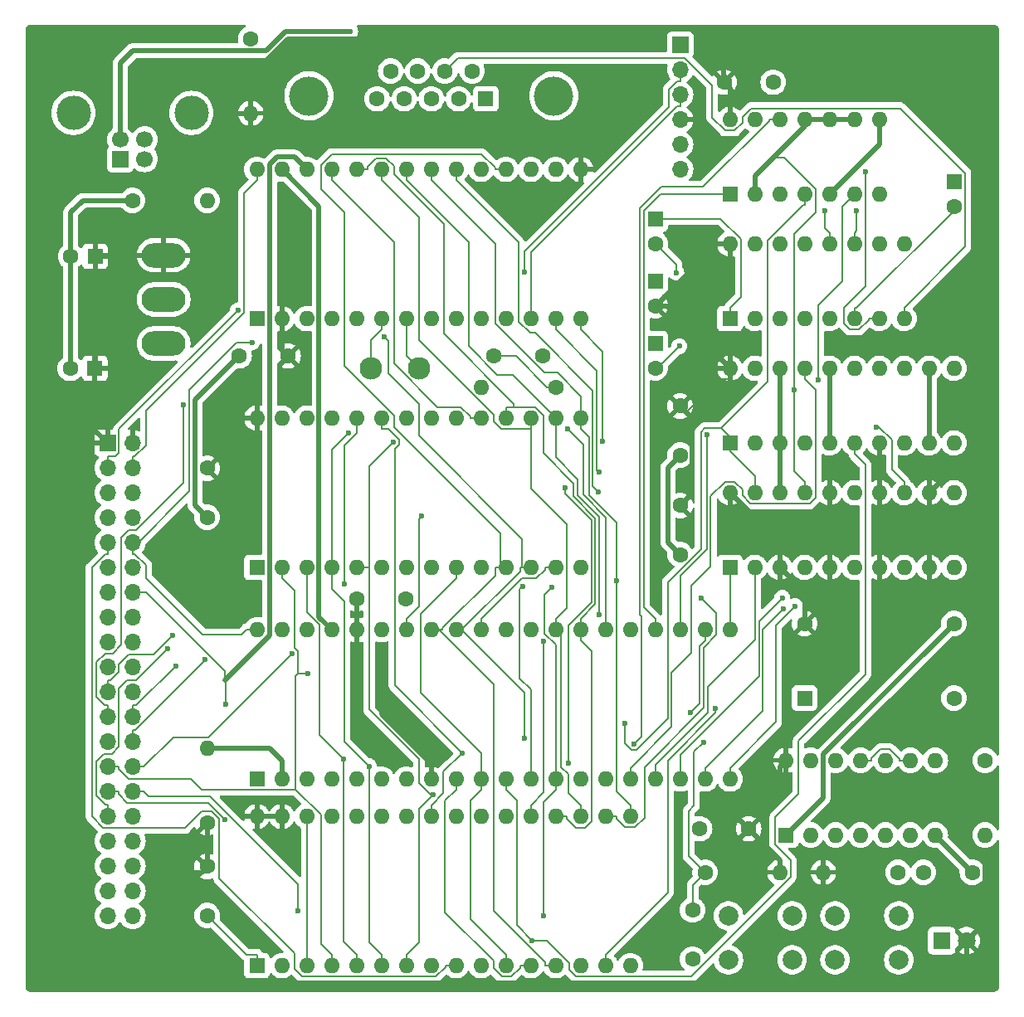
<source format=gbr>
%TF.GenerationSoftware,KiCad,Pcbnew,8.0.2*%
%TF.CreationDate,2025-03-02T14:39:09+01:00*%
%TF.ProjectId,mini-board,6d696e69-2d62-46f6-9172-642e6b696361,rev?*%
%TF.SameCoordinates,Original*%
%TF.FileFunction,Copper,L2,Bot*%
%TF.FilePolarity,Positive*%
%FSLAX46Y46*%
G04 Gerber Fmt 4.6, Leading zero omitted, Abs format (unit mm)*
G04 Created by KiCad (PCBNEW 8.0.2) date 2025-03-02 14:39:09*
%MOMM*%
%LPD*%
G01*
G04 APERTURE LIST*
%TA.AperFunction,ComponentPad*%
%ADD10R,1.600000X1.600000*%
%TD*%
%TA.AperFunction,ComponentPad*%
%ADD11O,1.600000X1.600000*%
%TD*%
%TA.AperFunction,ComponentPad*%
%ADD12O,4.500000X2.500000*%
%TD*%
%TA.AperFunction,ComponentPad*%
%ADD13C,2.000000*%
%TD*%
%TA.AperFunction,ComponentPad*%
%ADD14R,1.700000X1.700000*%
%TD*%
%TA.AperFunction,ComponentPad*%
%ADD15O,1.700000X1.700000*%
%TD*%
%TA.AperFunction,ComponentPad*%
%ADD16C,1.600000*%
%TD*%
%TA.AperFunction,ComponentPad*%
%ADD17C,2.300000*%
%TD*%
%TA.AperFunction,ComponentPad*%
%ADD18R,1.800000X1.800000*%
%TD*%
%TA.AperFunction,ComponentPad*%
%ADD19C,1.800000*%
%TD*%
%TA.AperFunction,ComponentPad*%
%ADD20C,4.000000*%
%TD*%
%TA.AperFunction,ComponentPad*%
%ADD21C,1.700000*%
%TD*%
%TA.AperFunction,ComponentPad*%
%ADD22C,3.500000*%
%TD*%
%TA.AperFunction,ViaPad*%
%ADD23C,0.600000*%
%TD*%
%TA.AperFunction,Conductor*%
%ADD24C,0.200000*%
%TD*%
%TA.AperFunction,Conductor*%
%ADD25C,0.500000*%
%TD*%
G04 APERTURE END LIST*
D10*
%TO.P,U9,1,C1+*%
%TO.N,Net-(U9-C1+)*%
X121920000Y-81275000D03*
D11*
%TO.P,U9,2,VS+*%
%TO.N,Net-(U9-VS+)*%
X124460000Y-81275000D03*
%TO.P,U9,3,C1-*%
%TO.N,Net-(U9-C1-)*%
X127000000Y-81275000D03*
%TO.P,U9,4,C2+*%
%TO.N,Net-(U9-C2+)*%
X129540000Y-81275000D03*
%TO.P,U9,5,C2-*%
%TO.N,Net-(U9-C2-)*%
X132080000Y-81275000D03*
%TO.P,U9,6,VS-*%
%TO.N,Net-(U9-VS-)*%
X134620000Y-81275000D03*
%TO.P,U9,7,T2OUT*%
%TO.N,Net-(U9-T2OUT)*%
X137160000Y-81275000D03*
%TO.P,U9,8,R2IN*%
%TO.N,Net-(U9-R2IN)*%
X139700000Y-81275000D03*
%TO.P,U9,9,R2OUT*%
%TO.N,CTSD1*%
X139700000Y-73655000D03*
%TO.P,U9,10,T2IN*%
%TO.N,RTSD1*%
X137160000Y-73655000D03*
%TO.P,U9,11,T1IN*%
%TO.N,TxD1*%
X134620000Y-73655000D03*
%TO.P,U9,12,R1OUT*%
%TO.N,RxD1*%
X132080000Y-73655000D03*
%TO.P,U9,13,R1IN*%
%TO.N,Net-(U9-R1IN)*%
X129540000Y-73655000D03*
%TO.P,U9,14,T1OUT*%
%TO.N,Net-(U9-T1OUT)*%
X127000000Y-73655000D03*
%TO.P,U9,15,GND*%
%TO.N,GND*%
X124460000Y-73655000D03*
%TO.P,U9,16,VCC*%
%TO.N,VCC*%
X121920000Y-73655000D03*
%TD*%
D10*
%TO.P,U5,1,A18*%
%TO.N,GND*%
X73660000Y-147320000D03*
D11*
%TO.P,U5,2,A16*%
X76200000Y-147320000D03*
%TO.P,U5,3,A15*%
X78740000Y-147320000D03*
%TO.P,U5,4,A12*%
%TO.N,A12*%
X81280000Y-147320000D03*
%TO.P,U5,5,A7*%
%TO.N,A7*%
X83820000Y-147320000D03*
%TO.P,U5,6,A6*%
%TO.N,A6*%
X86360000Y-147320000D03*
%TO.P,U5,7,A5*%
%TO.N,A5*%
X88900000Y-147320000D03*
%TO.P,U5,8,A4*%
%TO.N,A4*%
X91440000Y-147320000D03*
%TO.P,U5,9,A3*%
%TO.N,A3*%
X93980000Y-147320000D03*
%TO.P,U5,10,A2*%
%TO.N,A2*%
X96520000Y-147320000D03*
%TO.P,U5,11,A1*%
%TO.N,A1*%
X99060000Y-147320000D03*
%TO.P,U5,12,A0*%
%TO.N,A0*%
X101600000Y-147320000D03*
%TO.P,U5,13,D0*%
%TO.N,D0*%
X104140000Y-147320000D03*
%TO.P,U5,14,D1*%
%TO.N,D1*%
X106680000Y-147320000D03*
%TO.P,U5,15,D2*%
%TO.N,D2*%
X109220000Y-147320000D03*
%TO.P,U5,16,GND*%
%TO.N,GND*%
X111760000Y-147320000D03*
%TO.P,U5,17,D3*%
%TO.N,D3*%
X111760000Y-132080000D03*
%TO.P,U5,18,D4*%
%TO.N,D4*%
X109220000Y-132080000D03*
%TO.P,U5,19,D5*%
%TO.N,D5*%
X106680000Y-132080000D03*
%TO.P,U5,20,D6*%
%TO.N,D6*%
X104140000Y-132080000D03*
%TO.P,U5,21,D7*%
%TO.N,D7*%
X101600000Y-132080000D03*
%TO.P,U5,22,CE*%
%TO.N,Net-(U5-CE)*%
X99060000Y-132080000D03*
%TO.P,U5,23,A10*%
%TO.N,A10*%
X96520000Y-132080000D03*
%TO.P,U5,24,OE*%
%TO.N,Net-(U5-CE)*%
X93980000Y-132080000D03*
%TO.P,U5,25,A11*%
%TO.N,A11*%
X91440000Y-132080000D03*
%TO.P,U5,26,A9*%
%TO.N,A9*%
X88900000Y-132080000D03*
%TO.P,U5,27,A8*%
%TO.N,A8*%
X86360000Y-132080000D03*
%TO.P,U5,28,A13*%
%TO.N,A13*%
X83820000Y-132080000D03*
%TO.P,U5,29,A14*%
%TO.N,GND*%
X81280000Y-132080000D03*
%TO.P,U5,30,A17*%
X78740000Y-132080000D03*
%TO.P,U5,31,PGM*%
%TO.N,VCC*%
X76200000Y-132080000D03*
%TO.P,U5,32,VCC*%
X73660000Y-132080000D03*
%TD*%
D10*
%TO.P,U8,1,VSS*%
%TO.N,GND*%
X73660000Y-81285000D03*
D11*
%TO.P,U8,2,CS1*%
%TO.N,VCC*%
X76200000Y-81285000D03*
%TO.P,U8,3,~{CS2}*%
%TO.N,Net-(U7-P=R)*%
X78740000Y-81285000D03*
%TO.P,U8,4,~{RES}*%
%TO.N,~{RES}*%
X81280000Y-81285000D03*
%TO.P,U8,5,RxC*%
%TO.N,unconnected-(U8-RxC-Pad5)*%
X83820000Y-81285000D03*
%TO.P,U8,6,XTAL1*%
%TO.N,Net-(U8-XTAL1)*%
X86360000Y-81285000D03*
%TO.P,U8,7,XTAL2*%
%TO.N,Net-(U8-XTAL2)*%
X88900000Y-81285000D03*
%TO.P,U8,8,~{RTS}*%
%TO.N,RTSD1*%
X91440000Y-81285000D03*
%TO.P,U8,9,~{CTS}*%
%TO.N,CTSD1*%
X93980000Y-81285000D03*
%TO.P,U8,10,TxD*%
%TO.N,TxD1*%
X96520000Y-81285000D03*
%TO.P,U8,11,~{DTR}*%
%TO.N,unconnected-(U8-~{DTR}-Pad11)*%
X99060000Y-81285000D03*
%TO.P,U8,12,RxD*%
%TO.N,RxD1*%
X101600000Y-81285000D03*
%TO.P,U8,13,RS0*%
%TO.N,A0*%
X104140000Y-81285000D03*
%TO.P,U8,14,RS1*%
%TO.N,A1*%
X106680000Y-81285000D03*
%TO.P,U8,15,VCC*%
%TO.N,VCC*%
X106680000Y-66045000D03*
%TO.P,U8,16,~{DCD}*%
%TO.N,GND*%
X104140000Y-66045000D03*
%TO.P,U8,17,~{DSR}*%
X101600000Y-66045000D03*
%TO.P,U8,18,D0*%
%TO.N,D0*%
X99060000Y-66045000D03*
%TO.P,U8,19,D1*%
%TO.N,D1*%
X96520000Y-66045000D03*
%TO.P,U8,20,D2*%
%TO.N,D2*%
X93980000Y-66045000D03*
%TO.P,U8,21,D3*%
%TO.N,D3*%
X91440000Y-66045000D03*
%TO.P,U8,22,D4*%
%TO.N,D4*%
X88900000Y-66045000D03*
%TO.P,U8,23,D5*%
%TO.N,D5*%
X86360000Y-66045000D03*
%TO.P,U8,24,D6*%
%TO.N,D6*%
X83820000Y-66045000D03*
%TO.P,U8,25,D7*%
%TO.N,D7*%
X81280000Y-66045000D03*
%TO.P,U8,26,~{IRQ}*%
%TO.N,~{IRQC51_1}*%
X78740000Y-66045000D03*
%TO.P,U8,27,\u03D52*%
%TO.N,CLK*%
X76200000Y-66045000D03*
%TO.P,U8,28,R/~{W}*%
%TO.N,R{slash}~{W}*%
X73660000Y-66045000D03*
%TD*%
D10*
%TO.P,U7,1,G*%
%TO.N,~{I{slash}O}*%
X121920000Y-93975000D03*
D11*
%TO.P,U7,2,P0*%
%TO.N,GND*%
X124460000Y-93975000D03*
%TO.P,U7,3,R0*%
X127000000Y-93975000D03*
%TO.P,U7,4,P1*%
X129540000Y-93975000D03*
%TO.P,U7,5,R1*%
X132080000Y-93975000D03*
%TO.P,U7,6,P2*%
%TO.N,A2*%
X134620000Y-93975000D03*
%TO.P,U7,7,R2*%
%TO.N,VCC*%
X137160000Y-93975000D03*
%TO.P,U7,8,P3*%
%TO.N,A3*%
X139700000Y-93975000D03*
%TO.P,U7,9,R3*%
%TO.N,GND*%
X142240000Y-93975000D03*
%TO.P,U7,10,GND*%
X144780000Y-93975000D03*
%TO.P,U7,11,P4*%
%TO.N,A4*%
X144780000Y-86355000D03*
%TO.P,U7,12,R4*%
%TO.N,GND*%
X142240000Y-86355000D03*
%TO.P,U7,13,P5*%
%TO.N,A5*%
X139700000Y-86355000D03*
%TO.P,U7,14,R5*%
%TO.N,GND*%
X137160000Y-86355000D03*
%TO.P,U7,15,P6*%
%TO.N,A6*%
X134620000Y-86355000D03*
%TO.P,U7,16,R6*%
%TO.N,GND*%
X132080000Y-86355000D03*
%TO.P,U7,17,P7*%
%TO.N,A7*%
X129540000Y-86355000D03*
%TO.P,U7,18,R7*%
%TO.N,GND*%
X127000000Y-86355000D03*
%TO.P,U7,19,P=R*%
%TO.N,Net-(U7-P=R)*%
X124460000Y-86355000D03*
%TO.P,U7,20,VCC*%
%TO.N,VCC*%
X121920000Y-86355000D03*
%TD*%
D10*
%TO.P,U6,1,A14*%
%TO.N,A14*%
X73660000Y-106675000D03*
D11*
%TO.P,U6,2,A12*%
%TO.N,A12*%
X76200000Y-106675000D03*
%TO.P,U6,3,A7*%
%TO.N,A7*%
X78740000Y-106675000D03*
%TO.P,U6,4,A6*%
%TO.N,A6*%
X81280000Y-106675000D03*
%TO.P,U6,5,A5*%
%TO.N,A5*%
X83820000Y-106675000D03*
%TO.P,U6,6,A4*%
%TO.N,A4*%
X86360000Y-106675000D03*
%TO.P,U6,7,A3*%
%TO.N,A3*%
X88900000Y-106675000D03*
%TO.P,U6,8,A2*%
%TO.N,A2*%
X91440000Y-106675000D03*
%TO.P,U6,9,A1*%
%TO.N,A1*%
X93980000Y-106675000D03*
%TO.P,U6,10,A0*%
%TO.N,A0*%
X96520000Y-106675000D03*
%TO.P,U6,11,Q0*%
%TO.N,D0*%
X99060000Y-106675000D03*
%TO.P,U6,12,Q1*%
%TO.N,D1*%
X101600000Y-106675000D03*
%TO.P,U6,13,Q2*%
%TO.N,D2*%
X104140000Y-106675000D03*
%TO.P,U6,14,GND*%
%TO.N,GND*%
X106680000Y-106675000D03*
%TO.P,U6,15,Q3*%
%TO.N,D3*%
X106680000Y-91435000D03*
%TO.P,U6,16,Q4*%
%TO.N,D4*%
X104140000Y-91435000D03*
%TO.P,U6,17,Q5*%
%TO.N,D5*%
X101600000Y-91435000D03*
%TO.P,U6,18,Q6*%
%TO.N,D6*%
X99060000Y-91435000D03*
%TO.P,U6,19,Q7*%
%TO.N,D7*%
X96520000Y-91435000D03*
%TO.P,U6,20,~{CS}*%
%TO.N,Net-(U6-~{CS})*%
X93980000Y-91435000D03*
%TO.P,U6,21,A10*%
%TO.N,A10*%
X91440000Y-91435000D03*
%TO.P,U6,22,~{OE}*%
%TO.N,A15*%
X88900000Y-91435000D03*
%TO.P,U6,23,A11*%
%TO.N,A11*%
X86360000Y-91435000D03*
%TO.P,U6,24,A9*%
%TO.N,A9*%
X83820000Y-91435000D03*
%TO.P,U6,25,A8*%
%TO.N,A8*%
X81280000Y-91435000D03*
%TO.P,U6,26,A13*%
%TO.N,A13*%
X78740000Y-91435000D03*
%TO.P,U6,27,~{WE}*%
%TO.N,R{slash}~{W}*%
X76200000Y-91435000D03*
%TO.P,U6,28,VCC*%
%TO.N,VCC*%
X73660000Y-91435000D03*
%TD*%
D12*
%TO.P,SW3,1,A*%
%TO.N,VCC*%
X64135000Y-74820000D03*
%TO.P,SW3,2,B*%
%TO.N,VIN*%
X64135000Y-79320000D03*
%TO.P,SW3,3,C*%
%TO.N,unconnected-(SW3-C-Pad3)*%
X64135000Y-83820000D03*
%TD*%
D13*
%TO.P,SW1,1,1*%
%TO.N,GND*%
X128270000Y-146740000D03*
X121770000Y-146740000D03*
%TO.P,SW1,2,2*%
%TO.N,~{RES}*%
X128270000Y-142240000D03*
X121770000Y-142240000D03*
%TD*%
D14*
%TO.P,J3,1,Pin_1*%
%TO.N,~{RTS1}*%
X116840000Y-53340000D03*
D15*
%TO.P,J3,2,Pin_2*%
%TO.N,TxD1*%
X116840000Y-55880000D03*
%TO.P,J3,3,Pin_3*%
%TO.N,RxD1*%
X116840000Y-58420000D03*
%TO.P,J3,4,Pin_4*%
%TO.N,VCC*%
X116840000Y-60960000D03*
%TO.P,J3,5,Pin_5*%
%TO.N,~{CTS1}*%
X116840000Y-63500000D03*
%TO.P,J3,6,Pin_6*%
%TO.N,GND*%
X116840000Y-66040000D03*
%TD*%
D10*
%TO.P,C19,1*%
%TO.N,GND*%
X144780000Y-67350000D03*
D16*
%TO.P,C19,2*%
%TO.N,Net-(U9-VS-)*%
X144780000Y-69850000D03*
%TD*%
D10*
%TO.P,C18,1*%
%TO.N,Net-(U9-VS+)*%
X114300000Y-77470000D03*
D16*
%TO.P,C18,2*%
%TO.N,VCC*%
X114300000Y-79970000D03*
%TD*%
D10*
%TO.P,C16,1*%
%TO.N,Net-(U9-C2+)*%
X114300000Y-83820000D03*
D16*
%TO.P,C16,2*%
%TO.N,Net-(U9-C2-)*%
X114300000Y-86320000D03*
%TD*%
D10*
%TO.P,C15,1*%
%TO.N,Net-(U9-C1+)*%
X114300000Y-71120000D03*
D16*
%TO.P,C15,2*%
%TO.N,Net-(U9-C1-)*%
X114300000Y-73620000D03*
%TD*%
D10*
%TO.P,C8,1*%
%TO.N,VCC*%
X57150000Y-74930000D03*
D16*
%TO.P,C8,2*%
%TO.N,GND*%
X54650000Y-74930000D03*
%TD*%
%TO.P,C6,1*%
%TO.N,~{NMI}*%
X141645000Y-137795000D03*
%TO.P,C6,2*%
%TO.N,GND*%
X146645000Y-137795000D03*
%TD*%
%TO.P,C5,1*%
%TO.N,~{RES}*%
X118110000Y-141645000D03*
%TO.P,C5,2*%
%TO.N,GND*%
X118110000Y-146645000D03*
%TD*%
D17*
%TO.P,Y1,1,1*%
%TO.N,Net-(U8-XTAL2)*%
X90170000Y-86360000D03*
%TO.P,Y1,2,2*%
%TO.N,Net-(U8-XTAL1)*%
X85270000Y-86360000D03*
%TD*%
D10*
%TO.P,C7,1*%
%TO.N,VCC*%
X57110000Y-86360000D03*
D16*
%TO.P,C7,2*%
%TO.N,GND*%
X54610000Y-86360000D03*
%TD*%
%TO.P,C10,1*%
%TO.N,VCC*%
X121325000Y-57150000D03*
%TO.P,C10,2*%
%TO.N,GND*%
X126325000Y-57150000D03*
%TD*%
%TO.P,R5,1*%
%TO.N,GND*%
X60960000Y-69215000D03*
D11*
%TO.P,R5,2*%
%TO.N,Net-(J1-Shield)*%
X68580000Y-69215000D03*
%TD*%
D16*
%TO.P,C13,1*%
%TO.N,VCC*%
X76835000Y-85090000D03*
%TO.P,C13,2*%
%TO.N,GND*%
X71835000Y-85090000D03*
%TD*%
%TO.P,R6,1*%
%TO.N,~{NMI}*%
X139065000Y-137795000D03*
D11*
%TO.P,R6,2*%
%TO.N,VCC*%
X131445000Y-137795000D03*
%TD*%
D13*
%TO.P,SW2,1,1*%
%TO.N,GND*%
X132640000Y-142240000D03*
X139140000Y-142240000D03*
%TO.P,SW2,2,2*%
%TO.N,~{NMI}*%
X132640000Y-146740000D03*
X139140000Y-146740000D03*
%TD*%
D16*
%TO.P,R8,1*%
%TO.N,Net-(U8-XTAL1)*%
X104140000Y-88265000D03*
D11*
%TO.P,R8,2*%
%TO.N,Net-(U8-XTAL2)*%
X96520000Y-88265000D03*
%TD*%
D16*
%TO.P,C1,1*%
%TO.N,VCC*%
X83820000Y-109855000D03*
%TO.P,C1,2*%
%TO.N,GND*%
X88820000Y-109855000D03*
%TD*%
%TO.P,R7,1*%
%TO.N,~{IRQC51_1}*%
X73025000Y-52705000D03*
D11*
%TO.P,R7,2*%
%TO.N,VCC*%
X73025000Y-60325000D03*
%TD*%
D18*
%TO.P,D1,1,K*%
%TO.N,Net-(D1-K)*%
X143510000Y-144780000D03*
D19*
%TO.P,D1,2,A*%
%TO.N,VCC*%
X146050000Y-144780000D03*
%TD*%
D14*
%TO.P,J2,1,Pin_1*%
%TO.N,VCC*%
X58420000Y-93980000D03*
D15*
%TO.P,J2,2,Pin_2*%
X60960000Y-93980000D03*
%TO.P,J2,3,Pin_3*%
%TO.N,A0*%
X58420000Y-96520000D03*
%TO.P,J2,4,Pin_4*%
%TO.N,R{slash}~{W}*%
X60960000Y-96520000D03*
%TO.P,J2,5,Pin_5*%
%TO.N,A1*%
X58420000Y-99060000D03*
%TO.P,J2,6,Pin_6*%
%TO.N,CLK*%
X60960000Y-99060000D03*
%TO.P,J2,7,Pin_7*%
%TO.N,A2*%
X58420000Y-101600000D03*
%TO.P,J2,8,Pin_8*%
%TO.N,unconnected-(J2-Pin_8-Pad8)*%
X60960000Y-101600000D03*
%TO.P,J2,9,Pin_9*%
%TO.N,A3*%
X58420000Y-104140000D03*
%TO.P,J2,10,Pin_10*%
%TO.N,~{RES}*%
X60960000Y-104140000D03*
%TO.P,J2,11,Pin_11*%
%TO.N,A4*%
X58420000Y-106680000D03*
%TO.P,J2,12,Pin_12*%
%TO.N,~{NMI}*%
X60960000Y-106680000D03*
%TO.P,J2,13,Pin_13*%
%TO.N,A5*%
X58420000Y-109220000D03*
%TO.P,J2,14,Pin_14*%
%TO.N,~{IRQC51_1}*%
X60960000Y-109220000D03*
%TO.P,J2,15,Pin_15*%
%TO.N,A6*%
X58420000Y-111760000D03*
%TO.P,J2,16,Pin_16*%
%TO.N,unconnected-(J2-Pin_16-Pad16)*%
X60960000Y-111760000D03*
%TO.P,J2,17,Pin_17*%
%TO.N,A7*%
X58420000Y-114300000D03*
%TO.P,J2,18,Pin_18*%
%TO.N,~{I{slash}O}*%
X60960000Y-114300000D03*
%TO.P,J2,19,Pin_19*%
%TO.N,A8*%
X58420000Y-116840000D03*
%TO.P,J2,20,Pin_20*%
%TO.N,unconnected-(J2-Pin_20-Pad20)*%
X60960000Y-116840000D03*
%TO.P,J2,21,Pin_21*%
%TO.N,A9*%
X58420000Y-119380000D03*
%TO.P,J2,22,Pin_22*%
%TO.N,unconnected-(J2-Pin_22-Pad22)*%
X60960000Y-119380000D03*
%TO.P,J2,23,Pin_23*%
%TO.N,A10*%
X58420000Y-121920000D03*
%TO.P,J2,24,Pin_24*%
%TO.N,D0*%
X60960000Y-121920000D03*
%TO.P,J2,25,Pin_25*%
%TO.N,A11*%
X58420000Y-124460000D03*
%TO.P,J2,26,Pin_26*%
%TO.N,D1*%
X60960000Y-124460000D03*
%TO.P,J2,27,Pin_27*%
%TO.N,A12*%
X58420000Y-127000000D03*
%TO.P,J2,28,Pin_28*%
%TO.N,D2*%
X60960000Y-127000000D03*
%TO.P,J2,29,Pin_29*%
%TO.N,A13*%
X58420000Y-129540000D03*
%TO.P,J2,30,Pin_30*%
%TO.N,D3*%
X60960000Y-129540000D03*
%TO.P,J2,31,Pin_31*%
%TO.N,A14*%
X58420000Y-132080000D03*
%TO.P,J2,32,Pin_32*%
%TO.N,D4*%
X60960000Y-132080000D03*
%TO.P,J2,33,Pin_33*%
%TO.N,A15*%
X58420000Y-134620000D03*
%TO.P,J2,34,Pin_34*%
%TO.N,D5*%
X60960000Y-134620000D03*
%TO.P,J2,35,Pin_35*%
%TO.N,unconnected-(J2-Pin_35-Pad35)*%
X58420000Y-137160000D03*
%TO.P,J2,36,Pin_36*%
%TO.N,D6*%
X60960000Y-137160000D03*
%TO.P,J2,37,Pin_37*%
%TO.N,unconnected-(J2-Pin_37-Pad37)*%
X58420000Y-139700000D03*
%TO.P,J2,38,Pin_38*%
%TO.N,D7*%
X60960000Y-139700000D03*
%TO.P,J2,39,Pin_39*%
%TO.N,GND*%
X58420000Y-142240000D03*
%TO.P,J2,40,Pin_40*%
X60960000Y-142240000D03*
%TD*%
D10*
%TO.P,U3,1,G*%
%TO.N,GND*%
X121920000Y-106675000D03*
D11*
%TO.P,U3,2,P0*%
%TO.N,A8*%
X124460000Y-106675000D03*
%TO.P,U3,3,R0*%
%TO.N,VCC*%
X127000000Y-106675000D03*
%TO.P,U3,4,P1*%
%TO.N,A9*%
X129540000Y-106675000D03*
%TO.P,U3,5,R1*%
%TO.N,VCC*%
X132080000Y-106675000D03*
%TO.P,U3,6,P2*%
%TO.N,A10*%
X134620000Y-106675000D03*
%TO.P,U3,7,R2*%
%TO.N,VCC*%
X137160000Y-106675000D03*
%TO.P,U3,8,P3*%
%TO.N,A11*%
X139700000Y-106675000D03*
%TO.P,U3,9,R3*%
%TO.N,VCC*%
X142240000Y-106675000D03*
%TO.P,U3,10,GND*%
%TO.N,GND*%
X144780000Y-106675000D03*
%TO.P,U3,11,P4*%
%TO.N,A12*%
X144780000Y-99055000D03*
%TO.P,U3,12,R4*%
%TO.N,VCC*%
X142240000Y-99055000D03*
%TO.P,U3,13,P5*%
%TO.N,A13*%
X139700000Y-99055000D03*
%TO.P,U3,14,R5*%
%TO.N,VCC*%
X137160000Y-99055000D03*
%TO.P,U3,15,P6*%
%TO.N,A14*%
X134620000Y-99055000D03*
%TO.P,U3,16,R6*%
%TO.N,VCC*%
X132080000Y-99055000D03*
%TO.P,U3,17,P7*%
%TO.N,A15*%
X129540000Y-99055000D03*
%TO.P,U3,18,R7*%
%TO.N,GND*%
X127000000Y-99055000D03*
%TO.P,U3,19,P=R*%
%TO.N,~{I{slash}O}*%
X124460000Y-99055000D03*
%TO.P,U3,20,VCC*%
%TO.N,VCC*%
X121920000Y-99055000D03*
%TD*%
D16*
%TO.P,R3,1*%
%TO.N,GND*%
X147955000Y-126365000D03*
D11*
%TO.P,R3,2*%
%TO.N,Net-(D1-K)*%
X147955000Y-133985000D03*
%TD*%
D16*
%TO.P,C12,1*%
%TO.N,GND*%
X102830000Y-85090000D03*
%TO.P,C12,2*%
%TO.N,Net-(U8-XTAL1)*%
X97830000Y-85090000D03*
%TD*%
%TO.P,C11,1*%
%TO.N,VCC*%
X68580000Y-96560000D03*
%TO.P,C11,2*%
%TO.N,GND*%
X68580000Y-101560000D03*
%TD*%
%TO.P,C14,1*%
%TO.N,VCC*%
X116840000Y-100370000D03*
%TO.P,C14,2*%
%TO.N,GND*%
X116840000Y-105370000D03*
%TD*%
D10*
%TO.P,U2,1,~{VP}*%
%TO.N,unconnected-(U2-~{VP}-Pad1)*%
X73665000Y-128275000D03*
D11*
%TO.P,U2,2,RDY*%
%TO.N,Net-(U2-RDY)*%
X76205000Y-128275000D03*
%TO.P,U2,3,\u03D51*%
%TO.N,unconnected-(U2-\u03D51-Pad3)*%
X78745000Y-128275000D03*
%TO.P,U2,4,~{IRQ}*%
%TO.N,~{IRQC51_1}*%
X81285000Y-128275000D03*
%TO.P,U2,5,~{ML}*%
%TO.N,unconnected-(U2-~{ML}-Pad5)*%
X83825000Y-128275000D03*
%TO.P,U2,6,~{NMI}*%
%TO.N,~{NMI}*%
X86365000Y-128275000D03*
%TO.P,U2,7,SYNC*%
%TO.N,unconnected-(U2-SYNC-Pad7)*%
X88905000Y-128275000D03*
%TO.P,U2,8,VDD*%
%TO.N,VCC*%
X91445000Y-128275000D03*
%TO.P,U2,9,A0*%
%TO.N,A0*%
X93985000Y-128275000D03*
%TO.P,U2,10,A1*%
%TO.N,A1*%
X96525000Y-128275000D03*
%TO.P,U2,11,A2*%
%TO.N,A2*%
X99065000Y-128275000D03*
%TO.P,U2,12,A3*%
%TO.N,A3*%
X101605000Y-128275000D03*
%TO.P,U2,13,A4*%
%TO.N,A4*%
X104145000Y-128275000D03*
%TO.P,U2,14,A5*%
%TO.N,A5*%
X106685000Y-128275000D03*
%TO.P,U2,15,A6*%
%TO.N,A6*%
X109225000Y-128275000D03*
%TO.P,U2,16,A7*%
%TO.N,A7*%
X111765000Y-128275000D03*
%TO.P,U2,17,A8*%
%TO.N,A8*%
X114305000Y-128275000D03*
%TO.P,U2,18,A9*%
%TO.N,A9*%
X116845000Y-128275000D03*
%TO.P,U2,19,A10*%
%TO.N,A10*%
X119385000Y-128275000D03*
%TO.P,U2,20,A11*%
%TO.N,A11*%
X121925000Y-128275000D03*
%TO.P,U2,21,VSS*%
%TO.N,GND*%
X121925000Y-113035000D03*
%TO.P,U2,22,A12*%
%TO.N,A12*%
X119385000Y-113035000D03*
%TO.P,U2,23,A13*%
%TO.N,A13*%
X116845000Y-113035000D03*
%TO.P,U2,24,A14*%
%TO.N,A14*%
X114305000Y-113035000D03*
%TO.P,U2,25,A15*%
%TO.N,A15*%
X111765000Y-113035000D03*
%TO.P,U2,26,D7*%
%TO.N,D7*%
X109225000Y-113035000D03*
%TO.P,U2,27,D6*%
%TO.N,D6*%
X106685000Y-113035000D03*
%TO.P,U2,28,D5*%
%TO.N,D5*%
X104145000Y-113035000D03*
%TO.P,U2,29,D4*%
%TO.N,D4*%
X101605000Y-113035000D03*
%TO.P,U2,30,D3*%
%TO.N,D3*%
X99065000Y-113035000D03*
%TO.P,U2,31,D2*%
%TO.N,D2*%
X96525000Y-113035000D03*
%TO.P,U2,32,D1*%
%TO.N,D1*%
X93985000Y-113035000D03*
%TO.P,U2,33,D0*%
%TO.N,D0*%
X91445000Y-113035000D03*
%TO.P,U2,34,R/~{W}*%
%TO.N,R{slash}~{W}*%
X88905000Y-113035000D03*
%TO.P,U2,35,nc*%
%TO.N,unconnected-(U2-nc-Pad35)*%
X86365000Y-113035000D03*
%TO.P,U2,36,BE*%
%TO.N,VCC*%
X83825000Y-113035000D03*
%TO.P,U2,37,\u03D50*%
%TO.N,CLK*%
X81285000Y-113035000D03*
%TO.P,U2,38,~{SO}*%
%TO.N,unconnected-(U2-~{SO}-Pad38)*%
X78745000Y-113035000D03*
%TO.P,U2,39,\u03D52*%
%TO.N,unconnected-(U2-\u03D52-Pad39)*%
X76205000Y-113035000D03*
%TO.P,U2,40,~{RES}*%
%TO.N,~{RES}*%
X73665000Y-113035000D03*
%TD*%
D10*
%TO.P,X1,1,EN*%
%TO.N,unconnected-(X1-EN-Pad1)*%
X129540000Y-120015000D03*
D16*
%TO.P,X1,7,GND*%
%TO.N,GND*%
X144780000Y-120015000D03*
%TO.P,X1,8,OUT*%
%TO.N,Net-(X1-OUT)*%
X144780000Y-112395000D03*
%TO.P,X1,14,Vcc*%
%TO.N,VCC*%
X129540000Y-112395000D03*
%TD*%
D10*
%TO.P,U4,1*%
%TO.N,A14*%
X121920000Y-68575000D03*
D11*
%TO.P,U4,2*%
%TO.N,A15*%
X124460000Y-68575000D03*
%TO.P,U4,3*%
%TO.N,CLK*%
X127000000Y-68575000D03*
%TO.P,U4,4*%
%TO.N,~{I{slash}O}*%
X129540000Y-68575000D03*
%TO.P,U4,5*%
%TO.N,Net-(U4-Pad5)*%
X132080000Y-68575000D03*
%TO.P,U4,6*%
%TO.N,Net-(U6-~{CS})*%
X134620000Y-68575000D03*
%TO.P,U4,7,GND*%
%TO.N,GND*%
X137160000Y-68575000D03*
%TO.P,U4,8*%
%TO.N,Net-(U4-Pad5)*%
X137160000Y-60955000D03*
%TO.P,U4,9*%
%TO.N,A15*%
X134620000Y-60955000D03*
%TO.P,U4,10*%
X132080000Y-60955000D03*
%TO.P,U4,11*%
X129540000Y-60955000D03*
%TO.P,U4,12*%
%TO.N,Net-(U5-CE)*%
X127000000Y-60955000D03*
%TO.P,U4,13*%
%TO.N,VCC*%
X124460000Y-60955000D03*
%TO.P,U4,14,VCC*%
X121920000Y-60955000D03*
%TD*%
D16*
%TO.P,C3,1*%
%TO.N,VCC*%
X123825000Y-133350000D03*
%TO.P,C3,2*%
%TO.N,GND*%
X118825000Y-133350000D03*
%TD*%
%TO.P,R4,1*%
%TO.N,~{RES}*%
X119380000Y-137795000D03*
D11*
%TO.P,R4,2*%
%TO.N,VCC*%
X127000000Y-137795000D03*
%TD*%
D20*
%TO.P,J6,0,PAD*%
%TO.N,unconnected-(J6-PAD-Pad0)*%
X103950000Y-58545300D03*
%TO.N,unconnected-(J6-PAD-Pad0)_0*%
X78950000Y-58545300D03*
D10*
%TO.P,J6,1,1*%
%TO.N,unconnected-(J6-Pad1)*%
X96990000Y-58845300D03*
D16*
%TO.P,J6,2,2*%
%TO.N,Net-(U9-T1OUT)*%
X94220000Y-58845300D03*
%TO.P,J6,3,3*%
%TO.N,Net-(U9-R1IN)*%
X91450000Y-58845300D03*
%TO.P,J6,4,4*%
%TO.N,unconnected-(J6-Pad4)*%
X88680000Y-58845300D03*
%TO.P,J6,5,5*%
%TO.N,GND*%
X85910000Y-58845300D03*
%TO.P,J6,6,6*%
%TO.N,unconnected-(J6-Pad6)*%
X95605000Y-56005300D03*
%TO.P,J6,7,7*%
%TO.N,Net-(U9-R2IN)*%
X92835000Y-56005300D03*
%TO.P,J6,8,8*%
%TO.N,Net-(U9-T2OUT)*%
X90065000Y-56005300D03*
%TO.P,J6,9,9*%
%TO.N,unconnected-(J6-Pad9)*%
X87295000Y-56005300D03*
%TD*%
D10*
%TO.P,U1,1*%
%TO.N,Net-(X1-OUT)*%
X127635000Y-133985000D03*
D11*
%TO.P,U1,2*%
%TO.N,Net-(U1-Pad2)*%
X130175000Y-133985000D03*
%TO.P,U1,3*%
X132715000Y-133985000D03*
%TO.P,U1,4*%
%TO.N,CLK*%
X135255000Y-133985000D03*
%TO.P,U1,5*%
X137795000Y-133985000D03*
%TO.P,U1,6*%
%TO.N,~{CLK}*%
X140335000Y-133985000D03*
%TO.P,U1,7,GND*%
%TO.N,GND*%
X142875000Y-133985000D03*
%TO.P,U1,8*%
%TO.N,unconnected-(U1-Pad8)*%
X142875000Y-126365000D03*
%TO.P,U1,9*%
%TO.N,GND*%
X140335000Y-126365000D03*
%TO.P,U1,10*%
%TO.N,unconnected-(U1-Pad10)*%
X137795000Y-126365000D03*
%TO.P,U1,11*%
%TO.N,GND*%
X135255000Y-126365000D03*
%TO.P,U1,12*%
%TO.N,unconnected-(U1-Pad12)*%
X132715000Y-126365000D03*
%TO.P,U1,13*%
%TO.N,GND*%
X130175000Y-126365000D03*
%TO.P,U1,14,VCC*%
%TO.N,VCC*%
X127635000Y-126365000D03*
%TD*%
D16*
%TO.P,R1,1*%
%TO.N,VCC*%
X68580000Y-132715000D03*
D11*
%TO.P,R1,2*%
%TO.N,Net-(U2-RDY)*%
X68580000Y-125095000D03*
%TD*%
D14*
%TO.P,J1,1,VBUS*%
%TO.N,VIN*%
X59710000Y-64997500D03*
D21*
%TO.P,J1,2,D-*%
%TO.N,unconnected-(J1-D--Pad2)*%
X62210000Y-64997500D03*
%TO.P,J1,3,D+*%
%TO.N,unconnected-(J1-D+-Pad3)*%
X62210000Y-62997500D03*
%TO.P,J1,4,GND*%
%TO.N,GND*%
X59710000Y-62997500D03*
D22*
%TO.P,J1,5,Shield*%
%TO.N,Net-(J1-Shield)*%
X54940000Y-60287500D03*
X66980000Y-60287500D03*
%TD*%
D16*
%TO.P,C9,1*%
%TO.N,VCC*%
X68580000Y-137200000D03*
%TO.P,C9,2*%
%TO.N,GND*%
X68580000Y-142200000D03*
%TD*%
%TO.P,C2,1*%
%TO.N,VCC*%
X116840000Y-90210000D03*
%TO.P,C2,2*%
%TO.N,GND*%
X116840000Y-95210000D03*
%TD*%
D23*
%TO.N,~{IRQC51_1}*%
X70485000Y-120650000D03*
%TO.N,VCC*%
X83820000Y-116205000D03*
X86360000Y-116205000D03*
%TO.N,Net-(U9-T2OUT)*%
X135745000Y-66324000D03*
%TO.N,Net-(U6-~{CS})*%
X130951700Y-87547200D03*
%TO.N,Net-(U5-CE)*%
X112159700Y-124693500D03*
%TO.N,~{I{slash}O}*%
X111224800Y-122575400D03*
%TO.N,A9*%
X127251000Y-109775400D03*
X65049700Y-113587700D03*
X82537500Y-108341900D03*
%TO.N,D4*%
X108585200Y-111503900D03*
X119018100Y-109851700D03*
%TO.N,R{slash}~{W}*%
X90476600Y-101424900D03*
%TO.N,A3*%
X100756200Y-108584300D03*
%TO.N,A10*%
X127392800Y-110939000D03*
X66147500Y-90058900D03*
%TO.N,A6*%
X82970700Y-92969800D03*
X85090000Y-126974800D03*
%TO.N,A7*%
X82465000Y-126247800D03*
%TO.N,D3*%
X77837100Y-141715600D03*
X110340100Y-108006000D03*
%TO.N,A14*%
X64536700Y-115015000D03*
%TO.N,D0*%
X65400700Y-116731100D03*
%TO.N,CLK*%
X79990000Y-99695000D03*
%TO.N,A11*%
X94593800Y-125608000D03*
X128580900Y-110626900D03*
%TO.N,A1*%
X108936100Y-93849500D03*
%TO.N,A13*%
X70403500Y-132420600D03*
X119554000Y-93108700D03*
X136825300Y-92372500D03*
%TO.N,A4*%
X102870000Y-142270000D03*
X103776300Y-108701300D03*
%TO.N,A2*%
X101754500Y-144791800D03*
%TO.N,A0*%
X71699300Y-80439600D03*
X105456700Y-126673100D03*
X105126500Y-98549200D03*
X108552300Y-96976600D03*
%TO.N,A15*%
X128428700Y-88590000D03*
%TO.N,D7*%
X105332800Y-92556700D03*
X102935200Y-114235600D03*
%TO.N,A12*%
X117886600Y-121515200D03*
X78880500Y-117553500D03*
%TO.N,A5*%
X87544100Y-93891200D03*
X91627000Y-129875000D03*
%TO.N,D1*%
X68369200Y-116077000D03*
X86627200Y-83120600D03*
X100918300Y-124124000D03*
%TO.N,D2*%
X77225200Y-115474900D03*
X120447200Y-121053600D03*
X108511400Y-98982200D03*
%TO.N,Net-(U9-C2-)*%
X116754700Y-84099500D03*
%TO.N,Net-(U9-C1-)*%
X116462600Y-76607500D03*
%TO.N,~{RES}*%
X119201500Y-124562500D03*
X73169800Y-83726500D03*
%TO.N,TxD1*%
X134830600Y-70254200D03*
X100966800Y-76528200D03*
%TO.N,RxD1*%
X131604700Y-70254200D03*
%TO.N,GND*%
X83185000Y-51955000D03*
%TD*%
D24*
%TO.N,~{IRQC51_1}*%
X70485000Y-118331800D02*
X70485000Y-120650000D01*
X70374100Y-118220900D02*
X70485000Y-118331800D01*
D25*
%TO.N,VCC*%
X83820000Y-113040000D02*
X83825000Y-113035000D01*
X83820000Y-116205000D02*
X83820000Y-113040000D01*
X86360000Y-121678982D02*
X86360000Y-116205000D01*
X91445000Y-126763982D02*
X86360000Y-121678982D01*
X91445000Y-128275000D02*
X91445000Y-126763982D01*
D24*
%TO.N,Net-(U9-R2IN)*%
X145931200Y-73943700D02*
X139700000Y-80174900D01*
X145931200Y-66434400D02*
X145931200Y-73943700D01*
X139312000Y-59815200D02*
X145931200Y-66434400D01*
X124037500Y-59815200D02*
X139312000Y-59815200D01*
X123190000Y-60662700D02*
X124037500Y-59815200D01*
X123190000Y-61291000D02*
X123190000Y-60662700D01*
X122400800Y-62080200D02*
X123190000Y-61291000D01*
X121418400Y-62080200D02*
X122400800Y-62080200D01*
X120100000Y-60761800D02*
X121418400Y-62080200D01*
X120100000Y-57480800D02*
X120100000Y-60761800D01*
X117302300Y-54683100D02*
X120100000Y-57480800D01*
X94157200Y-54683100D02*
X117302300Y-54683100D01*
X92835000Y-56005300D02*
X94157200Y-54683100D01*
X139700000Y-81275000D02*
X139700000Y-80174900D01*
%TO.N,Net-(U9-T2OUT)*%
X135745000Y-77949900D02*
X135745000Y-66324000D01*
X133519800Y-80175100D02*
X135745000Y-77949900D01*
X133519800Y-81774800D02*
X133519800Y-80175100D01*
X134120200Y-82375200D02*
X133519800Y-81774800D01*
X135097200Y-82375200D02*
X134120200Y-82375200D01*
X136059900Y-81412500D02*
X135097200Y-82375200D01*
X136059900Y-81275000D02*
X136059900Y-81412500D01*
X137160000Y-81275000D02*
X136059900Y-81275000D01*
D25*
%TO.N,Net-(U4-Pad5)*%
X137160000Y-63495000D02*
X132080000Y-68575000D01*
X137160000Y-60955000D02*
X137160000Y-63495000D01*
D24*
%TO.N,Net-(U6-~{CS})*%
X130951700Y-79894400D02*
X130951700Y-87547200D01*
X133350000Y-77496100D02*
X130951700Y-79894400D01*
X133350000Y-69845000D02*
X133350000Y-77496100D01*
X134620000Y-68575000D02*
X133350000Y-69845000D01*
%TO.N,Net-(U5-CE)*%
X127000000Y-60955000D02*
X125899900Y-60955000D01*
X112885100Y-123968100D02*
X112159700Y-124693500D01*
X112885100Y-111639800D02*
X112885100Y-123968100D01*
X112735300Y-111490000D02*
X112885100Y-111639800D01*
X112735300Y-69987400D02*
X112735300Y-111490000D01*
X114898700Y-67824000D02*
X112735300Y-69987400D01*
X119168400Y-67824000D02*
X114898700Y-67824000D01*
X125899900Y-61092500D02*
X119168400Y-67824000D01*
X125899900Y-60955000D02*
X125899900Y-61092500D01*
D25*
%TO.N,Net-(U2-RDY)*%
X76205000Y-126370000D02*
X76205000Y-128275000D01*
X74930000Y-125095000D02*
X76205000Y-126370000D01*
X68580000Y-125095000D02*
X74930000Y-125095000D01*
D24*
%TO.N,Net-(U8-XTAL2)*%
X88900000Y-85090000D02*
X88900000Y-81285000D01*
X90170000Y-86360000D02*
X88900000Y-85090000D01*
D25*
%TO.N,Net-(X1-OUT)*%
X131425000Y-130195000D02*
X127635000Y-133985000D01*
X131425000Y-125750000D02*
X131425000Y-130195000D01*
X144780000Y-112395000D02*
X131425000Y-125750000D01*
D24*
%TO.N,Net-(U9-VS-)*%
X134847900Y-80174900D02*
X134620000Y-80174900D01*
X144780000Y-70242800D02*
X134847900Y-80174900D01*
X144780000Y-69850000D02*
X144780000Y-70242800D01*
X134620000Y-81275000D02*
X134620000Y-80174900D01*
D25*
%TO.N,~{IRQC51_1}*%
X77490000Y-64795000D02*
X78740000Y-66045000D01*
X75682200Y-64795000D02*
X77490000Y-64795000D01*
X74950000Y-65527200D02*
X75682200Y-64795000D01*
X74950000Y-113645000D02*
X74950000Y-65527200D01*
X70374100Y-118220900D02*
X74950000Y-113645000D01*
D24*
X60960000Y-109220000D02*
X62110100Y-109220000D01*
X62360900Y-109220000D02*
X62110100Y-109220000D01*
X70374100Y-117233200D02*
X62360900Y-109220000D01*
X70374100Y-118220900D02*
X70374100Y-117233200D01*
%TO.N,~{I{slash}O}*%
X121920000Y-93975000D02*
X121920000Y-94525000D01*
X121920000Y-94525000D02*
X121920000Y-94800000D01*
X124460000Y-97340000D02*
X124460000Y-97954900D01*
X121920000Y-94800000D02*
X124460000Y-97340000D01*
X124460000Y-99055000D02*
X124460000Y-97954900D01*
X121920000Y-93975000D02*
X121920000Y-93424900D01*
X125730000Y-87733100D02*
X120979100Y-92484000D01*
X125730000Y-73347600D02*
X125730000Y-87733100D01*
X129402500Y-69675100D02*
X125730000Y-73347600D01*
X129540000Y-69675100D02*
X129402500Y-69675100D01*
X121920000Y-93424900D02*
X120979100Y-92484000D01*
X111224800Y-124617300D02*
X111224800Y-122575400D01*
X111902900Y-125295400D02*
X111224800Y-124617300D01*
X112406600Y-125295400D02*
X111902900Y-125295400D01*
X115575000Y-122127000D02*
X112406600Y-125295400D01*
X115575000Y-108190900D02*
X115575000Y-122127000D01*
X118947200Y-104818700D02*
X115575000Y-108190900D01*
X118947200Y-92847800D02*
X118947200Y-104818700D01*
X119311000Y-92484000D02*
X118947200Y-92847800D01*
X120979100Y-92484000D02*
X119311000Y-92484000D01*
X129540000Y-68575000D02*
X129540000Y-69675100D01*
%TO.N,A9*%
X116845000Y-128275000D02*
X116845000Y-127174900D01*
X83820000Y-91435000D02*
X83820000Y-92535100D01*
X58420000Y-119380000D02*
X58420000Y-118229900D01*
X82537500Y-94251900D02*
X82537500Y-108341900D01*
X83820000Y-92969400D02*
X82537500Y-94251900D01*
X83820000Y-92535100D02*
X83820000Y-92969400D01*
X63067400Y-115570000D02*
X65049700Y-113587700D01*
X60593000Y-115570000D02*
X63067400Y-115570000D01*
X59570100Y-116592900D02*
X60593000Y-115570000D01*
X59570100Y-117367400D02*
X59570100Y-116592900D01*
X58707600Y-118229900D02*
X59570100Y-117367400D01*
X58420000Y-118229900D02*
X58707600Y-118229900D01*
X116845000Y-125835900D02*
X116845000Y-127174900D01*
X124871500Y-117809400D02*
X116845000Y-125835900D01*
X124871500Y-112154900D02*
X124871500Y-117809400D01*
X127251000Y-109775400D02*
X124871500Y-112154900D01*
%TO.N,D4*%
X109220000Y-132080000D02*
X110320100Y-132080000D01*
X110320100Y-132308000D02*
X110320100Y-132080000D01*
X111222900Y-133210800D02*
X110320100Y-132308000D01*
X112231400Y-133210800D02*
X111222900Y-133210800D01*
X113187700Y-132254500D02*
X112231400Y-133210800D01*
X113187700Y-127063000D02*
X113187700Y-132254500D01*
X119234300Y-121016400D02*
X113187700Y-127063000D01*
X119234300Y-114851700D02*
X119234300Y-121016400D01*
X120526600Y-113559400D02*
X119234300Y-114851700D01*
X120526600Y-111360200D02*
X120526600Y-113559400D01*
X119018100Y-109851700D02*
X120526600Y-111360200D01*
X104140000Y-95456500D02*
X104140000Y-91435000D01*
X106379600Y-97696100D02*
X104140000Y-95456500D01*
X106379600Y-99278900D02*
X106379600Y-97696100D01*
X108585200Y-101484500D02*
X106379600Y-99278900D01*
X108585200Y-111503900D02*
X108585200Y-101484500D01*
X95250000Y-73495100D02*
X88900000Y-67145100D01*
X95250000Y-84088900D02*
X95250000Y-73495100D01*
X98194000Y-87032900D02*
X95250000Y-84088900D01*
X99737900Y-87032900D02*
X98194000Y-87032900D01*
X104140000Y-91435000D02*
X99737900Y-87032900D01*
X88900000Y-66045000D02*
X88900000Y-67145100D01*
%TO.N,R{slash}~{W}*%
X60960000Y-96520000D02*
X60960000Y-95369900D01*
X72299400Y-68505700D02*
X73660000Y-67145100D01*
X72299400Y-80688200D02*
X72299400Y-68505700D01*
X62349800Y-90637800D02*
X72299400Y-80688200D01*
X62349800Y-94218400D02*
X62349800Y-90637800D01*
X61198300Y-95369900D02*
X62349800Y-94218400D01*
X60960000Y-95369900D02*
X61198300Y-95369900D01*
X73660000Y-66045000D02*
X73660000Y-67145100D01*
X90170000Y-101731500D02*
X90476600Y-101424900D01*
X90170000Y-110669900D02*
X90170000Y-101731500D01*
X88905000Y-111934900D02*
X90170000Y-110669900D01*
X88905000Y-113035000D02*
X88905000Y-111934900D01*
%TO.N,A3*%
X93980000Y-147320000D02*
X92879900Y-147320000D01*
X58420000Y-104140000D02*
X58420000Y-105290100D01*
X92879900Y-147457500D02*
X92879900Y-147320000D01*
X91915300Y-148422100D02*
X92879900Y-147457500D01*
X78261600Y-148422100D02*
X91915300Y-148422100D01*
X77470000Y-147630500D02*
X78261600Y-148422100D01*
X77470000Y-146082100D02*
X77470000Y-147630500D01*
X69803400Y-138415500D02*
X77470000Y-146082100D01*
X69803400Y-132371400D02*
X69803400Y-138415500D01*
X69022700Y-131590700D02*
X69803400Y-132371400D01*
X67975400Y-131590700D02*
X69022700Y-131590700D01*
X66311600Y-133254500D02*
X67975400Y-131590700D01*
X57937900Y-133254500D02*
X66311600Y-133254500D01*
X56798400Y-132115000D02*
X57937900Y-133254500D01*
X56798400Y-106673400D02*
X56798400Y-132115000D01*
X58181700Y-105290100D02*
X56798400Y-106673400D01*
X58420000Y-105290100D02*
X58181700Y-105290100D01*
X101605000Y-128275000D02*
X101605000Y-127174900D01*
X100473300Y-108867200D02*
X100756200Y-108584300D01*
X100473300Y-118019800D02*
X100473300Y-108867200D01*
X101605000Y-119151500D02*
X100473300Y-118019800D01*
X101605000Y-127174900D02*
X101605000Y-119151500D01*
%TO.N,A10*%
X125271700Y-113060100D02*
X127392800Y-110939000D01*
X125271700Y-121288200D02*
X125271700Y-113060100D01*
X119385000Y-127174900D02*
X125271700Y-121288200D01*
X119385000Y-128275000D02*
X119385000Y-127174900D01*
X66147500Y-98048400D02*
X66147500Y-90058900D01*
X61325900Y-102870000D02*
X66147500Y-98048400D01*
X60541600Y-102870000D02*
X61325900Y-102870000D01*
X59809800Y-103601800D02*
X60541600Y-102870000D01*
X59809800Y-114571800D02*
X59809800Y-103601800D01*
X58931400Y-115450200D02*
X59809800Y-114571800D01*
X58172600Y-115450200D02*
X58931400Y-115450200D01*
X57252300Y-116370500D02*
X58172600Y-115450200D01*
X57252300Y-119889700D02*
X57252300Y-116370500D01*
X58132500Y-120769900D02*
X57252300Y-119889700D01*
X58420000Y-120769900D02*
X58132500Y-120769900D01*
X58420000Y-121920000D02*
X58420000Y-120769900D01*
%TO.N,A6*%
X81280000Y-94660500D02*
X81280000Y-106675000D01*
X82970700Y-92969800D02*
X81280000Y-94660500D01*
X86360000Y-147320000D02*
X86360000Y-146219900D01*
X82555000Y-124439800D02*
X85090000Y-126974800D01*
X82555000Y-110145800D02*
X82555000Y-124439800D01*
X81280000Y-108870800D02*
X82555000Y-110145800D01*
X81280000Y-106675000D02*
X81280000Y-108870800D01*
X85090000Y-144949900D02*
X86360000Y-146219900D01*
X85090000Y-126974800D02*
X85090000Y-144949900D01*
%TO.N,D5*%
X101600000Y-91435000D02*
X101600000Y-92535100D01*
X104145000Y-112484900D02*
X104145000Y-111934900D01*
X104145000Y-112484900D02*
X104145000Y-113035000D01*
X105415000Y-129714900D02*
X106680000Y-130979900D01*
X105415000Y-127768100D02*
X105415000Y-129714900D01*
X104699200Y-127052300D02*
X105415000Y-127768100D01*
X104699200Y-113589200D02*
X104699200Y-127052300D01*
X104145000Y-113035000D02*
X104699200Y-113589200D01*
X106680000Y-132080000D02*
X106680000Y-130979900D01*
X101600000Y-98611400D02*
X101600000Y-92535100D01*
X105242100Y-102253500D02*
X101600000Y-98611400D01*
X105242100Y-110837800D02*
X105242100Y-102253500D01*
X104145000Y-111934900D02*
X105242100Y-110837800D01*
X86360000Y-66045000D02*
X86360000Y-67145100D01*
X90170000Y-70955100D02*
X86360000Y-67145100D01*
X90170000Y-83471000D02*
X90170000Y-70955100D01*
X97790000Y-91091000D02*
X90170000Y-83471000D01*
X97790000Y-91744600D02*
X97790000Y-91091000D01*
X98580500Y-92535100D02*
X97790000Y-91744600D01*
X101600000Y-92535100D02*
X98580500Y-92535100D01*
%TO.N,A7*%
X83820000Y-147320000D02*
X83820000Y-146219900D01*
X80015000Y-123797800D02*
X82465000Y-126247800D01*
X80015000Y-112543100D02*
X80015000Y-123797800D01*
X78740000Y-111268100D02*
X80015000Y-112543100D01*
X78740000Y-106675000D02*
X78740000Y-111268100D01*
X82465000Y-144864900D02*
X83820000Y-146219900D01*
X82465000Y-126247800D02*
X82465000Y-144864900D01*
X130651500Y-88566600D02*
X129540000Y-87455100D01*
X130651500Y-99553500D02*
X130651500Y-88566600D01*
X130039200Y-100165800D02*
X130651500Y-99553500D01*
X124006100Y-100165800D02*
X130039200Y-100165800D01*
X123190000Y-99349700D02*
X124006100Y-100165800D01*
X123190000Y-98758100D02*
X123190000Y-99349700D01*
X122380600Y-97948700D02*
X123190000Y-98758100D01*
X121403900Y-97948700D02*
X122380600Y-97948700D01*
X119954200Y-99398400D02*
X121403900Y-97948700D01*
X119954200Y-106597800D02*
X119954200Y-99398400D01*
X117973200Y-108578800D02*
X119954200Y-106597800D01*
X117973200Y-115406700D02*
X117973200Y-108578800D01*
X115975200Y-117404700D02*
X117973200Y-115406700D01*
X115975200Y-122964700D02*
X115975200Y-117404700D01*
X111765000Y-127174900D02*
X115975200Y-122964700D01*
X111765000Y-128275000D02*
X111765000Y-127174900D01*
X129540000Y-86355000D02*
X129540000Y-87455100D01*
%TO.N,D3*%
X60960000Y-129540000D02*
X62110100Y-129540000D01*
X91440000Y-66045000D02*
X91440000Y-67145100D01*
X106680000Y-91435000D02*
X106680000Y-92535100D01*
X110340100Y-102107800D02*
X110340100Y-108006000D01*
X107528600Y-99296300D02*
X110340100Y-102107800D01*
X107528600Y-93383700D02*
X107528600Y-99296300D01*
X106680000Y-92535100D02*
X107528600Y-93383700D01*
X110340100Y-129560000D02*
X111760000Y-130979900D01*
X110340100Y-108006000D02*
X110340100Y-129560000D01*
X111760000Y-132080000D02*
X111760000Y-130979900D01*
X62586600Y-130016500D02*
X62110100Y-129540000D01*
X68848100Y-130016500D02*
X62586600Y-130016500D01*
X77837100Y-139005500D02*
X68848100Y-130016500D01*
X77837100Y-141715600D02*
X77837100Y-139005500D01*
X106680000Y-89195700D02*
X106680000Y-91435000D01*
X104303300Y-86819000D02*
X106680000Y-89195700D01*
X102974000Y-86819000D02*
X104303300Y-86819000D01*
X97959800Y-81804800D02*
X102974000Y-86819000D01*
X97959800Y-73664900D02*
X97959800Y-81804800D01*
X91440000Y-67145100D02*
X97959800Y-73664900D01*
%TO.N,A14*%
X58420000Y-132080000D02*
X58420000Y-130929900D01*
X61321900Y-118229800D02*
X64536700Y-115015000D01*
X60417700Y-118229800D02*
X61321900Y-118229800D01*
X59570200Y-119077300D02*
X60417700Y-118229800D01*
X59570200Y-124998200D02*
X59570200Y-119077300D01*
X58838400Y-125730000D02*
X59570200Y-124998200D01*
X58054000Y-125730000D02*
X58838400Y-125730000D01*
X57252100Y-126531900D02*
X58054000Y-125730000D01*
X57252100Y-130000300D02*
X57252100Y-126531900D01*
X58181700Y-130929900D02*
X57252100Y-130000300D01*
X58420000Y-130929900D02*
X58181700Y-130929900D01*
X114305000Y-113035000D02*
X114305000Y-111934900D01*
X114806400Y-68575000D02*
X121920000Y-68575000D01*
X113146200Y-70235200D02*
X114806400Y-68575000D01*
X113146200Y-110776100D02*
X113146200Y-70235200D01*
X114305000Y-111934900D02*
X113146200Y-110776100D01*
%TO.N,A8*%
X124460000Y-114039200D02*
X124460000Y-106675000D01*
X119634500Y-118864700D02*
X124460000Y-114039200D01*
X119634500Y-121464800D02*
X119634500Y-118864700D01*
X114305000Y-126794300D02*
X119634500Y-121464800D01*
X114305000Y-127174900D02*
X114305000Y-126794300D01*
X114305000Y-128275000D02*
X114305000Y-127174900D01*
%TO.N,D0*%
X60960000Y-121920000D02*
X60960000Y-120769900D01*
X61361900Y-120769900D02*
X65400700Y-116731100D01*
X60960000Y-120769900D02*
X61361900Y-120769900D01*
X97959900Y-107482600D02*
X97959900Y-106675000D01*
X92545100Y-112897400D02*
X97959900Y-107482600D01*
X92545100Y-113035000D02*
X92545100Y-112897400D01*
X99060000Y-106675000D02*
X98510000Y-106675000D01*
X98510000Y-106675000D02*
X97959900Y-106675000D01*
X97959900Y-65907500D02*
X97959900Y-66045000D01*
X96537100Y-64484700D02*
X97959900Y-65907500D01*
X81277700Y-64484700D02*
X96537100Y-64484700D01*
X80166500Y-65595900D02*
X81277700Y-64484700D01*
X80166500Y-68060600D02*
X80166500Y-65595900D01*
X82550000Y-70444100D02*
X80166500Y-68060600D01*
X82550000Y-86065300D02*
X82550000Y-70444100D01*
X87630000Y-91145300D02*
X82550000Y-86065300D01*
X87630000Y-92341900D02*
X87630000Y-91145300D01*
X98510000Y-103221900D02*
X87630000Y-92341900D01*
X98510000Y-106675000D02*
X98510000Y-103221900D01*
X99060000Y-66045000D02*
X97959900Y-66045000D01*
X91445000Y-113035000D02*
X92235700Y-113035000D01*
X92235700Y-113035000D02*
X92545100Y-113035000D01*
X103039900Y-146982900D02*
X103039900Y-147320000D01*
X97790000Y-141733000D02*
X103039900Y-146982900D01*
X97790000Y-118589300D02*
X97790000Y-141733000D01*
X92235700Y-113035000D02*
X97790000Y-118589300D01*
X104140000Y-147320000D02*
X103039900Y-147320000D01*
D25*
%TO.N,CLK*%
X79990000Y-111740000D02*
X79990000Y-99695000D01*
X81285000Y-113035000D02*
X79990000Y-111740000D01*
X79990000Y-69835000D02*
X76200000Y-66045000D01*
X79990000Y-99695000D02*
X79990000Y-69835000D01*
D24*
%TO.N,A11*%
X91440000Y-132080000D02*
X91440000Y-130979900D01*
X86360000Y-91435000D02*
X86360000Y-92535100D01*
X121925000Y-128275000D02*
X121925000Y-127174900D01*
X126637000Y-112570800D02*
X128580900Y-110626900D01*
X126637000Y-122462900D02*
X126637000Y-112570800D01*
X121925000Y-127174900D02*
X126637000Y-122462900D01*
X87036700Y-92535100D02*
X86360000Y-92535100D01*
X88144200Y-93642600D02*
X87036700Y-92535100D01*
X88144200Y-94139800D02*
X88144200Y-93642600D01*
X87706400Y-94577600D02*
X88144200Y-94139800D01*
X87706400Y-118720600D02*
X87706400Y-94577600D01*
X94593800Y-125608000D02*
X87706400Y-118720600D01*
X92691700Y-127510100D02*
X94593800Y-125608000D01*
X92691700Y-129728200D02*
X92691700Y-127510100D01*
X91440000Y-130979900D02*
X92691700Y-129728200D01*
%TO.N,A1*%
X93980000Y-106675000D02*
X93980000Y-107775100D01*
X99060000Y-147320000D02*
X99060000Y-146219900D01*
X95409400Y-142569300D02*
X99060000Y-146219900D01*
X95409400Y-130490700D02*
X95409400Y-142569300D01*
X96525000Y-129375100D02*
X95409400Y-130490700D01*
X96525000Y-128275000D02*
X96525000Y-129375100D01*
X96525000Y-125674200D02*
X96525000Y-128275000D01*
X90344100Y-119493300D02*
X96525000Y-125674200D01*
X90344100Y-111411000D02*
X90344100Y-119493300D01*
X93980000Y-107775100D02*
X90344100Y-111411000D01*
X108936100Y-84641200D02*
X106680000Y-82385100D01*
X108936100Y-93849500D02*
X108936100Y-84641200D01*
X106680000Y-81285000D02*
X106680000Y-82385100D01*
%TO.N,A13*%
X70403500Y-132405600D02*
X70403500Y-132420600D01*
X68688000Y-130690100D02*
X70403500Y-132405600D01*
X60432600Y-130690100D02*
X68688000Y-130690100D01*
X59570100Y-129827600D02*
X60432600Y-130690100D01*
X59570100Y-129540000D02*
X59570100Y-129827600D01*
X58420000Y-129540000D02*
X59570100Y-129540000D01*
X119554000Y-104777700D02*
X119554000Y-93108700D01*
X116845000Y-107486700D02*
X119554000Y-104777700D01*
X116845000Y-113035000D02*
X116845000Y-107486700D01*
X138430000Y-96684900D02*
X139700000Y-97954900D01*
X138430000Y-93681100D02*
X138430000Y-96684900D01*
X137121400Y-92372500D02*
X138430000Y-93681100D01*
X136825300Y-92372500D02*
X137121400Y-92372500D01*
X139700000Y-99055000D02*
X139700000Y-97954900D01*
%TO.N,A4*%
X102870000Y-130650100D02*
X102870000Y-142270000D01*
X104145000Y-129375100D02*
X102870000Y-130650100D01*
X103012300Y-109465300D02*
X103776300Y-108701300D01*
X103012300Y-113461200D02*
X103012300Y-109465300D01*
X104145000Y-114593900D02*
X103012300Y-113461200D01*
X104145000Y-127174900D02*
X104145000Y-114593900D01*
X104145000Y-128275000D02*
X104145000Y-129375100D01*
X104145000Y-128275000D02*
X104145000Y-127174900D01*
%TO.N,A2*%
X134620000Y-93975000D02*
X134620000Y-95075100D01*
X135727500Y-96182600D02*
X134620000Y-95075100D01*
X135727500Y-117580400D02*
X135727500Y-96182600D01*
X128905000Y-124402900D02*
X135727500Y-117580400D01*
X128905000Y-129825900D02*
X128905000Y-124402900D01*
X126534800Y-132196100D02*
X128905000Y-129825900D01*
X126534800Y-134983200D02*
X126534800Y-132196100D01*
X128106900Y-136555300D02*
X126534800Y-134983200D01*
X128106900Y-138288600D02*
X128106900Y-136555300D01*
X117950500Y-148445000D02*
X128106900Y-138288600D01*
X106197500Y-148445000D02*
X117950500Y-148445000D01*
X105496400Y-147743900D02*
X106197500Y-148445000D01*
X105496400Y-147077100D02*
X105496400Y-147743900D01*
X103211100Y-144791800D02*
X105496400Y-147077100D01*
X101754500Y-144791800D02*
X103211100Y-144791800D01*
X100165100Y-143202400D02*
X101754500Y-144791800D01*
X100165100Y-130475200D02*
X100165100Y-143202400D01*
X99065000Y-129375100D02*
X100165100Y-130475200D01*
X99065000Y-128275000D02*
X99065000Y-129375100D01*
%TO.N,D6*%
X106685000Y-112484900D02*
X106685000Y-111934900D01*
X104140000Y-132080000D02*
X105240100Y-132080000D01*
X106685000Y-112484900D02*
X106685000Y-113035000D01*
X105240100Y-132308000D02*
X105240100Y-132080000D01*
X106165200Y-133233100D02*
X105240100Y-132308000D01*
X107143400Y-133233100D02*
X106165200Y-133233100D01*
X107788200Y-132588300D02*
X107143400Y-133233100D01*
X107788200Y-115238300D02*
X107788200Y-132588300D01*
X106685000Y-114135100D02*
X107788200Y-115238300D01*
X106685000Y-113035000D02*
X106685000Y-114135100D01*
X99871700Y-90334900D02*
X99880000Y-90326600D01*
X99060000Y-90334900D02*
X99871700Y-90334900D01*
X108180400Y-110439500D02*
X106685000Y-111934900D01*
X108180400Y-101645500D02*
X108180400Y-110439500D01*
X105928200Y-99393300D02*
X108180400Y-101645500D01*
X105928200Y-98093200D02*
X105928200Y-99393300D01*
X102870000Y-95035000D02*
X105928200Y-98093200D01*
X102870000Y-91147400D02*
X102870000Y-95035000D01*
X102049200Y-90326600D02*
X102870000Y-91147400D01*
X99880000Y-90326600D02*
X102049200Y-90326600D01*
X84920100Y-65817000D02*
X84920100Y-66045000D01*
X85799900Y-64937200D02*
X84920100Y-65817000D01*
X86844800Y-64937200D02*
X85799900Y-64937200D01*
X87630000Y-65722400D02*
X86844800Y-64937200D01*
X87630000Y-66575000D02*
X87630000Y-65722400D01*
X92710000Y-71655000D02*
X87630000Y-66575000D01*
X92710000Y-82834800D02*
X92710000Y-71655000D01*
X99880000Y-90004800D02*
X92710000Y-82834800D01*
X99880000Y-90326600D02*
X99880000Y-90004800D01*
X83820000Y-66045000D02*
X84920100Y-66045000D01*
X99060000Y-91435000D02*
X99060000Y-90334900D01*
%TO.N,A0*%
X59570100Y-92568800D02*
X71699300Y-80439600D01*
X59570100Y-95010500D02*
X59570100Y-92568800D01*
X59210700Y-95369900D02*
X59570100Y-95010500D01*
X58420000Y-95369900D02*
X59210700Y-95369900D01*
X58420000Y-96520000D02*
X58420000Y-95369900D01*
X100499900Y-147547900D02*
X100499900Y-147320000D01*
X99607200Y-148440600D02*
X100499900Y-147547900D01*
X98624700Y-148440600D02*
X99607200Y-148440600D01*
X97790000Y-147605900D02*
X98624700Y-148440600D01*
X97790000Y-146790000D02*
X97790000Y-147605900D01*
X92862300Y-141862300D02*
X97790000Y-146790000D01*
X92862300Y-130497800D02*
X92862300Y-141862300D01*
X93985000Y-129375100D02*
X92862300Y-130497800D01*
X93985000Y-128275000D02*
X93985000Y-129375100D01*
X101600000Y-147320000D02*
X100499900Y-147320000D01*
X105456700Y-112597400D02*
X105456700Y-126673100D01*
X107780200Y-110273900D02*
X105456700Y-112597400D01*
X107780200Y-101811100D02*
X107780200Y-110273900D01*
X105126500Y-99157400D02*
X107780200Y-101811100D01*
X105126500Y-98549200D02*
X105126500Y-99157400D01*
X104140000Y-81285000D02*
X104140000Y-82385100D01*
X108336000Y-96760300D02*
X108552300Y-96976600D01*
X108336000Y-86581100D02*
X108336000Y-96760300D01*
X104140000Y-82385100D02*
X108336000Y-86581100D01*
D25*
%TO.N,A15*%
X134620000Y-60955000D02*
X132080000Y-60955000D01*
X132080000Y-60955000D02*
X129540000Y-60955000D01*
D24*
X129540000Y-99055000D02*
X129540000Y-97954900D01*
X128428700Y-96843600D02*
X128428700Y-88590000D01*
X129540000Y-97954900D02*
X128428700Y-96843600D01*
X127437500Y-64818600D02*
X126316400Y-64818600D01*
X130650900Y-68032000D02*
X127437500Y-64818600D01*
X130650900Y-70448600D02*
X130650900Y-68032000D01*
X128428700Y-72670800D02*
X130650900Y-70448600D01*
X128428700Y-88590000D02*
X128428700Y-72670800D01*
D25*
X129540000Y-61595000D02*
X126316400Y-64818600D01*
X129540000Y-60955000D02*
X129540000Y-61595000D01*
X124460000Y-66675000D02*
X124460000Y-68575000D01*
X126316400Y-64818600D02*
X124460000Y-66675000D01*
D24*
%TO.N,D7*%
X109225000Y-101558500D02*
X109225000Y-113035000D01*
X106928300Y-99261800D02*
X109225000Y-101558500D01*
X106928300Y-94152200D02*
X106928300Y-99261800D01*
X105332800Y-92556700D02*
X106928300Y-94152200D01*
X101600000Y-132080000D02*
X101600000Y-130979900D01*
X102935200Y-129644700D02*
X102935200Y-114235600D01*
X101600000Y-130979900D02*
X102935200Y-129644700D01*
X87630000Y-73495100D02*
X81280000Y-67145100D01*
X87630000Y-85872600D02*
X87630000Y-73495100D01*
X92092300Y-90334900D02*
X87630000Y-85872600D01*
X94457400Y-90334900D02*
X92092300Y-90334900D01*
X95419900Y-91297400D02*
X94457400Y-90334900D01*
X95419900Y-91435000D02*
X95419900Y-91297400D01*
X96520000Y-91435000D02*
X95419900Y-91435000D01*
X81280000Y-66045000D02*
X81280000Y-67145100D01*
%TO.N,A12*%
X81280000Y-147320000D02*
X81280000Y-146219900D01*
X58420000Y-127000000D02*
X59570100Y-127000000D01*
X76200000Y-106675000D02*
X76200000Y-107775100D01*
X80179900Y-131933000D02*
X77623500Y-129376600D01*
X80179900Y-145119800D02*
X80179900Y-131933000D01*
X81280000Y-146219900D02*
X80179900Y-145119800D01*
X59570100Y-127238300D02*
X59570100Y-127000000D01*
X60601800Y-128270000D02*
X59570100Y-127238300D01*
X66929900Y-128270000D02*
X60601800Y-128270000D01*
X68036500Y-129376600D02*
X66929900Y-128270000D01*
X77623500Y-129376600D02*
X68036500Y-129376600D01*
X119385000Y-113035000D02*
X119385000Y-114135100D01*
X118834100Y-120567700D02*
X117886600Y-121515200D01*
X118834100Y-114686000D02*
X118834100Y-120567700D01*
X119385000Y-114135100D02*
X118834100Y-114686000D01*
X77475000Y-109050100D02*
X76200000Y-107775100D01*
X77475000Y-114876000D02*
X77475000Y-109050100D01*
X77825300Y-115226300D02*
X77475000Y-114876000D01*
X77825300Y-117553500D02*
X77825300Y-115226300D01*
X77623500Y-117755300D02*
X77825300Y-117553500D01*
X77623500Y-129376600D02*
X77623500Y-117755300D01*
X77825300Y-117553500D02*
X78880500Y-117553500D01*
%TO.N,A5*%
X83820000Y-106675000D02*
X84920100Y-106675000D01*
X90170000Y-144949900D02*
X88900000Y-146219900D01*
X90170000Y-131332000D02*
X90170000Y-144949900D01*
X91627000Y-129875000D02*
X90170000Y-131332000D01*
X88900000Y-147320000D02*
X88900000Y-146219900D01*
X91388800Y-129875000D02*
X91627000Y-129875000D01*
X90175000Y-128661200D02*
X91388800Y-129875000D01*
X90175000Y-126271800D02*
X90175000Y-128661200D01*
X85095000Y-121191800D02*
X90175000Y-126271800D01*
X85095000Y-106675000D02*
X85095000Y-121191800D01*
X85095000Y-96340300D02*
X85095000Y-106675000D01*
X87544100Y-93891200D02*
X85095000Y-96340300D01*
X85095000Y-106675000D02*
X84920100Y-106675000D01*
%TO.N,D1*%
X61211400Y-123309900D02*
X60960000Y-123309900D01*
X68369200Y-116152100D02*
X61211400Y-123309900D01*
X68369200Y-116077000D02*
X68369200Y-116152100D01*
X60960000Y-124460000D02*
X60960000Y-123309900D01*
X94453800Y-113035000D02*
X94412900Y-113035000D01*
X93985000Y-113035000D02*
X94412900Y-113035000D01*
X94453800Y-113035000D02*
X94531000Y-113035000D01*
X101600000Y-106675000D02*
X100725000Y-106675000D01*
X100725000Y-106675000D02*
X100499900Y-106675000D01*
X100499900Y-107066100D02*
X100499900Y-106675000D01*
X94531000Y-113035000D02*
X100499900Y-107066100D01*
X100918300Y-119422300D02*
X100918300Y-124124000D01*
X94531000Y-113035000D02*
X100918300Y-119422300D01*
X87059800Y-83553200D02*
X86627200Y-83120600D01*
X87059800Y-86852100D02*
X87059800Y-83553200D01*
X90170000Y-89962300D02*
X87059800Y-86852100D01*
X90170000Y-93218600D02*
X90170000Y-89962300D01*
X100725000Y-103773600D02*
X90170000Y-93218600D01*
X100725000Y-106675000D02*
X100725000Y-103773600D01*
%TO.N,D2*%
X68705300Y-123994800D02*
X77225200Y-115474900D01*
X65115300Y-123994800D02*
X68705300Y-123994800D01*
X62110100Y-127000000D02*
X65115300Y-123994800D01*
X60960000Y-127000000D02*
X62110100Y-127000000D01*
X104140000Y-106675000D02*
X103039900Y-106675000D01*
X109220000Y-147320000D02*
X109220000Y-146219900D01*
X120447200Y-121500800D02*
X120447200Y-121053600D01*
X115575000Y-126373000D02*
X120447200Y-121500800D01*
X115575000Y-139864900D02*
X115575000Y-126373000D01*
X109220000Y-146219900D02*
X115575000Y-139864900D01*
X103039900Y-106902900D02*
X103039900Y-106675000D01*
X102162800Y-107780000D02*
X103039900Y-106902900D01*
X100679900Y-107780000D02*
X102162800Y-107780000D01*
X96525000Y-111934900D02*
X100679900Y-107780000D01*
X96525000Y-113035000D02*
X96525000Y-111934900D01*
X93980000Y-66045000D02*
X93980000Y-67145100D01*
X107935900Y-98406700D02*
X108511400Y-98982200D01*
X107935900Y-88639900D02*
X107935900Y-98406700D01*
X102054000Y-82758000D02*
X107935900Y-88639900D01*
X101507900Y-82758000D02*
X102054000Y-82758000D01*
X100330000Y-81580100D02*
X101507900Y-82758000D01*
X100330000Y-73495100D02*
X100330000Y-81580100D01*
X93980000Y-67145100D02*
X100330000Y-73495100D01*
%TO.N,Net-(U9-C2-)*%
X114534200Y-86320000D02*
X116754700Y-84099500D01*
X114300000Y-86320000D02*
X114534200Y-86320000D01*
%TO.N,Net-(U9-C1-)*%
X116462600Y-75782600D02*
X116462600Y-76607500D01*
X114300000Y-73620000D02*
X116462600Y-75782600D01*
%TO.N,Net-(U9-C1+)*%
X121920000Y-81275000D02*
X121920000Y-80174900D01*
X123020100Y-79074800D02*
X121920000Y-80174900D01*
X123020100Y-73168700D02*
X123020100Y-79074800D01*
X120971400Y-71120000D02*
X123020100Y-73168700D01*
X114300000Y-71120000D02*
X120971400Y-71120000D01*
%TO.N,~{RES}*%
X118110000Y-139065000D02*
X119380000Y-137795000D01*
X118110000Y-141645000D02*
X118110000Y-139065000D01*
X118248900Y-125515100D02*
X119201500Y-124562500D01*
X118248900Y-131008300D02*
X118248900Y-125515100D01*
X117695500Y-131561700D02*
X118248900Y-131008300D01*
X117695500Y-136110500D02*
X117695500Y-131561700D01*
X119380000Y-137795000D02*
X117695500Y-136110500D01*
X61198300Y-105290100D02*
X60960000Y-105290100D01*
X62349800Y-106441600D02*
X61198300Y-105290100D01*
X62349800Y-107747200D02*
X62349800Y-106441600D01*
X68114500Y-113511900D02*
X62349800Y-107747200D01*
X72088000Y-113511900D02*
X68114500Y-113511900D01*
X72564900Y-113035000D02*
X72088000Y-113511900D01*
X73665000Y-113035000D02*
X72564900Y-113035000D01*
X60960000Y-104140000D02*
X60960000Y-104715000D01*
X60960000Y-104715000D02*
X60960000Y-105290100D01*
X71612500Y-83726500D02*
X73169800Y-83726500D01*
X66779700Y-88559300D02*
X71612500Y-83726500D01*
X66779700Y-98895300D02*
X66779700Y-88559300D01*
X60960000Y-104715000D02*
X66779700Y-98895300D01*
%TO.N,TxD1*%
X134830600Y-72344300D02*
X134620000Y-72554900D01*
X134830600Y-70254200D02*
X134830600Y-72344300D01*
X134620000Y-73655000D02*
X134620000Y-72554900D01*
X100966800Y-74415800D02*
X100966800Y-76528200D01*
X115689900Y-59692700D02*
X100966800Y-74415800D01*
X115689900Y-57892600D02*
X115689900Y-59692700D01*
X116552400Y-57030100D02*
X115689900Y-57892600D01*
X116840000Y-57030100D02*
X116552400Y-57030100D01*
X116840000Y-55880000D02*
X116840000Y-57030100D01*
%TO.N,RxD1*%
X131604700Y-72079600D02*
X131604700Y-70254200D01*
X132080000Y-72554900D02*
X131604700Y-72079600D01*
X132080000Y-73655000D02*
X132080000Y-72554900D01*
X116840000Y-58420000D02*
X116840000Y-59570100D01*
X101600000Y-81285000D02*
X101600000Y-80184900D01*
X116552500Y-59570100D02*
X116840000Y-59570100D01*
X101600000Y-74522600D02*
X116552500Y-59570100D01*
X101600000Y-80184900D02*
X101600000Y-74522600D01*
%TO.N,Net-(U8-XTAL1)*%
X86360000Y-81285000D02*
X86360000Y-82385100D01*
X103249900Y-88265000D02*
X104140000Y-88265000D01*
X100074900Y-85090000D02*
X103249900Y-88265000D01*
X97830000Y-85090000D02*
X100074900Y-85090000D01*
X85270000Y-83475100D02*
X85270000Y-86360000D01*
X86360000Y-82385100D02*
X85270000Y-83475100D01*
D25*
%TO.N,VCC*%
X137160000Y-99055000D02*
X137160000Y-93975000D01*
X127000000Y-104135000D02*
X121920000Y-99055000D01*
X127000000Y-106675000D02*
X127000000Y-104135000D01*
X129540000Y-109215000D02*
X127000000Y-106675000D01*
X129540000Y-112395000D02*
X129540000Y-109215000D01*
X127000000Y-136525000D02*
X127000000Y-137795000D01*
X123825000Y-133350000D02*
X127000000Y-136525000D01*
X125730000Y-131445000D02*
X123825000Y-133350000D01*
X125730000Y-130810000D02*
X125730000Y-131445000D01*
X127000000Y-129540000D02*
X125730000Y-130810000D01*
X127000000Y-127000000D02*
X127000000Y-129540000D01*
X127635000Y-126365000D02*
X127000000Y-127000000D01*
X127635000Y-114300000D02*
X127635000Y-126365000D01*
X129540000Y-112395000D02*
X127635000Y-114300000D01*
X83820000Y-113030000D02*
X83825000Y-113035000D01*
X83820000Y-109855000D02*
X83820000Y-113030000D01*
X121920000Y-57745000D02*
X121325000Y-57150000D01*
X121920000Y-60955000D02*
X121920000Y-57745000D01*
X120615000Y-73655000D02*
X114300000Y-79970000D01*
X121920000Y-73655000D02*
X120615000Y-73655000D01*
X76200000Y-84455000D02*
X76835000Y-85090000D01*
X76200000Y-81285000D02*
X76200000Y-84455000D01*
X53975000Y-93980000D02*
X58420000Y-93980000D01*
X52070000Y-95885000D02*
X53975000Y-93980000D01*
X52070000Y-148590000D02*
X52070000Y-95885000D01*
X52590000Y-149110000D02*
X52070000Y-148590000D01*
X68465000Y-149110000D02*
X52590000Y-149110000D01*
X68580000Y-137200000D02*
X68580000Y-132715000D01*
X144145000Y-149110000D02*
X68580000Y-149110000D01*
X146050000Y-147205000D02*
X144145000Y-149110000D01*
X146050000Y-144780000D02*
X146050000Y-147205000D01*
X147955000Y-142875000D02*
X146050000Y-144780000D01*
X147955000Y-136525000D02*
X147955000Y-142875000D01*
X146050000Y-134620000D02*
X147955000Y-136525000D01*
X146050000Y-125095000D02*
X146050000Y-134620000D01*
X147955000Y-123190000D02*
X146050000Y-125095000D01*
X147955000Y-97155000D02*
X147955000Y-123190000D01*
X147955000Y-88900000D02*
X147955000Y-97155000D01*
X148590000Y-88265000D02*
X147955000Y-88900000D01*
X148590000Y-52070000D02*
X148590000Y-88265000D01*
X148070000Y-51550000D02*
X148590000Y-52070000D01*
X120130000Y-51550000D02*
X148070000Y-51550000D01*
X114185000Y-51550000D02*
X120130000Y-51550000D01*
X113030000Y-52705000D02*
X114185000Y-51550000D01*
X76835000Y-52705000D02*
X113030000Y-52705000D01*
X73025000Y-56515000D02*
X76835000Y-52705000D01*
X73025000Y-60325000D02*
X73025000Y-56515000D01*
X121285000Y-57110000D02*
X121325000Y-57150000D01*
X121285000Y-52705000D02*
X121285000Y-57110000D01*
X120130000Y-51550000D02*
X121285000Y-52705000D01*
X71120000Y-60325000D02*
X73025000Y-60325000D01*
X69850000Y-61595000D02*
X71120000Y-60325000D01*
X69850000Y-62865000D02*
X69850000Y-61595000D01*
X64135000Y-68580000D02*
X69850000Y-62865000D01*
X64135000Y-74820000D02*
X64135000Y-68580000D01*
X57110000Y-92670000D02*
X58420000Y-93980000D01*
X57110000Y-86360000D02*
X57110000Y-92670000D01*
X57150000Y-86320000D02*
X57110000Y-86360000D01*
X57150000Y-74930000D02*
X57150000Y-86320000D01*
X57260000Y-74820000D02*
X57150000Y-74930000D01*
X64135000Y-74820000D02*
X57260000Y-74820000D01*
X68580000Y-149110000D02*
X68465000Y-149110000D01*
X67985000Y-137795000D02*
X68580000Y-137200000D01*
X66675000Y-137795000D02*
X67985000Y-137795000D01*
X66675000Y-147320000D02*
X66675000Y-137795000D01*
X68465000Y-149110000D02*
X66675000Y-147320000D01*
X144140000Y-97155000D02*
X147955000Y-97155000D01*
X142240000Y-99055000D02*
X144140000Y-97155000D01*
X115530000Y-79970000D02*
X114300000Y-79970000D01*
X116840000Y-81280000D02*
X115530000Y-79970000D01*
X116845000Y-81280000D02*
X116840000Y-81280000D01*
X121920000Y-86355000D02*
X116845000Y-81280000D01*
X118090000Y-91460000D02*
X117465000Y-90835000D01*
X118090000Y-99120000D02*
X118090000Y-91460000D01*
X116840000Y-100370000D02*
X118090000Y-99120000D01*
X117465000Y-90835000D02*
X116840000Y-90210000D01*
D24*
X120844900Y-87455100D02*
X121920000Y-87455100D01*
X117465000Y-90835000D02*
X120844900Y-87455100D01*
X121920000Y-86355000D02*
X121920000Y-87455100D01*
D25*
%TO.N,GND*%
X115570000Y-104100000D02*
X116840000Y-105370000D01*
X115570000Y-96480000D02*
X115570000Y-104100000D01*
X116840000Y-95210000D02*
X115570000Y-96480000D01*
X127000000Y-93975000D02*
X127000000Y-99055000D01*
X127000000Y-86355000D02*
X127000000Y-93975000D01*
X142240000Y-86355000D02*
X142240000Y-93975000D01*
X132080000Y-93975000D02*
X132080000Y-86355000D01*
X67330000Y-100310000D02*
X68580000Y-101560000D01*
X67330000Y-89595000D02*
X67330000Y-100310000D01*
X71835000Y-85090000D02*
X67330000Y-89595000D01*
X83135000Y-52005000D02*
X83185000Y-51955000D01*
X76545100Y-52005000D02*
X83135000Y-52005000D01*
X74595100Y-53955000D02*
X76545100Y-52005000D01*
X60980000Y-53955000D02*
X74595100Y-53955000D01*
X59710000Y-55225000D02*
X60980000Y-53955000D01*
X59710000Y-62997500D02*
X59710000Y-55225000D01*
X142875000Y-134025000D02*
X142875000Y-133985000D01*
X146645000Y-137795000D02*
X142875000Y-134025000D01*
X54610000Y-75010000D02*
X54610000Y-86360000D01*
X54650000Y-74970000D02*
X54610000Y-75010000D01*
X54650000Y-74930000D02*
X54650000Y-74970000D01*
X54650000Y-70445000D02*
X54650000Y-74930000D01*
X55880000Y-69215000D02*
X54650000Y-70445000D01*
X60960000Y-69215000D02*
X55880000Y-69215000D01*
D24*
X72599900Y-146219900D02*
X73660000Y-146219900D01*
X68580000Y-142200000D02*
X72599900Y-146219900D01*
X73660000Y-147320000D02*
X73660000Y-146219900D01*
X121920000Y-111929900D02*
X121925000Y-111934900D01*
X121920000Y-106675000D02*
X121920000Y-111929900D01*
X121925000Y-113035000D02*
X121925000Y-111934900D01*
X78740000Y-147320000D02*
X78740000Y-132080000D01*
X136355100Y-126137000D02*
X136355100Y-126365000D01*
X137253800Y-125238300D02*
X136355100Y-126137000D01*
X138245700Y-125238300D02*
X137253800Y-125238300D01*
X139234900Y-126227500D02*
X138245700Y-125238300D01*
X139234900Y-126365000D02*
X139234900Y-126227500D01*
X140335000Y-126365000D02*
X139234900Y-126365000D01*
X135255000Y-126365000D02*
X136355100Y-126365000D01*
%TD*%
%TA.AperFunction,Conductor*%
%TO.N,VCC*%
G36*
X132330000Y-107953872D02*
G01*
X132526317Y-107901269D01*
X132526326Y-107901265D01*
X132732482Y-107805134D01*
X132918820Y-107674657D01*
X133079657Y-107513820D01*
X133210132Y-107327484D01*
X133237341Y-107269134D01*
X133283513Y-107216695D01*
X133350707Y-107197542D01*
X133417588Y-107217757D01*
X133462106Y-107269133D01*
X133489431Y-107327732D01*
X133489432Y-107327734D01*
X133619954Y-107514141D01*
X133780858Y-107675045D01*
X133780861Y-107675047D01*
X133967266Y-107805568D01*
X134173504Y-107901739D01*
X134173509Y-107901740D01*
X134173511Y-107901741D01*
X134218237Y-107913725D01*
X134393308Y-107960635D01*
X134551854Y-107974506D01*
X134619998Y-107980468D01*
X134620000Y-107980468D01*
X134620002Y-107980468D01*
X134676807Y-107975498D01*
X134846692Y-107960635D01*
X134964700Y-107929015D01*
X134970907Y-107927352D01*
X135040757Y-107929015D01*
X135098619Y-107968178D01*
X135126123Y-108032406D01*
X135127000Y-108047127D01*
X135127000Y-117280302D01*
X135107315Y-117347341D01*
X135090681Y-117367983D01*
X128424481Y-124034182D01*
X128424479Y-124034185D01*
X128374361Y-124120994D01*
X128374359Y-124120996D01*
X128345425Y-124171109D01*
X128345424Y-124171110D01*
X128345423Y-124171115D01*
X128304499Y-124323843D01*
X128304499Y-124323845D01*
X128304499Y-124491946D01*
X128304500Y-124491959D01*
X128304500Y-125048160D01*
X128284815Y-125115199D01*
X128232011Y-125160954D01*
X128162853Y-125170898D01*
X128128096Y-125160542D01*
X128081330Y-125138735D01*
X127885000Y-125086127D01*
X127885000Y-126049314D01*
X127880606Y-126044920D01*
X127789394Y-125992259D01*
X127687661Y-125965000D01*
X127582339Y-125965000D01*
X127480606Y-125992259D01*
X127389394Y-126044920D01*
X127385000Y-126049314D01*
X127385000Y-125086127D01*
X127188671Y-125138734D01*
X126982517Y-125234865D01*
X126796179Y-125365342D01*
X126635342Y-125526179D01*
X126504865Y-125712517D01*
X126408734Y-125918673D01*
X126408730Y-125918682D01*
X126356127Y-126114999D01*
X126356128Y-126115000D01*
X127319314Y-126115000D01*
X127314920Y-126119394D01*
X127262259Y-126210606D01*
X127235000Y-126312339D01*
X127235000Y-126417661D01*
X127262259Y-126519394D01*
X127314920Y-126610606D01*
X127319314Y-126615000D01*
X126356128Y-126615000D01*
X126408730Y-126811317D01*
X126408734Y-126811326D01*
X126504865Y-127017482D01*
X126635342Y-127203820D01*
X126796179Y-127364657D01*
X126982517Y-127495134D01*
X127188673Y-127591265D01*
X127188682Y-127591269D01*
X127384999Y-127643872D01*
X127385000Y-127643871D01*
X127385000Y-126680686D01*
X127389394Y-126685080D01*
X127480606Y-126737741D01*
X127582339Y-126765000D01*
X127687661Y-126765000D01*
X127789394Y-126737741D01*
X127880606Y-126685080D01*
X127885000Y-126680686D01*
X127885000Y-127643872D01*
X128081317Y-127591269D01*
X128081321Y-127591267D01*
X128128094Y-127569457D01*
X128197172Y-127558965D01*
X128260956Y-127587484D01*
X128299196Y-127645960D01*
X128304500Y-127681839D01*
X128304500Y-129525802D01*
X128284815Y-129592841D01*
X128268181Y-129613483D01*
X126054281Y-131827382D01*
X126054279Y-131827385D01*
X126004161Y-131914194D01*
X126004159Y-131914196D01*
X125975225Y-131964309D01*
X125975224Y-131964310D01*
X125975223Y-131964315D01*
X125934299Y-132117043D01*
X125934299Y-132117045D01*
X125934299Y-132285146D01*
X125934300Y-132285159D01*
X125934300Y-134896530D01*
X125934299Y-134896548D01*
X125934299Y-135062254D01*
X125934298Y-135062254D01*
X125934299Y-135062257D01*
X125975223Y-135214985D01*
X125983195Y-135228793D01*
X125983196Y-135228796D01*
X125983197Y-135228796D01*
X126054277Y-135351912D01*
X126054281Y-135351917D01*
X126173149Y-135470785D01*
X126173155Y-135470790D01*
X127213681Y-136511316D01*
X127247166Y-136572639D01*
X127250000Y-136598997D01*
X127250000Y-137479314D01*
X127245606Y-137474920D01*
X127154394Y-137422259D01*
X127052661Y-137395000D01*
X126947339Y-137395000D01*
X126845606Y-137422259D01*
X126754394Y-137474920D01*
X126750000Y-137479314D01*
X126750000Y-136516127D01*
X126553671Y-136568734D01*
X126347517Y-136664865D01*
X126161179Y-136795342D01*
X126000342Y-136956179D01*
X125869865Y-137142517D01*
X125773734Y-137348673D01*
X125773730Y-137348682D01*
X125721127Y-137544999D01*
X125721128Y-137545000D01*
X126684314Y-137545000D01*
X126679920Y-137549394D01*
X126627259Y-137640606D01*
X126600000Y-137742339D01*
X126600000Y-137847661D01*
X126627259Y-137949394D01*
X126679920Y-138040606D01*
X126684314Y-138045000D01*
X125721128Y-138045000D01*
X125773730Y-138241317D01*
X125773734Y-138241326D01*
X125869865Y-138447482D01*
X126000342Y-138633820D01*
X126161179Y-138794657D01*
X126347517Y-138925134D01*
X126373618Y-138937305D01*
X126426057Y-138983478D01*
X126445209Y-139050671D01*
X126424993Y-139117552D01*
X126408894Y-139137368D01*
X123467152Y-142079111D01*
X123405829Y-142112596D01*
X123336137Y-142107612D01*
X123280204Y-142065740D01*
X123255895Y-142001670D01*
X123255109Y-141992187D01*
X123255107Y-141992175D01*
X123194063Y-141751118D01*
X123094173Y-141523393D01*
X122958166Y-141315217D01*
X122936557Y-141291744D01*
X122789744Y-141132262D01*
X122593509Y-140979526D01*
X122593507Y-140979525D01*
X122593506Y-140979524D01*
X122374811Y-140861172D01*
X122374802Y-140861169D01*
X122139616Y-140780429D01*
X121894335Y-140739500D01*
X121645665Y-140739500D01*
X121400383Y-140780429D01*
X121165197Y-140861169D01*
X121165188Y-140861172D01*
X120946493Y-140979524D01*
X120750257Y-141132261D01*
X120750256Y-141132262D01*
X120739452Y-141143997D01*
X120581833Y-141315217D01*
X120445826Y-141523393D01*
X120345936Y-141751118D01*
X120284892Y-141992175D01*
X120284890Y-141992187D01*
X120264357Y-142239994D01*
X120264357Y-142240005D01*
X120284890Y-142487812D01*
X120284892Y-142487824D01*
X120345936Y-142728881D01*
X120445826Y-142956606D01*
X120581833Y-143164782D01*
X120581836Y-143164785D01*
X120750256Y-143347738D01*
X120946491Y-143500474D01*
X121165190Y-143618828D01*
X121400386Y-143699571D01*
X121545257Y-143723745D01*
X121608142Y-143754195D01*
X121644582Y-143813810D01*
X121643007Y-143883662D01*
X121612529Y-143933735D01*
X119465465Y-146080798D01*
X119404142Y-146114283D01*
X119334450Y-146109299D01*
X119278517Y-146067427D01*
X119265402Y-146045523D01*
X119261683Y-146037547D01*
X119240568Y-145992266D01*
X119110047Y-145805861D01*
X119110045Y-145805858D01*
X118949141Y-145644954D01*
X118762734Y-145514432D01*
X118762732Y-145514431D01*
X118556497Y-145418261D01*
X118556488Y-145418258D01*
X118336697Y-145359366D01*
X118336693Y-145359365D01*
X118336692Y-145359365D01*
X118336691Y-145359364D01*
X118336686Y-145359364D01*
X118110002Y-145339532D01*
X118109998Y-145339532D01*
X117883313Y-145359364D01*
X117883302Y-145359366D01*
X117663511Y-145418258D01*
X117663502Y-145418261D01*
X117457267Y-145514431D01*
X117457265Y-145514432D01*
X117270858Y-145644954D01*
X117109954Y-145805858D01*
X116979432Y-145992265D01*
X116979431Y-145992267D01*
X116883261Y-146198502D01*
X116883258Y-146198511D01*
X116824366Y-146418302D01*
X116824364Y-146418313D01*
X116804532Y-146644998D01*
X116804532Y-146645001D01*
X116824364Y-146871686D01*
X116824366Y-146871697D01*
X116883258Y-147091488D01*
X116883261Y-147091497D01*
X116979431Y-147297732D01*
X116979432Y-147297734D01*
X117109954Y-147484141D01*
X117258632Y-147632819D01*
X117292117Y-147694142D01*
X117287133Y-147763834D01*
X117245261Y-147819767D01*
X117179797Y-147844184D01*
X117170951Y-147844500D01*
X113127438Y-147844500D01*
X113060399Y-147824815D01*
X113014644Y-147772011D01*
X113004700Y-147702853D01*
X113007663Y-147688407D01*
X113030000Y-147605042D01*
X113045635Y-147546692D01*
X113065468Y-147320000D01*
X113045635Y-147093308D01*
X112986739Y-146873504D01*
X112890568Y-146667266D01*
X112777274Y-146505464D01*
X112760045Y-146480858D01*
X112599141Y-146319954D01*
X112412734Y-146189432D01*
X112412732Y-146189431D01*
X112206497Y-146093261D01*
X112206488Y-146093258D01*
X111986697Y-146034366D01*
X111986693Y-146034365D01*
X111986692Y-146034365D01*
X111986691Y-146034364D01*
X111986686Y-146034364D01*
X111760002Y-146014532D01*
X111759998Y-146014532D01*
X111533313Y-146034364D01*
X111533302Y-146034366D01*
X111313511Y-146093258D01*
X111313502Y-146093261D01*
X111107267Y-146189431D01*
X111107265Y-146189432D01*
X110920858Y-146319954D01*
X110759954Y-146480858D01*
X110629432Y-146667265D01*
X110629431Y-146667267D01*
X110602382Y-146725275D01*
X110556209Y-146777714D01*
X110489016Y-146796866D01*
X110422135Y-146776650D01*
X110377618Y-146725275D01*
X110366202Y-146700793D01*
X110350568Y-146667266D01*
X110237274Y-146505464D01*
X110220045Y-146480858D01*
X110101841Y-146362654D01*
X110068356Y-146301331D01*
X110073340Y-146231639D01*
X110101839Y-146187294D01*
X115943713Y-140345421D01*
X115943716Y-140345420D01*
X116055520Y-140233616D01*
X116105639Y-140146804D01*
X116134577Y-140096685D01*
X116175500Y-139943958D01*
X116175500Y-139785843D01*
X116175500Y-129592391D01*
X116195185Y-129525352D01*
X116247989Y-129479597D01*
X116317147Y-129469653D01*
X116351902Y-129480008D01*
X116398504Y-129501739D01*
X116398509Y-129501740D01*
X116398511Y-129501741D01*
X116427797Y-129509588D01*
X116618308Y-129560635D01*
X116770042Y-129573910D01*
X116844998Y-129580468D01*
X116845000Y-129580468D01*
X116845002Y-129580468D01*
X116919958Y-129573910D01*
X117071692Y-129560635D01*
X117291496Y-129501739D01*
X117471996Y-129417569D01*
X117541072Y-129407078D01*
X117604856Y-129435598D01*
X117643096Y-129494074D01*
X117648400Y-129529952D01*
X117648400Y-130708201D01*
X117628715Y-130775240D01*
X117612081Y-130795882D01*
X117319714Y-131088248D01*
X117319715Y-131088249D01*
X117214978Y-131192986D01*
X117182250Y-131249675D01*
X117182249Y-131249677D01*
X117135923Y-131329914D01*
X117135923Y-131329915D01*
X117094999Y-131482643D01*
X117094999Y-131482645D01*
X117094999Y-131650746D01*
X117095000Y-131650759D01*
X117095000Y-136023830D01*
X117094999Y-136023848D01*
X117094999Y-136189554D01*
X117094998Y-136189554D01*
X117130893Y-136323515D01*
X117135923Y-136342285D01*
X117159350Y-136382861D01*
X117212060Y-136474158D01*
X117214979Y-136479214D01*
X117214981Y-136479217D01*
X117333849Y-136598085D01*
X117333855Y-136598090D01*
X118088058Y-137352293D01*
X118121543Y-137413616D01*
X118120152Y-137472067D01*
X118094366Y-137568302D01*
X118094364Y-137568313D01*
X118074532Y-137794998D01*
X118074532Y-137795001D01*
X118094364Y-138021686D01*
X118094366Y-138021697D01*
X118120152Y-138117931D01*
X118118489Y-138187781D01*
X118088058Y-138237705D01*
X117741286Y-138584478D01*
X117629481Y-138696282D01*
X117629479Y-138696284D01*
X117612571Y-138725570D01*
X117605425Y-138737949D01*
X117550423Y-138833215D01*
X117509499Y-138985943D01*
X117509499Y-138985945D01*
X117509499Y-139154046D01*
X117509500Y-139154059D01*
X117509500Y-140413306D01*
X117489815Y-140480345D01*
X117456623Y-140514881D01*
X117270859Y-140644953D01*
X117109954Y-140805858D01*
X116979432Y-140992265D01*
X116979431Y-140992267D01*
X116883261Y-141198502D01*
X116883258Y-141198511D01*
X116824366Y-141418302D01*
X116824364Y-141418313D01*
X116804532Y-141644998D01*
X116804532Y-141645001D01*
X116824364Y-141871686D01*
X116824366Y-141871697D01*
X116883258Y-142091488D01*
X116883261Y-142091497D01*
X116979431Y-142297732D01*
X116979432Y-142297734D01*
X117109954Y-142484141D01*
X117270858Y-142645045D01*
X117270861Y-142645047D01*
X117457266Y-142775568D01*
X117663504Y-142871739D01*
X117883308Y-142930635D01*
X118045230Y-142944801D01*
X118109998Y-142950468D01*
X118110000Y-142950468D01*
X118110002Y-142950468D01*
X118166673Y-142945509D01*
X118336692Y-142930635D01*
X118556496Y-142871739D01*
X118762734Y-142775568D01*
X118949139Y-142645047D01*
X119110047Y-142484139D01*
X119240568Y-142297734D01*
X119336739Y-142091496D01*
X119395635Y-141871692D01*
X119415468Y-141645000D01*
X119411966Y-141604977D01*
X119399218Y-141459260D01*
X119395635Y-141418308D01*
X119337542Y-141201501D01*
X119336741Y-141198511D01*
X119336738Y-141198502D01*
X119306281Y-141133187D01*
X119240568Y-140992266D01*
X119110047Y-140805861D01*
X119110045Y-140805858D01*
X118949140Y-140644953D01*
X118763377Y-140514881D01*
X118719752Y-140460304D01*
X118710500Y-140413306D01*
X118710500Y-139365096D01*
X118730185Y-139298057D01*
X118746815Y-139277419D01*
X118937294Y-139086939D01*
X118998615Y-139053456D01*
X119057066Y-139054847D01*
X119068024Y-139057783D01*
X119153308Y-139080635D01*
X119315230Y-139094801D01*
X119379998Y-139100468D01*
X119380000Y-139100468D01*
X119380002Y-139100468D01*
X119436673Y-139095509D01*
X119606692Y-139080635D01*
X119826496Y-139021739D01*
X120032734Y-138925568D01*
X120219139Y-138795047D01*
X120380047Y-138634139D01*
X120510568Y-138447734D01*
X120606739Y-138241496D01*
X120665635Y-138021692D01*
X120685468Y-137795000D01*
X120665635Y-137568308D01*
X120606739Y-137348504D01*
X120510568Y-137142266D01*
X120380047Y-136955861D01*
X120380045Y-136955858D01*
X120219141Y-136794954D01*
X120032734Y-136664432D01*
X120032732Y-136664431D01*
X119826497Y-136568261D01*
X119826488Y-136568258D01*
X119606697Y-136509366D01*
X119606693Y-136509365D01*
X119606692Y-136509365D01*
X119606691Y-136509364D01*
X119606686Y-136509364D01*
X119380002Y-136489532D01*
X119379998Y-136489532D01*
X119153313Y-136509364D01*
X119153302Y-136509366D01*
X119057067Y-136535152D01*
X118987217Y-136533489D01*
X118937293Y-136503058D01*
X118332319Y-135898083D01*
X118298834Y-135836760D01*
X118296000Y-135810402D01*
X118296000Y-134716232D01*
X118315685Y-134649193D01*
X118368489Y-134603438D01*
X118437647Y-134593494D01*
X118452092Y-134596456D01*
X118598308Y-134635635D01*
X118760230Y-134649801D01*
X118824998Y-134655468D01*
X118825000Y-134655468D01*
X118825002Y-134655468D01*
X118881673Y-134650509D01*
X119051692Y-134635635D01*
X119271496Y-134576739D01*
X119477734Y-134480568D01*
X119664139Y-134350047D01*
X119825047Y-134189139D01*
X119955568Y-134002734D01*
X120051739Y-133796496D01*
X120110635Y-133576692D01*
X120130468Y-133350000D01*
X120130468Y-133349997D01*
X122520034Y-133349997D01*
X122520034Y-133350002D01*
X122539858Y-133576599D01*
X122539860Y-133576610D01*
X122598730Y-133796317D01*
X122598735Y-133796331D01*
X122694863Y-134002478D01*
X122745974Y-134075472D01*
X123425000Y-133396446D01*
X123425000Y-133402661D01*
X123452259Y-133504394D01*
X123504920Y-133595606D01*
X123579394Y-133670080D01*
X123670606Y-133722741D01*
X123772339Y-133750000D01*
X123778553Y-133750000D01*
X123099526Y-134429025D01*
X123172513Y-134480132D01*
X123172521Y-134480136D01*
X123378668Y-134576264D01*
X123378682Y-134576269D01*
X123598389Y-134635139D01*
X123598400Y-134635141D01*
X123824998Y-134654966D01*
X123825002Y-134654966D01*
X124051599Y-134635141D01*
X124051610Y-134635139D01*
X124271317Y-134576269D01*
X124271331Y-134576264D01*
X124477478Y-134480136D01*
X124550471Y-134429024D01*
X123871447Y-133750000D01*
X123877661Y-133750000D01*
X123979394Y-133722741D01*
X124070606Y-133670080D01*
X124145080Y-133595606D01*
X124197741Y-133504394D01*
X124225000Y-133402661D01*
X124225000Y-133396447D01*
X124904024Y-134075471D01*
X124955136Y-134002478D01*
X125051264Y-133796331D01*
X125051269Y-133796317D01*
X125110139Y-133576610D01*
X125110141Y-133576599D01*
X125129966Y-133350002D01*
X125129966Y-133349997D01*
X125110141Y-133123400D01*
X125110139Y-133123389D01*
X125051269Y-132903682D01*
X125051264Y-132903668D01*
X124955136Y-132697521D01*
X124955132Y-132697513D01*
X124904025Y-132624526D01*
X124225000Y-133303551D01*
X124225000Y-133297339D01*
X124197741Y-133195606D01*
X124145080Y-133104394D01*
X124070606Y-133029920D01*
X123979394Y-132977259D01*
X123877661Y-132950000D01*
X123871448Y-132950000D01*
X124550472Y-132270974D01*
X124477478Y-132219863D01*
X124271331Y-132123735D01*
X124271317Y-132123730D01*
X124051610Y-132064860D01*
X124051599Y-132064858D01*
X123825002Y-132045034D01*
X123824998Y-132045034D01*
X123598400Y-132064858D01*
X123598389Y-132064860D01*
X123378682Y-132123730D01*
X123378673Y-132123734D01*
X123172516Y-132219866D01*
X123172512Y-132219868D01*
X123099526Y-132270973D01*
X123099526Y-132270974D01*
X123778553Y-132950000D01*
X123772339Y-132950000D01*
X123670606Y-132977259D01*
X123579394Y-133029920D01*
X123504920Y-133104394D01*
X123452259Y-133195606D01*
X123425000Y-133297339D01*
X123425000Y-133303552D01*
X122745974Y-132624526D01*
X122745973Y-132624526D01*
X122694868Y-132697512D01*
X122694866Y-132697516D01*
X122598734Y-132903673D01*
X122598730Y-132903682D01*
X122539860Y-133123389D01*
X122539858Y-133123400D01*
X122520034Y-133349997D01*
X120130468Y-133349997D01*
X120129097Y-133334334D01*
X120123799Y-133273768D01*
X120110635Y-133123308D01*
X120051739Y-132903504D01*
X119955568Y-132697266D01*
X119825047Y-132510861D01*
X119825045Y-132510858D01*
X119664141Y-132349954D01*
X119477734Y-132219432D01*
X119477732Y-132219431D01*
X119271497Y-132123261D01*
X119271488Y-132123258D01*
X119051697Y-132064366D01*
X119051693Y-132064365D01*
X119051692Y-132064365D01*
X119051691Y-132064364D01*
X119051686Y-132064364D01*
X118825002Y-132044532D01*
X118824998Y-132044532D01*
X118598313Y-132064364D01*
X118598302Y-132064366D01*
X118452093Y-132103542D01*
X118382243Y-132101879D01*
X118324381Y-132062716D01*
X118296877Y-131998487D01*
X118296000Y-131983767D01*
X118296000Y-131861797D01*
X118315685Y-131794758D01*
X118332319Y-131774116D01*
X118498468Y-131607967D01*
X118729420Y-131377016D01*
X118808477Y-131240085D01*
X118849401Y-131087357D01*
X118849401Y-130929242D01*
X118849401Y-130921647D01*
X118849400Y-130921629D01*
X118849400Y-129639463D01*
X118869085Y-129572424D01*
X118921889Y-129526669D01*
X118991047Y-129516725D01*
X119005480Y-129519685D01*
X119158308Y-129560635D01*
X119310042Y-129573910D01*
X119384998Y-129580468D01*
X119385000Y-129580468D01*
X119385002Y-129580468D01*
X119459958Y-129573910D01*
X119611692Y-129560635D01*
X119831496Y-129501739D01*
X120037734Y-129405568D01*
X120224139Y-129275047D01*
X120385047Y-129114139D01*
X120515568Y-128927734D01*
X120542618Y-128869724D01*
X120588790Y-128817285D01*
X120655983Y-128798133D01*
X120722865Y-128818348D01*
X120767381Y-128869724D01*
X120779276Y-128895233D01*
X120794429Y-128927728D01*
X120794432Y-128927734D01*
X120924954Y-129114141D01*
X121085858Y-129275045D01*
X121085861Y-129275047D01*
X121272266Y-129405568D01*
X121478504Y-129501739D01*
X121478509Y-129501740D01*
X121478511Y-129501741D01*
X121507797Y-129509588D01*
X121698308Y-129560635D01*
X121850042Y-129573910D01*
X121924998Y-129580468D01*
X121925000Y-129580468D01*
X121925002Y-129580468D01*
X121999958Y-129573910D01*
X122151692Y-129560635D01*
X122371496Y-129501739D01*
X122577734Y-129405568D01*
X122764139Y-129275047D01*
X122925047Y-129114139D01*
X123055568Y-128927734D01*
X123151739Y-128721496D01*
X123210635Y-128501692D01*
X123230468Y-128275000D01*
X123210635Y-128048308D01*
X123151739Y-127828504D01*
X123055568Y-127622266D01*
X122925047Y-127435861D01*
X122925045Y-127435858D01*
X122806841Y-127317654D01*
X122773356Y-127256331D01*
X122778340Y-127186639D01*
X122806839Y-127142294D01*
X126995506Y-122953628D01*
X126995511Y-122953624D01*
X127005714Y-122943420D01*
X127005716Y-122943420D01*
X127117520Y-122831616D01*
X127195157Y-122697145D01*
X127195160Y-122697140D01*
X127196575Y-122694688D01*
X127196577Y-122694685D01*
X127237500Y-122541958D01*
X127237500Y-122383843D01*
X127237500Y-119167135D01*
X128239500Y-119167135D01*
X128239500Y-120862870D01*
X128239501Y-120862876D01*
X128245908Y-120922483D01*
X128296202Y-121057328D01*
X128296206Y-121057335D01*
X128382452Y-121172544D01*
X128382455Y-121172547D01*
X128497664Y-121258793D01*
X128497671Y-121258797D01*
X128632517Y-121309091D01*
X128632516Y-121309091D01*
X128639444Y-121309835D01*
X128692127Y-121315500D01*
X130387872Y-121315499D01*
X130447483Y-121309091D01*
X130582331Y-121258796D01*
X130697546Y-121172546D01*
X130783796Y-121057331D01*
X130834091Y-120922483D01*
X130840500Y-120862873D01*
X130840499Y-119167128D01*
X130834091Y-119107517D01*
X130827302Y-119089316D01*
X130783796Y-118972669D01*
X130783793Y-118972664D01*
X130697547Y-118857455D01*
X130697544Y-118857452D01*
X130582335Y-118771206D01*
X130582328Y-118771202D01*
X130447482Y-118720908D01*
X130447483Y-118720908D01*
X130387883Y-118714501D01*
X130387881Y-118714500D01*
X130387873Y-118714500D01*
X130387864Y-118714500D01*
X128692129Y-118714500D01*
X128692123Y-118714501D01*
X128632516Y-118720908D01*
X128497671Y-118771202D01*
X128497664Y-118771206D01*
X128382455Y-118857452D01*
X128382452Y-118857455D01*
X128296206Y-118972664D01*
X128296204Y-118972669D01*
X128245908Y-119107517D01*
X128239501Y-119167116D01*
X128239501Y-119167123D01*
X128239500Y-119167135D01*
X127237500Y-119167135D01*
X127237500Y-112870897D01*
X127257185Y-112803858D01*
X127273819Y-112783216D01*
X127662038Y-112394997D01*
X128061676Y-111995358D01*
X128122997Y-111961875D01*
X128192688Y-111966859D01*
X128248622Y-112008731D01*
X128273039Y-112074195D01*
X128269130Y-112115134D01*
X128254860Y-112168389D01*
X128254858Y-112168400D01*
X128235034Y-112394997D01*
X128235034Y-112395002D01*
X128254858Y-112621599D01*
X128254860Y-112621610D01*
X128313730Y-112841317D01*
X128313735Y-112841331D01*
X128409863Y-113047478D01*
X128460974Y-113120472D01*
X129140000Y-112441446D01*
X129140000Y-112447661D01*
X129167259Y-112549394D01*
X129219920Y-112640606D01*
X129294394Y-112715080D01*
X129385606Y-112767741D01*
X129487339Y-112795000D01*
X129493553Y-112795000D01*
X128814526Y-113474025D01*
X128887513Y-113525132D01*
X128887521Y-113525136D01*
X129093668Y-113621264D01*
X129093682Y-113621269D01*
X129313389Y-113680139D01*
X129313400Y-113680141D01*
X129539998Y-113699966D01*
X129540002Y-113699966D01*
X129766599Y-113680141D01*
X129766610Y-113680139D01*
X129986317Y-113621269D01*
X129986331Y-113621264D01*
X130192478Y-113525136D01*
X130265471Y-113474024D01*
X129586447Y-112795000D01*
X129592661Y-112795000D01*
X129694394Y-112767741D01*
X129785606Y-112715080D01*
X129860080Y-112640606D01*
X129912741Y-112549394D01*
X129940000Y-112447661D01*
X129940000Y-112441447D01*
X130619024Y-113120471D01*
X130670136Y-113047478D01*
X130766264Y-112841331D01*
X130766269Y-112841317D01*
X130825139Y-112621610D01*
X130825141Y-112621599D01*
X130844966Y-112395002D01*
X130844966Y-112394997D01*
X130825141Y-112168400D01*
X130825139Y-112168389D01*
X130766269Y-111948682D01*
X130766264Y-111948668D01*
X130670136Y-111742521D01*
X130670132Y-111742513D01*
X130619025Y-111669526D01*
X129940000Y-112348551D01*
X129940000Y-112342339D01*
X129912741Y-112240606D01*
X129860080Y-112149394D01*
X129785606Y-112074920D01*
X129694394Y-112022259D01*
X129592661Y-111995000D01*
X129586446Y-111995000D01*
X130265472Y-111315974D01*
X130192478Y-111264863D01*
X129986331Y-111168735D01*
X129986317Y-111168730D01*
X129766610Y-111109860D01*
X129766599Y-111109858D01*
X129540002Y-111090034D01*
X129539998Y-111090034D01*
X129449570Y-111097945D01*
X129381070Y-111084178D01*
X129330887Y-111035563D01*
X129314954Y-110967534D01*
X129321722Y-110933462D01*
X129366266Y-110806162D01*
X129366269Y-110806149D01*
X129386465Y-110626903D01*
X129386465Y-110626896D01*
X129366269Y-110447650D01*
X129366268Y-110447645D01*
X129306688Y-110277376D01*
X129210715Y-110124637D01*
X129083162Y-109997084D01*
X128930423Y-109901111D01*
X128760154Y-109841531D01*
X128760149Y-109841530D01*
X128580904Y-109821335D01*
X128580896Y-109821335D01*
X128401650Y-109841530D01*
X128401645Y-109841531D01*
X128224805Y-109903411D01*
X128224159Y-109901565D01*
X128164742Y-109911341D01*
X128100611Y-109883609D01*
X128061654Y-109825608D01*
X128057455Y-109782364D01*
X128056565Y-109782364D01*
X128056565Y-109775396D01*
X128036369Y-109596150D01*
X128036368Y-109596145D01*
X128013923Y-109532000D01*
X127976789Y-109425878D01*
X127880816Y-109273138D01*
X127753262Y-109145584D01*
X127675281Y-109096585D01*
X127600523Y-109049611D01*
X127430254Y-108990031D01*
X127430249Y-108990030D01*
X127251004Y-108969835D01*
X127250996Y-108969835D01*
X127071750Y-108990030D01*
X127071745Y-108990031D01*
X126901476Y-109049611D01*
X126748737Y-109145584D01*
X126621184Y-109273137D01*
X126525210Y-109425878D01*
X126465630Y-109596150D01*
X126455837Y-109683068D01*
X126428770Y-109747482D01*
X126420298Y-109756865D01*
X125272181Y-110904983D01*
X125210858Y-110938468D01*
X125141166Y-110933484D01*
X125085233Y-110891612D01*
X125060816Y-110826148D01*
X125060500Y-110817302D01*
X125060500Y-107906692D01*
X125080185Y-107839653D01*
X125113374Y-107805119D01*
X125299139Y-107675047D01*
X125460047Y-107514139D01*
X125590568Y-107327734D01*
X125617895Y-107269129D01*
X125664064Y-107216695D01*
X125731257Y-107197542D01*
X125798139Y-107217757D01*
X125842657Y-107269133D01*
X125869865Y-107327482D01*
X126000342Y-107513820D01*
X126161179Y-107674657D01*
X126347517Y-107805134D01*
X126553673Y-107901265D01*
X126553682Y-107901269D01*
X126749999Y-107953872D01*
X126750000Y-107953871D01*
X126750000Y-106990686D01*
X126754394Y-106995080D01*
X126845606Y-107047741D01*
X126947339Y-107075000D01*
X127052661Y-107075000D01*
X127154394Y-107047741D01*
X127245606Y-106995080D01*
X127250000Y-106990686D01*
X127250000Y-107953872D01*
X127446317Y-107901269D01*
X127446326Y-107901265D01*
X127652482Y-107805134D01*
X127838820Y-107674657D01*
X127999657Y-107513820D01*
X128130132Y-107327484D01*
X128157341Y-107269134D01*
X128203513Y-107216695D01*
X128270707Y-107197542D01*
X128337588Y-107217757D01*
X128382106Y-107269133D01*
X128409431Y-107327732D01*
X128409432Y-107327734D01*
X128539954Y-107514141D01*
X128700858Y-107675045D01*
X128700861Y-107675047D01*
X128887266Y-107805568D01*
X129093504Y-107901739D01*
X129093509Y-107901740D01*
X129093511Y-107901741D01*
X129138237Y-107913725D01*
X129313308Y-107960635D01*
X129471854Y-107974506D01*
X129539998Y-107980468D01*
X129540000Y-107980468D01*
X129540002Y-107980468D01*
X129596807Y-107975498D01*
X129766692Y-107960635D01*
X129986496Y-107901739D01*
X130192734Y-107805568D01*
X130379139Y-107675047D01*
X130540047Y-107514139D01*
X130670568Y-107327734D01*
X130697895Y-107269129D01*
X130744064Y-107216695D01*
X130811257Y-107197542D01*
X130878139Y-107217757D01*
X130922657Y-107269133D01*
X130949865Y-107327482D01*
X131080342Y-107513820D01*
X131241179Y-107674657D01*
X131427517Y-107805134D01*
X131633673Y-107901265D01*
X131633682Y-107901269D01*
X131829999Y-107953872D01*
X131830000Y-107953871D01*
X131830000Y-106990686D01*
X131834394Y-106995080D01*
X131925606Y-107047741D01*
X132027339Y-107075000D01*
X132132661Y-107075000D01*
X132234394Y-107047741D01*
X132325606Y-106995080D01*
X132330000Y-106990686D01*
X132330000Y-107953872D01*
G37*
%TD.AperFunction*%
%TA.AperFunction,Conductor*%
G36*
X76450000Y-133358872D02*
G01*
X76646317Y-133306269D01*
X76646326Y-133306265D01*
X76852482Y-133210134D01*
X77038820Y-133079657D01*
X77199657Y-132918820D01*
X77330132Y-132732484D01*
X77357341Y-132674134D01*
X77403513Y-132621695D01*
X77470707Y-132602542D01*
X77537588Y-132622757D01*
X77582105Y-132674132D01*
X77593012Y-132697521D01*
X77609431Y-132732732D01*
X77609432Y-132732734D01*
X77739954Y-132919141D01*
X77900858Y-133080045D01*
X77900861Y-133080047D01*
X78086624Y-133210118D01*
X78130248Y-133264693D01*
X78139500Y-133311692D01*
X78139500Y-138159302D01*
X78119815Y-138226341D01*
X78067011Y-138272096D01*
X77997853Y-138282040D01*
X77934297Y-138253015D01*
X77927819Y-138246983D01*
X75593336Y-135912500D01*
X73231400Y-133550565D01*
X73197916Y-133489243D01*
X73202900Y-133419551D01*
X73244772Y-133363618D01*
X73310236Y-133339201D01*
X73351176Y-133343110D01*
X73409999Y-133358871D01*
X73410000Y-133358871D01*
X73410000Y-132395686D01*
X73414394Y-132400080D01*
X73505606Y-132452741D01*
X73607339Y-132480000D01*
X73712661Y-132480000D01*
X73814394Y-132452741D01*
X73905606Y-132400080D01*
X73910000Y-132395686D01*
X73910000Y-133358872D01*
X74106317Y-133306269D01*
X74106326Y-133306265D01*
X74312482Y-133210134D01*
X74498820Y-133079657D01*
X74659657Y-132918820D01*
X74790134Y-132732481D01*
X74790135Y-132732479D01*
X74817618Y-132673543D01*
X74863790Y-132621103D01*
X74930983Y-132601951D01*
X74997864Y-132622166D01*
X75042382Y-132673543D01*
X75069864Y-132732479D01*
X75069865Y-132732481D01*
X75200342Y-132918820D01*
X75361179Y-133079657D01*
X75547517Y-133210134D01*
X75753673Y-133306265D01*
X75753682Y-133306269D01*
X75949999Y-133358872D01*
X75950000Y-133358871D01*
X75950000Y-132395686D01*
X75954394Y-132400080D01*
X76045606Y-132452741D01*
X76147339Y-132480000D01*
X76252661Y-132480000D01*
X76354394Y-132452741D01*
X76445606Y-132400080D01*
X76450000Y-132395686D01*
X76450000Y-133358872D01*
G37*
%TD.AperFunction*%
%TA.AperFunction,Conductor*%
G36*
X77390442Y-129996785D02*
G01*
X77411084Y-130013419D01*
X78139244Y-130741579D01*
X78172729Y-130802902D01*
X78167745Y-130872594D01*
X78125873Y-130928527D01*
X78103974Y-130941639D01*
X78087272Y-130949428D01*
X78087268Y-130949430D01*
X77900858Y-131079954D01*
X77739954Y-131240858D01*
X77609433Y-131427264D01*
X77609432Y-131427266D01*
X77609315Y-131427518D01*
X77582106Y-131485867D01*
X77535933Y-131538306D01*
X77468739Y-131557457D01*
X77401858Y-131537241D01*
X77357342Y-131485865D01*
X77330135Y-131427520D01*
X77330134Y-131427518D01*
X77199657Y-131241179D01*
X77038820Y-131080342D01*
X76852482Y-130949865D01*
X76646328Y-130853734D01*
X76450000Y-130801127D01*
X76450000Y-131764314D01*
X76445606Y-131759920D01*
X76354394Y-131707259D01*
X76252661Y-131680000D01*
X76147339Y-131680000D01*
X76045606Y-131707259D01*
X75954394Y-131759920D01*
X75950000Y-131764314D01*
X75950000Y-130801127D01*
X75753671Y-130853734D01*
X75547517Y-130949865D01*
X75361179Y-131080342D01*
X75200342Y-131241179D01*
X75069865Y-131427517D01*
X75042382Y-131486457D01*
X74996210Y-131538896D01*
X74929016Y-131558048D01*
X74862135Y-131537832D01*
X74817618Y-131486457D01*
X74790134Y-131427517D01*
X74659657Y-131241179D01*
X74498820Y-131080342D01*
X74312482Y-130949865D01*
X74106328Y-130853734D01*
X73910000Y-130801127D01*
X73910000Y-131764314D01*
X73905606Y-131759920D01*
X73814394Y-131707259D01*
X73712661Y-131680000D01*
X73607339Y-131680000D01*
X73505606Y-131707259D01*
X73414394Y-131759920D01*
X73410000Y-131764314D01*
X73410000Y-130801127D01*
X73213671Y-130853734D01*
X73007517Y-130949865D01*
X72821179Y-131080342D01*
X72660342Y-131241179D01*
X72529865Y-131427517D01*
X72433734Y-131633673D01*
X72433730Y-131633682D01*
X72381127Y-131829999D01*
X72381128Y-131830000D01*
X73344314Y-131830000D01*
X73339920Y-131834394D01*
X73287259Y-131925606D01*
X73260000Y-132027339D01*
X73260000Y-132132661D01*
X73287259Y-132234394D01*
X73339920Y-132325606D01*
X73344314Y-132330000D01*
X72381127Y-132330000D01*
X72396889Y-132388824D01*
X72395226Y-132458674D01*
X72356063Y-132516536D01*
X72291835Y-132544040D01*
X72222932Y-132532453D01*
X72189433Y-132508598D01*
X69869616Y-130188781D01*
X69836131Y-130127458D01*
X69841115Y-130057766D01*
X69882987Y-130001833D01*
X69948451Y-129977416D01*
X69957297Y-129977100D01*
X77323403Y-129977100D01*
X77390442Y-129996785D01*
G37*
%TD.AperFunction*%
%TA.AperFunction,Conductor*%
G36*
X75879920Y-131834394D02*
G01*
X75827259Y-131925606D01*
X75800000Y-132027339D01*
X75800000Y-132132661D01*
X75827259Y-132234394D01*
X75879920Y-132325606D01*
X75884314Y-132330000D01*
X73975686Y-132330000D01*
X73980080Y-132325606D01*
X74032741Y-132234394D01*
X74060000Y-132132661D01*
X74060000Y-132027339D01*
X74032741Y-131925606D01*
X73980080Y-131834394D01*
X73975686Y-131830000D01*
X75884314Y-131830000D01*
X75879920Y-131834394D01*
G37*
%TD.AperFunction*%
%TA.AperFunction,Conductor*%
G36*
X87062356Y-114224741D02*
G01*
X87100596Y-114283218D01*
X87105900Y-114319096D01*
X87105900Y-118633930D01*
X87105899Y-118633948D01*
X87105899Y-118799654D01*
X87105898Y-118799654D01*
X87117789Y-118844030D01*
X87138069Y-118919716D01*
X87146824Y-118952387D01*
X87158533Y-118972667D01*
X87158534Y-118972669D01*
X87225877Y-119089312D01*
X87225881Y-119089317D01*
X87344749Y-119208185D01*
X87344755Y-119208190D01*
X93656883Y-125520318D01*
X93690368Y-125581641D01*
X93685384Y-125651333D01*
X93656883Y-125695680D01*
X92987587Y-126364977D01*
X92322986Y-127029578D01*
X92322984Y-127029580D01*
X92278095Y-127074469D01*
X92234042Y-127118522D01*
X92172718Y-127152006D01*
X92103027Y-127147022D01*
X92093956Y-127143222D01*
X91891328Y-127048734D01*
X91695000Y-126996127D01*
X91695000Y-127959314D01*
X91690606Y-127954920D01*
X91599394Y-127902259D01*
X91497661Y-127875000D01*
X91392339Y-127875000D01*
X91290606Y-127902259D01*
X91199394Y-127954920D01*
X91195000Y-127959314D01*
X91195000Y-126996127D01*
X90998669Y-127048735D01*
X90951904Y-127070542D01*
X90882826Y-127081034D01*
X90819043Y-127052514D01*
X90780804Y-126994037D01*
X90775500Y-126958160D01*
X90775500Y-126360859D01*
X90775501Y-126360846D01*
X90775501Y-126192745D01*
X90775501Y-126192743D01*
X90734577Y-126040015D01*
X90693525Y-125968912D01*
X90691266Y-125965000D01*
X90664427Y-125918511D01*
X90655520Y-125903084D01*
X90543716Y-125791280D01*
X90543715Y-125791279D01*
X90539385Y-125786949D01*
X90539374Y-125786939D01*
X85731819Y-120979384D01*
X85698334Y-120918061D01*
X85695500Y-120891703D01*
X85695500Y-114352391D01*
X85715185Y-114285352D01*
X85767989Y-114239597D01*
X85837147Y-114229653D01*
X85871902Y-114240008D01*
X85918504Y-114261739D01*
X85918509Y-114261740D01*
X85918511Y-114261741D01*
X85949047Y-114269923D01*
X86138308Y-114320635D01*
X86286533Y-114333603D01*
X86364998Y-114340468D01*
X86365000Y-114340468D01*
X86365002Y-114340468D01*
X86421673Y-114335509D01*
X86591692Y-114320635D01*
X86811496Y-114261739D01*
X86929497Y-114206713D01*
X86998572Y-114196222D01*
X87062356Y-114224741D01*
G37*
%TD.AperFunction*%
%TA.AperFunction,Conductor*%
G36*
X84075000Y-114313872D02*
G01*
X84271317Y-114261269D01*
X84271321Y-114261267D01*
X84318094Y-114239457D01*
X84387172Y-114228965D01*
X84450956Y-114257484D01*
X84489196Y-114315960D01*
X84494500Y-114351839D01*
X84494500Y-121105130D01*
X84494499Y-121105148D01*
X84494499Y-121270854D01*
X84494498Y-121270854D01*
X84535424Y-121423587D01*
X84548413Y-121446084D01*
X84548414Y-121446086D01*
X84614477Y-121560512D01*
X84614481Y-121560517D01*
X84733349Y-121679385D01*
X84733355Y-121679390D01*
X89538181Y-126484216D01*
X89571666Y-126545539D01*
X89574500Y-126571897D01*
X89574500Y-126957608D01*
X89554815Y-127024647D01*
X89502011Y-127070402D01*
X89432853Y-127080346D01*
X89398096Y-127069991D01*
X89384442Y-127063624D01*
X89351496Y-127048261D01*
X89351493Y-127048260D01*
X89351488Y-127048258D01*
X89131697Y-126989366D01*
X89131693Y-126989365D01*
X89131692Y-126989365D01*
X89131691Y-126989364D01*
X89131686Y-126989364D01*
X88905002Y-126969532D01*
X88904998Y-126969532D01*
X88678313Y-126989364D01*
X88678302Y-126989366D01*
X88458511Y-127048258D01*
X88458502Y-127048261D01*
X88252267Y-127144431D01*
X88252265Y-127144432D01*
X88065858Y-127274954D01*
X87904954Y-127435858D01*
X87774432Y-127622265D01*
X87774431Y-127622267D01*
X87747382Y-127680275D01*
X87701209Y-127732714D01*
X87634016Y-127751866D01*
X87567135Y-127731650D01*
X87522618Y-127680275D01*
X87518045Y-127670468D01*
X87495568Y-127622266D01*
X87365047Y-127435861D01*
X87365045Y-127435858D01*
X87204141Y-127274954D01*
X87017734Y-127144432D01*
X87017732Y-127144431D01*
X86811497Y-127048261D01*
X86811488Y-127048258D01*
X86591697Y-126989366D01*
X86591693Y-126989365D01*
X86591692Y-126989365D01*
X86591691Y-126989364D01*
X86591686Y-126989364D01*
X86365002Y-126969532D01*
X86364998Y-126969532D01*
X86138313Y-126989364D01*
X86138302Y-126989366D01*
X86043452Y-127014781D01*
X85973602Y-127013118D01*
X85915740Y-126973955D01*
X85888236Y-126909726D01*
X85888139Y-126908889D01*
X85875369Y-126795550D01*
X85875368Y-126795545D01*
X85864680Y-126765000D01*
X85815789Y-126625278D01*
X85798222Y-126597321D01*
X85765686Y-126545539D01*
X85719816Y-126472538D01*
X85592262Y-126344984D01*
X85558195Y-126323578D01*
X85439521Y-126249010D01*
X85269249Y-126189430D01*
X85182330Y-126179637D01*
X85117916Y-126152570D01*
X85108533Y-126144098D01*
X83191819Y-124227384D01*
X83158334Y-124166061D01*
X83155500Y-124139703D01*
X83155500Y-114351839D01*
X83175185Y-114284800D01*
X83227989Y-114239045D01*
X83297147Y-114229101D01*
X83331906Y-114239457D01*
X83378678Y-114261267D01*
X83378682Y-114261269D01*
X83574999Y-114313872D01*
X83575000Y-114313871D01*
X83575000Y-113350686D01*
X83579394Y-113355080D01*
X83670606Y-113407741D01*
X83772339Y-113435000D01*
X83877661Y-113435000D01*
X83979394Y-113407741D01*
X84070606Y-113355080D01*
X84075000Y-113350686D01*
X84075000Y-114313872D01*
G37*
%TD.AperFunction*%
%TA.AperFunction,Conductor*%
G36*
X74120013Y-83820064D02*
G01*
X74175518Y-83862502D01*
X74199268Y-83928212D01*
X74199500Y-83935799D01*
X74199500Y-90072099D01*
X74179815Y-90139138D01*
X74127011Y-90184893D01*
X74057853Y-90194837D01*
X74043406Y-90191874D01*
X73910000Y-90156127D01*
X73910000Y-91119314D01*
X73905606Y-91114920D01*
X73814394Y-91062259D01*
X73712661Y-91035000D01*
X73607339Y-91035000D01*
X73505606Y-91062259D01*
X73414394Y-91114920D01*
X73410000Y-91119314D01*
X73410000Y-90156127D01*
X73213671Y-90208734D01*
X73007517Y-90304865D01*
X72821179Y-90435342D01*
X72660342Y-90596179D01*
X72529865Y-90782517D01*
X72433734Y-90988673D01*
X72433730Y-90988682D01*
X72381127Y-91184999D01*
X72381128Y-91185000D01*
X73344314Y-91185000D01*
X73339920Y-91189394D01*
X73287259Y-91280606D01*
X73260000Y-91382339D01*
X73260000Y-91487661D01*
X73287259Y-91589394D01*
X73339920Y-91680606D01*
X73344314Y-91685000D01*
X72381128Y-91685000D01*
X72433730Y-91881317D01*
X72433734Y-91881326D01*
X72529865Y-92087482D01*
X72660342Y-92273820D01*
X72821179Y-92434657D01*
X73007517Y-92565134D01*
X73213673Y-92661265D01*
X73213682Y-92661269D01*
X73409999Y-92713872D01*
X73410000Y-92713871D01*
X73410000Y-91750686D01*
X73414394Y-91755080D01*
X73505606Y-91807741D01*
X73607339Y-91835000D01*
X73712661Y-91835000D01*
X73814394Y-91807741D01*
X73905606Y-91755080D01*
X73910000Y-91750686D01*
X73910000Y-92713871D01*
X74043406Y-92678126D01*
X74113256Y-92679789D01*
X74171119Y-92718951D01*
X74198623Y-92783180D01*
X74199500Y-92797901D01*
X74199500Y-105250500D01*
X74179815Y-105317539D01*
X74127011Y-105363294D01*
X74075500Y-105374500D01*
X72812129Y-105374500D01*
X72812123Y-105374501D01*
X72752516Y-105380908D01*
X72617671Y-105431202D01*
X72617664Y-105431206D01*
X72502455Y-105517452D01*
X72502452Y-105517455D01*
X72416206Y-105632664D01*
X72416202Y-105632671D01*
X72365908Y-105767517D01*
X72359501Y-105827116D01*
X72359500Y-105827135D01*
X72359500Y-107522870D01*
X72359501Y-107522876D01*
X72365908Y-107582483D01*
X72416202Y-107717328D01*
X72416206Y-107717335D01*
X72502452Y-107832544D01*
X72502455Y-107832547D01*
X72617664Y-107918793D01*
X72617671Y-107918797D01*
X72752517Y-107969091D01*
X72752516Y-107969091D01*
X72759444Y-107969835D01*
X72812127Y-107975500D01*
X74075500Y-107975499D01*
X74142539Y-107995184D01*
X74188294Y-108047987D01*
X74199500Y-108099499D01*
X74199500Y-111670241D01*
X74179815Y-111737280D01*
X74127011Y-111783035D01*
X74057853Y-111792979D01*
X74043407Y-111790016D01*
X73891697Y-111749366D01*
X73891693Y-111749365D01*
X73891692Y-111749365D01*
X73891691Y-111749364D01*
X73891686Y-111749364D01*
X73665002Y-111729532D01*
X73664998Y-111729532D01*
X73438313Y-111749364D01*
X73438302Y-111749366D01*
X73218511Y-111808258D01*
X73218502Y-111808261D01*
X73012267Y-111904431D01*
X73012265Y-111904432D01*
X72825858Y-112034954D01*
X72664954Y-112195858D01*
X72534431Y-112382267D01*
X72533321Y-112384190D01*
X72532611Y-112384865D01*
X72531327Y-112386701D01*
X72530957Y-112386442D01*
X72482747Y-112432398D01*
X72458037Y-112441949D01*
X72333120Y-112475421D01*
X72333109Y-112475426D01*
X72196190Y-112554475D01*
X72196182Y-112554481D01*
X72131202Y-112619462D01*
X72084380Y-112666284D01*
X72084378Y-112666286D01*
X71965470Y-112785195D01*
X71875584Y-112875081D01*
X71814261Y-112908566D01*
X71787903Y-112911400D01*
X68414597Y-112911400D01*
X68347558Y-112891715D01*
X68326916Y-112875081D01*
X62986619Y-107534784D01*
X62953134Y-107473461D01*
X62950300Y-107447103D01*
X62950300Y-106530659D01*
X62950301Y-106530646D01*
X62950301Y-106362545D01*
X62950301Y-106362543D01*
X62909377Y-106209815D01*
X62880439Y-106159695D01*
X62830320Y-106072884D01*
X62718516Y-105961080D01*
X62718515Y-105961079D01*
X62714185Y-105956749D01*
X62714174Y-105956739D01*
X61971346Y-105213911D01*
X61937861Y-105152588D01*
X61942845Y-105082896D01*
X61971343Y-105038551D01*
X61998495Y-105011401D01*
X62134035Y-104817830D01*
X62233903Y-104603663D01*
X62295063Y-104375408D01*
X62305149Y-104260109D01*
X62330601Y-104195043D01*
X62340988Y-104183245D01*
X66367821Y-100156413D01*
X66429142Y-100122930D01*
X66498834Y-100127914D01*
X66554767Y-100169786D01*
X66579184Y-100235250D01*
X66579500Y-100244096D01*
X66579500Y-100383918D01*
X66579500Y-100383920D01*
X66579499Y-100383920D01*
X66608340Y-100528907D01*
X66608343Y-100528917D01*
X66664913Y-100665490D01*
X66664914Y-100665492D01*
X66696904Y-100713368D01*
X66696905Y-100713370D01*
X66747043Y-100788410D01*
X66747047Y-100788415D01*
X67253282Y-101294650D01*
X67286767Y-101355973D01*
X67289129Y-101393137D01*
X67274532Y-101559996D01*
X67274532Y-101560001D01*
X67294364Y-101786686D01*
X67294366Y-101786697D01*
X67353258Y-102006488D01*
X67353261Y-102006497D01*
X67449431Y-102212732D01*
X67449432Y-102212734D01*
X67579954Y-102399141D01*
X67740858Y-102560045D01*
X67740861Y-102560047D01*
X67927266Y-102690568D01*
X68133504Y-102786739D01*
X68353308Y-102845635D01*
X68515230Y-102859801D01*
X68579998Y-102865468D01*
X68580000Y-102865468D01*
X68580002Y-102865468D01*
X68636673Y-102860509D01*
X68806692Y-102845635D01*
X69026496Y-102786739D01*
X69232734Y-102690568D01*
X69419139Y-102560047D01*
X69580047Y-102399139D01*
X69710568Y-102212734D01*
X69806739Y-102006496D01*
X69865635Y-101786692D01*
X69885468Y-101560000D01*
X69865635Y-101333308D01*
X69806739Y-101113504D01*
X69710568Y-100907266D01*
X69580047Y-100720861D01*
X69580045Y-100720858D01*
X69419141Y-100559954D01*
X69232734Y-100429432D01*
X69232732Y-100429431D01*
X69026497Y-100333261D01*
X69026488Y-100333258D01*
X68806697Y-100274366D01*
X68806693Y-100274365D01*
X68806692Y-100274365D01*
X68806691Y-100274364D01*
X68806686Y-100274364D01*
X68580002Y-100254532D01*
X68579997Y-100254532D01*
X68413137Y-100269129D01*
X68344637Y-100255362D01*
X68314650Y-100233282D01*
X68116819Y-100035451D01*
X68083334Y-99974128D01*
X68080500Y-99947770D01*
X68080500Y-97933619D01*
X68100185Y-97866580D01*
X68152989Y-97820825D01*
X68222147Y-97810881D01*
X68236593Y-97813844D01*
X68353390Y-97845139D01*
X68353400Y-97845141D01*
X68579998Y-97864966D01*
X68580002Y-97864966D01*
X68806599Y-97845141D01*
X68806610Y-97845139D01*
X69026317Y-97786269D01*
X69026331Y-97786264D01*
X69232478Y-97690136D01*
X69305471Y-97639024D01*
X68626447Y-96960000D01*
X68632661Y-96960000D01*
X68734394Y-96932741D01*
X68825606Y-96880080D01*
X68900080Y-96805606D01*
X68952741Y-96714394D01*
X68980000Y-96612661D01*
X68980000Y-96606447D01*
X69659024Y-97285471D01*
X69710136Y-97212478D01*
X69806264Y-97006331D01*
X69806269Y-97006317D01*
X69865139Y-96786610D01*
X69865141Y-96786599D01*
X69884966Y-96560002D01*
X69884966Y-96559997D01*
X69865141Y-96333400D01*
X69865139Y-96333389D01*
X69806269Y-96113682D01*
X69806264Y-96113668D01*
X69710136Y-95907521D01*
X69710132Y-95907513D01*
X69659025Y-95834526D01*
X68980000Y-96513551D01*
X68980000Y-96507339D01*
X68952741Y-96405606D01*
X68900080Y-96314394D01*
X68825606Y-96239920D01*
X68734394Y-96187259D01*
X68632661Y-96160000D01*
X68626447Y-96160000D01*
X69305472Y-95480974D01*
X69232478Y-95429863D01*
X69026331Y-95333735D01*
X69026317Y-95333730D01*
X68806610Y-95274860D01*
X68806599Y-95274858D01*
X68580002Y-95255034D01*
X68579998Y-95255034D01*
X68353400Y-95274858D01*
X68353389Y-95274860D01*
X68236593Y-95306155D01*
X68166743Y-95304492D01*
X68108880Y-95265329D01*
X68081377Y-95201100D01*
X68080500Y-95186380D01*
X68080500Y-89957229D01*
X68100185Y-89890190D01*
X68116819Y-89869548D01*
X69821627Y-88164740D01*
X71569652Y-86416714D01*
X71630973Y-86383231D01*
X71668135Y-86380869D01*
X71811366Y-86393400D01*
X71834999Y-86395468D01*
X71835000Y-86395468D01*
X71835002Y-86395468D01*
X71891673Y-86390509D01*
X72061692Y-86375635D01*
X72281496Y-86316739D01*
X72487734Y-86220568D01*
X72674139Y-86090047D01*
X72835047Y-85929139D01*
X72965568Y-85742734D01*
X73061739Y-85536496D01*
X73120635Y-85316692D01*
X73140468Y-85090000D01*
X73120635Y-84863308D01*
X73083516Y-84724778D01*
X73073214Y-84686329D01*
X73074877Y-84616479D01*
X73114040Y-84558617D01*
X73178268Y-84531113D01*
X73178951Y-84531033D01*
X73275967Y-84520103D01*
X73349050Y-84511869D01*
X73349053Y-84511868D01*
X73349055Y-84511868D01*
X73519322Y-84452289D01*
X73672062Y-84356316D01*
X73799616Y-84228762D01*
X73895589Y-84076022D01*
X73955168Y-83905755D01*
X73955168Y-83905754D01*
X73957468Y-83899182D01*
X73959299Y-83899822D01*
X73988715Y-83847230D01*
X74050376Y-83814371D01*
X74120013Y-83820064D01*
G37*
%TD.AperFunction*%
%TA.AperFunction,Conductor*%
G36*
X84450957Y-111075154D02*
G01*
X84489196Y-111133630D01*
X84494500Y-111169508D01*
X84494500Y-111718160D01*
X84474815Y-111785199D01*
X84422011Y-111830954D01*
X84352853Y-111840898D01*
X84318096Y-111830542D01*
X84271330Y-111808735D01*
X84075000Y-111756127D01*
X84075000Y-112719314D01*
X84070606Y-112714920D01*
X83979394Y-112662259D01*
X83877661Y-112635000D01*
X83772339Y-112635000D01*
X83670606Y-112662259D01*
X83579394Y-112714920D01*
X83575000Y-112719314D01*
X83575000Y-111756127D01*
X83378669Y-111808735D01*
X83331904Y-111830542D01*
X83262826Y-111841034D01*
X83199043Y-111812514D01*
X83160804Y-111754037D01*
X83155500Y-111718160D01*
X83155500Y-111174171D01*
X83175185Y-111107132D01*
X83227989Y-111061377D01*
X83297147Y-111051433D01*
X83331905Y-111061789D01*
X83373673Y-111081266D01*
X83373682Y-111081269D01*
X83593389Y-111140139D01*
X83593400Y-111140141D01*
X83819998Y-111159966D01*
X83820002Y-111159966D01*
X84046599Y-111140141D01*
X84046610Y-111140139D01*
X84266317Y-111081269D01*
X84266326Y-111081265D01*
X84318095Y-111057126D01*
X84387173Y-111046634D01*
X84450957Y-111075154D01*
G37*
%TD.AperFunction*%
%TA.AperFunction,Conductor*%
G36*
X120738342Y-71740185D02*
G01*
X120758984Y-71756819D01*
X121319279Y-72317114D01*
X121352764Y-72378437D01*
X121347780Y-72448129D01*
X121305908Y-72504062D01*
X121284008Y-72517175D01*
X121267519Y-72524864D01*
X121081179Y-72655342D01*
X120920342Y-72816179D01*
X120789865Y-73002517D01*
X120693734Y-73208673D01*
X120693730Y-73208682D01*
X120641127Y-73404999D01*
X120641128Y-73405000D01*
X121604314Y-73405000D01*
X121599920Y-73409394D01*
X121547259Y-73500606D01*
X121520000Y-73602339D01*
X121520000Y-73707661D01*
X121547259Y-73809394D01*
X121599920Y-73900606D01*
X121604314Y-73905000D01*
X120641128Y-73905000D01*
X120693730Y-74101317D01*
X120693734Y-74101326D01*
X120789865Y-74307482D01*
X120920342Y-74493820D01*
X121081179Y-74654657D01*
X121267517Y-74785134D01*
X121473673Y-74881265D01*
X121473682Y-74881269D01*
X121669999Y-74933872D01*
X121670000Y-74933871D01*
X121670000Y-73970686D01*
X121674394Y-73975080D01*
X121765606Y-74027741D01*
X121867339Y-74055000D01*
X121972661Y-74055000D01*
X122074394Y-74027741D01*
X122165606Y-73975080D01*
X122170000Y-73970686D01*
X122170000Y-74933871D01*
X122263506Y-74908817D01*
X122333356Y-74910480D01*
X122391219Y-74949642D01*
X122418723Y-75013871D01*
X122419600Y-75028592D01*
X122419600Y-78774702D01*
X122399915Y-78841741D01*
X122383281Y-78862383D01*
X121439481Y-79806182D01*
X121439479Y-79806185D01*
X121394620Y-79883885D01*
X121394618Y-79883888D01*
X121378097Y-79912502D01*
X121327529Y-79960717D01*
X121270712Y-79974500D01*
X121072130Y-79974500D01*
X121072123Y-79974501D01*
X121012516Y-79980908D01*
X120877671Y-80031202D01*
X120877664Y-80031206D01*
X120762455Y-80117452D01*
X120762452Y-80117455D01*
X120676206Y-80232664D01*
X120676202Y-80232671D01*
X120625908Y-80367517D01*
X120619501Y-80427116D01*
X120619500Y-80427135D01*
X120619500Y-82122870D01*
X120619501Y-82122876D01*
X120625908Y-82182483D01*
X120676202Y-82317328D01*
X120676206Y-82317335D01*
X120762452Y-82432544D01*
X120762455Y-82432547D01*
X120877664Y-82518793D01*
X120877671Y-82518797D01*
X121012517Y-82569091D01*
X121012516Y-82569091D01*
X121019444Y-82569835D01*
X121072127Y-82575500D01*
X122767872Y-82575499D01*
X122827483Y-82569091D01*
X122962331Y-82518796D01*
X123077546Y-82432546D01*
X123163796Y-82317331D01*
X123214091Y-82182483D01*
X123217862Y-82147401D01*
X123244599Y-82082855D01*
X123301990Y-82043006D01*
X123371816Y-82040511D01*
X123431905Y-82076163D01*
X123442725Y-82089535D01*
X123449668Y-82099451D01*
X123459956Y-82114143D01*
X123620858Y-82275045D01*
X123620861Y-82275047D01*
X123807266Y-82405568D01*
X124013504Y-82501739D01*
X124013509Y-82501740D01*
X124013511Y-82501741D01*
X124050821Y-82511738D01*
X124233308Y-82560635D01*
X124391946Y-82574514D01*
X124459998Y-82580468D01*
X124460000Y-82580468D01*
X124460002Y-82580468D01*
X124528054Y-82574514D01*
X124686692Y-82560635D01*
X124906496Y-82501739D01*
X124953096Y-82480008D01*
X125022172Y-82469517D01*
X125085956Y-82498036D01*
X125124196Y-82556513D01*
X125129500Y-82592391D01*
X125129500Y-85037608D01*
X125109815Y-85104647D01*
X125057011Y-85150402D01*
X124987853Y-85160346D01*
X124953096Y-85149991D01*
X124929350Y-85138918D01*
X124906496Y-85128261D01*
X124906493Y-85128260D01*
X124906488Y-85128258D01*
X124686697Y-85069366D01*
X124686693Y-85069365D01*
X124686692Y-85069365D01*
X124686691Y-85069364D01*
X124686686Y-85069364D01*
X124460002Y-85049532D01*
X124459998Y-85049532D01*
X124233313Y-85069364D01*
X124233302Y-85069366D01*
X124013511Y-85128258D01*
X124013502Y-85128261D01*
X123807267Y-85224431D01*
X123807265Y-85224432D01*
X123620858Y-85354954D01*
X123459954Y-85515858D01*
X123331192Y-85699752D01*
X123329432Y-85702266D01*
X123310262Y-85743377D01*
X123302106Y-85760867D01*
X123255933Y-85813306D01*
X123188739Y-85832457D01*
X123121858Y-85812241D01*
X123077342Y-85760865D01*
X123050135Y-85702520D01*
X123050134Y-85702518D01*
X122919657Y-85516179D01*
X122758820Y-85355342D01*
X122572482Y-85224865D01*
X122366328Y-85128734D01*
X122170000Y-85076127D01*
X122170000Y-86039314D01*
X122165606Y-86034920D01*
X122074394Y-85982259D01*
X121972661Y-85955000D01*
X121867339Y-85955000D01*
X121765606Y-85982259D01*
X121674394Y-86034920D01*
X121670000Y-86039314D01*
X121670000Y-85076127D01*
X121473671Y-85128734D01*
X121267517Y-85224865D01*
X121081179Y-85355342D01*
X120920342Y-85516179D01*
X120789865Y-85702517D01*
X120693734Y-85908673D01*
X120693730Y-85908682D01*
X120641127Y-86104999D01*
X120641128Y-86105000D01*
X121604314Y-86105000D01*
X121599920Y-86109394D01*
X121547259Y-86200606D01*
X121520000Y-86302339D01*
X121520000Y-86407661D01*
X121547259Y-86509394D01*
X121599920Y-86600606D01*
X121604314Y-86605000D01*
X120641128Y-86605000D01*
X120693730Y-86801317D01*
X120693734Y-86801326D01*
X120789865Y-87007482D01*
X120920342Y-87193820D01*
X121081179Y-87354657D01*
X121267517Y-87485134D01*
X121473673Y-87581265D01*
X121473682Y-87581269D01*
X121669999Y-87633872D01*
X121670000Y-87633871D01*
X121670000Y-86670686D01*
X121674394Y-86675080D01*
X121765606Y-86727741D01*
X121867339Y-86755000D01*
X121972661Y-86755000D01*
X122074394Y-86727741D01*
X122165606Y-86675080D01*
X122170000Y-86670686D01*
X122170000Y-87633872D01*
X122366317Y-87581269D01*
X122366326Y-87581265D01*
X122572482Y-87485134D01*
X122758820Y-87354657D01*
X122919657Y-87193820D01*
X123050132Y-87007484D01*
X123077341Y-86949134D01*
X123123513Y-86896695D01*
X123190707Y-86877542D01*
X123257588Y-86897757D01*
X123302106Y-86949133D01*
X123329431Y-87007732D01*
X123329432Y-87007734D01*
X123459954Y-87194141D01*
X123620858Y-87355045D01*
X123620861Y-87355047D01*
X123807266Y-87485568D01*
X124013504Y-87581739D01*
X124013509Y-87581740D01*
X124013511Y-87581741D01*
X124032164Y-87586739D01*
X124233308Y-87640635D01*
X124381453Y-87653596D01*
X124459998Y-87660468D01*
X124460000Y-87660468D01*
X124460001Y-87660468D01*
X124503971Y-87656621D01*
X124661312Y-87642855D01*
X124729811Y-87656621D01*
X124779994Y-87705237D01*
X124795928Y-87773265D01*
X124772553Y-87839109D01*
X124759800Y-87854064D01*
X120766684Y-91847181D01*
X120705361Y-91880666D01*
X120679003Y-91883500D01*
X119397669Y-91883500D01*
X119397653Y-91883499D01*
X119390057Y-91883499D01*
X119231943Y-91883499D01*
X119079215Y-91924423D01*
X119079214Y-91924423D01*
X119079212Y-91924424D01*
X119045302Y-91944003D01*
X119045299Y-91944004D01*
X118942290Y-92003475D01*
X118942282Y-92003481D01*
X118466681Y-92479082D01*
X118466677Y-92479087D01*
X118424724Y-92551754D01*
X118424724Y-92551755D01*
X118387623Y-92616014D01*
X118374804Y-92663855D01*
X118346699Y-92768743D01*
X118346699Y-92768745D01*
X118346699Y-92936846D01*
X118346700Y-92936859D01*
X118346700Y-94866459D01*
X118327015Y-94933498D01*
X118274211Y-94979253D01*
X118205053Y-94989197D01*
X118141497Y-94960172D01*
X118103723Y-94901394D01*
X118102925Y-94898552D01*
X118066741Y-94763511D01*
X118066738Y-94763502D01*
X118065928Y-94761765D01*
X117970568Y-94557266D01*
X117848174Y-94382467D01*
X117840045Y-94370858D01*
X117679141Y-94209954D01*
X117492734Y-94079432D01*
X117492732Y-94079431D01*
X117286497Y-93983261D01*
X117286488Y-93983258D01*
X117066697Y-93924366D01*
X117066693Y-93924365D01*
X117066692Y-93924365D01*
X117066691Y-93924364D01*
X117066686Y-93924364D01*
X116840002Y-93904532D01*
X116839998Y-93904532D01*
X116613313Y-93924364D01*
X116613302Y-93924366D01*
X116393511Y-93983258D01*
X116393502Y-93983261D01*
X116187267Y-94079431D01*
X116187265Y-94079432D01*
X116000858Y-94209954D01*
X115839954Y-94370858D01*
X115709432Y-94557265D01*
X115709431Y-94557267D01*
X115613261Y-94763502D01*
X115613258Y-94763511D01*
X115554366Y-94983302D01*
X115554364Y-94983313D01*
X115534532Y-95209998D01*
X115534532Y-95210003D01*
X115549129Y-95376861D01*
X115535362Y-95445360D01*
X115513282Y-95475348D01*
X114987050Y-96001581D01*
X114987047Y-96001584D01*
X114950463Y-96056336D01*
X114950464Y-96056337D01*
X114904914Y-96124508D01*
X114848343Y-96261082D01*
X114848340Y-96261092D01*
X114819500Y-96406079D01*
X114819500Y-96406082D01*
X114819500Y-104173918D01*
X114819500Y-104173920D01*
X114819499Y-104173920D01*
X114848340Y-104318907D01*
X114848343Y-104318917D01*
X114904913Y-104455490D01*
X114904915Y-104455493D01*
X114914274Y-104469501D01*
X114987049Y-104578418D01*
X114987052Y-104578421D01*
X115513282Y-105104650D01*
X115546767Y-105165973D01*
X115549129Y-105203137D01*
X115534532Y-105369996D01*
X115534532Y-105370001D01*
X115554364Y-105596686D01*
X115554366Y-105596697D01*
X115613258Y-105816488D01*
X115613261Y-105816497D01*
X115709431Y-106022732D01*
X115709432Y-106022734D01*
X115839954Y-106209141D01*
X116000858Y-106370045D01*
X116000861Y-106370047D01*
X116187266Y-106500568D01*
X116187269Y-106500569D01*
X116191957Y-106503276D01*
X116190692Y-106505466D01*
X116235177Y-106544528D01*
X116254419Y-106611696D01*
X116234294Y-106678604D01*
X116218103Y-106698560D01*
X115206286Y-107710378D01*
X115094482Y-107822181D01*
X115094480Y-107822183D01*
X115088497Y-107832547D01*
X115076021Y-107854157D01*
X115047082Y-107904281D01*
X115020212Y-107950821D01*
X115015423Y-107959115D01*
X114974499Y-108111843D01*
X114974499Y-108111845D01*
X114974499Y-108279946D01*
X114974500Y-108279959D01*
X114974500Y-111455802D01*
X114954815Y-111522841D01*
X114902011Y-111568596D01*
X114832853Y-111578540D01*
X114769297Y-111549515D01*
X114762819Y-111543483D01*
X113783019Y-110563683D01*
X113749534Y-110502360D01*
X113746700Y-110476002D01*
X113746700Y-90209997D01*
X115535034Y-90209997D01*
X115535034Y-90210002D01*
X115554858Y-90436599D01*
X115554860Y-90436610D01*
X115613730Y-90656317D01*
X115613735Y-90656331D01*
X115709863Y-90862478D01*
X115760974Y-90935472D01*
X116440000Y-90256446D01*
X116440000Y-90262661D01*
X116467259Y-90364394D01*
X116519920Y-90455606D01*
X116594394Y-90530080D01*
X116685606Y-90582741D01*
X116787339Y-90610000D01*
X116793553Y-90610000D01*
X116114526Y-91289025D01*
X116187513Y-91340132D01*
X116187521Y-91340136D01*
X116393668Y-91436264D01*
X116393682Y-91436269D01*
X116613389Y-91495139D01*
X116613400Y-91495141D01*
X116839998Y-91514966D01*
X116840002Y-91514966D01*
X117066599Y-91495141D01*
X117066610Y-91495139D01*
X117286317Y-91436269D01*
X117286331Y-91436264D01*
X117492478Y-91340136D01*
X117565471Y-91289024D01*
X116886447Y-90610000D01*
X116892661Y-90610000D01*
X116994394Y-90582741D01*
X117085606Y-90530080D01*
X117160080Y-90455606D01*
X117212741Y-90364394D01*
X117240000Y-90262661D01*
X117240000Y-90256447D01*
X117919024Y-90935471D01*
X117970136Y-90862478D01*
X118066264Y-90656331D01*
X118066269Y-90656317D01*
X118125139Y-90436610D01*
X118125141Y-90436599D01*
X118144966Y-90210002D01*
X118144966Y-90209997D01*
X118125141Y-89983400D01*
X118125139Y-89983389D01*
X118066269Y-89763682D01*
X118066264Y-89763668D01*
X117970136Y-89557521D01*
X117970132Y-89557513D01*
X117919025Y-89484526D01*
X117240000Y-90163551D01*
X117240000Y-90157339D01*
X117212741Y-90055606D01*
X117160080Y-89964394D01*
X117085606Y-89889920D01*
X116994394Y-89837259D01*
X116892661Y-89810000D01*
X116886448Y-89810000D01*
X117565472Y-89130974D01*
X117492478Y-89079863D01*
X117286331Y-88983735D01*
X117286317Y-88983730D01*
X117066610Y-88924860D01*
X117066599Y-88924858D01*
X116840002Y-88905034D01*
X116839998Y-88905034D01*
X116613400Y-88924858D01*
X116613389Y-88924860D01*
X116393682Y-88983730D01*
X116393673Y-88983734D01*
X116187516Y-89079866D01*
X116187512Y-89079868D01*
X116114526Y-89130973D01*
X116114526Y-89130974D01*
X116793553Y-89810000D01*
X116787339Y-89810000D01*
X116685606Y-89837259D01*
X116594394Y-89889920D01*
X116519920Y-89964394D01*
X116467259Y-90055606D01*
X116440000Y-90157339D01*
X116440000Y-90163552D01*
X115760974Y-89484526D01*
X115760973Y-89484526D01*
X115709868Y-89557512D01*
X115709866Y-89557516D01*
X115613734Y-89763673D01*
X115613730Y-89763682D01*
X115554860Y-89983389D01*
X115554858Y-89983400D01*
X115535034Y-90209997D01*
X113746700Y-90209997D01*
X113746700Y-87679721D01*
X113766385Y-87612682D01*
X113819189Y-87566927D01*
X113888347Y-87556983D01*
X113902794Y-87559946D01*
X114073308Y-87605635D01*
X114235230Y-87619801D01*
X114299998Y-87625468D01*
X114300000Y-87625468D01*
X114300002Y-87625468D01*
X114356673Y-87620509D01*
X114526692Y-87605635D01*
X114746496Y-87546739D01*
X114952734Y-87450568D01*
X115139139Y-87320047D01*
X115300047Y-87159139D01*
X115430568Y-86972734D01*
X115526739Y-86766496D01*
X115585635Y-86546692D01*
X115605468Y-86320000D01*
X115592644Y-86173428D01*
X115606410Y-86104931D01*
X115628488Y-86074945D01*
X116773235Y-84930198D01*
X116834556Y-84896715D01*
X116847011Y-84894663D01*
X116933955Y-84884868D01*
X117104222Y-84825289D01*
X117256962Y-84729316D01*
X117384516Y-84601762D01*
X117480489Y-84449022D01*
X117540068Y-84278755D01*
X117540069Y-84278749D01*
X117560265Y-84099503D01*
X117560265Y-84099496D01*
X117540069Y-83920250D01*
X117540068Y-83920245D01*
X117520294Y-83863734D01*
X117480489Y-83749978D01*
X117468758Y-83731309D01*
X117402402Y-83625703D01*
X117384516Y-83597238D01*
X117256962Y-83469684D01*
X117104223Y-83373711D01*
X116933954Y-83314131D01*
X116933949Y-83314130D01*
X116754704Y-83293935D01*
X116754696Y-83293935D01*
X116575450Y-83314130D01*
X116575445Y-83314131D01*
X116405176Y-83373711D01*
X116252437Y-83469684D01*
X116124884Y-83597237D01*
X116028910Y-83749978D01*
X115969330Y-83920250D01*
X115959537Y-84007168D01*
X115932470Y-84071582D01*
X115923999Y-84080965D01*
X115812178Y-84192785D01*
X115750858Y-84226269D01*
X115681166Y-84221285D01*
X115625232Y-84179414D01*
X115600815Y-84113950D01*
X115600499Y-84105103D01*
X115600499Y-82972129D01*
X115600498Y-82972123D01*
X115596483Y-82934774D01*
X115594091Y-82912517D01*
X115585250Y-82888814D01*
X115543797Y-82777671D01*
X115543793Y-82777664D01*
X115457546Y-82662454D01*
X115457544Y-82662452D01*
X115342335Y-82576206D01*
X115342328Y-82576202D01*
X115207482Y-82525908D01*
X115207483Y-82525908D01*
X115147883Y-82519501D01*
X115147881Y-82519500D01*
X115147873Y-82519500D01*
X115147865Y-82519500D01*
X113870700Y-82519500D01*
X113803661Y-82499815D01*
X113757906Y-82447011D01*
X113746700Y-82395500D01*
X113746700Y-81329202D01*
X113766385Y-81262163D01*
X113819189Y-81216408D01*
X113888347Y-81206464D01*
X113902794Y-81209427D01*
X114073393Y-81255140D01*
X114073400Y-81255141D01*
X114299998Y-81274966D01*
X114300002Y-81274966D01*
X114526599Y-81255141D01*
X114526610Y-81255139D01*
X114746317Y-81196269D01*
X114746331Y-81196264D01*
X114952478Y-81100136D01*
X115025471Y-81049024D01*
X114346447Y-80370000D01*
X114352661Y-80370000D01*
X114454394Y-80342741D01*
X114545606Y-80290080D01*
X114620080Y-80215606D01*
X114672741Y-80124394D01*
X114700000Y-80022661D01*
X114700000Y-80016447D01*
X115379024Y-80695471D01*
X115430136Y-80622478D01*
X115526264Y-80416331D01*
X115526269Y-80416317D01*
X115585139Y-80196610D01*
X115585141Y-80196599D01*
X115604966Y-79970002D01*
X115604966Y-79969997D01*
X115585141Y-79743400D01*
X115585139Y-79743389D01*
X115526269Y-79523682D01*
X115526264Y-79523668D01*
X115430136Y-79317521D01*
X115430132Y-79317513D01*
X115379025Y-79244526D01*
X114700000Y-79923551D01*
X114700000Y-79917339D01*
X114672741Y-79815606D01*
X114620080Y-79724394D01*
X114545606Y-79649920D01*
X114454394Y-79597259D01*
X114352661Y-79570000D01*
X114346447Y-79570000D01*
X115030645Y-78885801D01*
X115040492Y-78836807D01*
X115089107Y-78786624D01*
X115144633Y-78771981D01*
X115144576Y-78770900D01*
X115144571Y-78770854D01*
X115144573Y-78770853D01*
X115144564Y-78770676D01*
X115147857Y-78770499D01*
X115147872Y-78770499D01*
X115207483Y-78764091D01*
X115342331Y-78713796D01*
X115457546Y-78627546D01*
X115543796Y-78512331D01*
X115594091Y-78377483D01*
X115600500Y-78317873D01*
X115600499Y-77170494D01*
X115620184Y-77103457D01*
X115672987Y-77057702D01*
X115742146Y-77047758D01*
X115805702Y-77076783D01*
X115829492Y-77104522D01*
X115832784Y-77109762D01*
X115960338Y-77237316D01*
X116113078Y-77333289D01*
X116283345Y-77392868D01*
X116283350Y-77392869D01*
X116462596Y-77413065D01*
X116462600Y-77413065D01*
X116462604Y-77413065D01*
X116641849Y-77392869D01*
X116641852Y-77392868D01*
X116641855Y-77392868D01*
X116812122Y-77333289D01*
X116964862Y-77237316D01*
X117092416Y-77109762D01*
X117188389Y-76957022D01*
X117247968Y-76786755D01*
X117268165Y-76607500D01*
X117260566Y-76540057D01*
X117247969Y-76428250D01*
X117247968Y-76428245D01*
X117225151Y-76363037D01*
X117188389Y-76257978D01*
X117092416Y-76105238D01*
X117092414Y-76105236D01*
X117092413Y-76105234D01*
X117090150Y-76102396D01*
X117089259Y-76100215D01*
X117088711Y-76099342D01*
X117088864Y-76099245D01*
X117063744Y-76037709D01*
X117063100Y-76025087D01*
X117063100Y-75703541D01*
X117059917Y-75691661D01*
X117034193Y-75595659D01*
X117022177Y-75550815D01*
X116986151Y-75488416D01*
X116943120Y-75413884D01*
X116831316Y-75302080D01*
X116831315Y-75302079D01*
X116826985Y-75297749D01*
X116826974Y-75297739D01*
X115591941Y-74062706D01*
X115558456Y-74001383D01*
X115559847Y-73942931D01*
X115585635Y-73846692D01*
X115605468Y-73620000D01*
X115585635Y-73393308D01*
X115526739Y-73173504D01*
X115430568Y-72967266D01*
X115300047Y-72780861D01*
X115300045Y-72780858D01*
X115142913Y-72623726D01*
X115109428Y-72562403D01*
X115114412Y-72492711D01*
X115156284Y-72436778D01*
X115202078Y-72415368D01*
X115207480Y-72414091D01*
X115207483Y-72414091D01*
X115231260Y-72405223D01*
X115327397Y-72369366D01*
X115342331Y-72363796D01*
X115457546Y-72277546D01*
X115543796Y-72162331D01*
X115594091Y-72027483D01*
X115600500Y-71967873D01*
X115600500Y-71844500D01*
X115620185Y-71777461D01*
X115672989Y-71731706D01*
X115724500Y-71720500D01*
X120671303Y-71720500D01*
X120738342Y-71740185D01*
G37*
%TD.AperFunction*%
%TA.AperFunction,Conductor*%
G36*
X132330000Y-100333872D02*
G01*
X132526317Y-100281269D01*
X132526326Y-100281265D01*
X132732482Y-100185134D01*
X132918820Y-100054657D01*
X133079657Y-99893820D01*
X133210132Y-99707484D01*
X133237341Y-99649134D01*
X133283513Y-99596695D01*
X133350707Y-99577542D01*
X133417588Y-99597757D01*
X133462105Y-99649132D01*
X133471268Y-99668782D01*
X133489431Y-99707732D01*
X133489432Y-99707734D01*
X133619954Y-99894141D01*
X133780858Y-100055045D01*
X133780861Y-100055047D01*
X133967266Y-100185568D01*
X134173504Y-100281739D01*
X134173509Y-100281740D01*
X134173511Y-100281741D01*
X134226415Y-100295916D01*
X134393308Y-100340635D01*
X134555230Y-100354801D01*
X134619998Y-100360468D01*
X134620000Y-100360468D01*
X134620002Y-100360468D01*
X134676673Y-100355509D01*
X134846692Y-100340635D01*
X134964700Y-100309015D01*
X134970907Y-100307352D01*
X135040757Y-100309015D01*
X135098619Y-100348178D01*
X135126123Y-100412406D01*
X135127000Y-100427127D01*
X135127000Y-105302872D01*
X135107315Y-105369911D01*
X135054511Y-105415666D01*
X134985353Y-105425610D01*
X134970908Y-105422647D01*
X134846700Y-105389367D01*
X134846697Y-105389366D01*
X134846692Y-105389365D01*
X134846689Y-105389364D01*
X134846686Y-105389364D01*
X134620002Y-105369532D01*
X134619998Y-105369532D01*
X134393313Y-105389364D01*
X134393302Y-105389366D01*
X134173511Y-105448258D01*
X134173502Y-105448261D01*
X133967267Y-105544431D01*
X133967265Y-105544432D01*
X133780858Y-105674954D01*
X133619954Y-105835858D01*
X133497730Y-106010415D01*
X133489432Y-106022266D01*
X133465829Y-106072884D01*
X133462106Y-106080867D01*
X133415933Y-106133306D01*
X133348739Y-106152457D01*
X133281858Y-106132241D01*
X133237342Y-106080865D01*
X133210135Y-106022520D01*
X133210134Y-106022518D01*
X133079657Y-105836179D01*
X132918820Y-105675342D01*
X132732482Y-105544865D01*
X132526328Y-105448734D01*
X132330000Y-105396127D01*
X132330000Y-106359314D01*
X132325606Y-106354920D01*
X132234394Y-106302259D01*
X132132661Y-106275000D01*
X132027339Y-106275000D01*
X131925606Y-106302259D01*
X131834394Y-106354920D01*
X131830000Y-106359314D01*
X131830000Y-105396127D01*
X131633671Y-105448734D01*
X131427517Y-105544865D01*
X131241179Y-105675342D01*
X131080342Y-105836179D01*
X130949867Y-106022515D01*
X130922657Y-106080867D01*
X130876484Y-106133306D01*
X130809290Y-106152457D01*
X130742409Y-106132241D01*
X130697893Y-106080865D01*
X130694171Y-106072884D01*
X130670568Y-106022266D01*
X130540047Y-105835861D01*
X130540045Y-105835858D01*
X130379141Y-105674954D01*
X130192734Y-105544432D01*
X130192732Y-105544431D01*
X129986497Y-105448261D01*
X129986488Y-105448258D01*
X129766697Y-105389366D01*
X129766693Y-105389365D01*
X129766692Y-105389365D01*
X129766691Y-105389364D01*
X129766686Y-105389364D01*
X129540002Y-105369532D01*
X129539998Y-105369532D01*
X129313313Y-105389364D01*
X129313302Y-105389366D01*
X129093511Y-105448258D01*
X129093502Y-105448261D01*
X128887267Y-105544431D01*
X128887265Y-105544432D01*
X128700858Y-105674954D01*
X128539954Y-105835858D01*
X128417730Y-106010415D01*
X128409432Y-106022266D01*
X128385829Y-106072884D01*
X128382106Y-106080867D01*
X128335933Y-106133306D01*
X128268739Y-106152457D01*
X128201858Y-106132241D01*
X128157342Y-106080865D01*
X128130135Y-106022520D01*
X128130134Y-106022518D01*
X127999657Y-105836179D01*
X127838820Y-105675342D01*
X127652482Y-105544865D01*
X127446328Y-105448734D01*
X127250000Y-105396127D01*
X127250000Y-106359314D01*
X127245606Y-106354920D01*
X127154394Y-106302259D01*
X127052661Y-106275000D01*
X126947339Y-106275000D01*
X126845606Y-106302259D01*
X126754394Y-106354920D01*
X126750000Y-106359314D01*
X126750000Y-105396127D01*
X126553671Y-105448734D01*
X126347517Y-105544865D01*
X126161179Y-105675342D01*
X126000342Y-105836179D01*
X125869867Y-106022515D01*
X125842657Y-106080867D01*
X125796484Y-106133306D01*
X125729290Y-106152457D01*
X125662409Y-106132241D01*
X125617893Y-106080865D01*
X125614171Y-106072884D01*
X125590568Y-106022266D01*
X125460047Y-105835861D01*
X125460045Y-105835858D01*
X125299141Y-105674954D01*
X125112734Y-105544432D01*
X125112732Y-105544431D01*
X124906497Y-105448261D01*
X124906488Y-105448258D01*
X124686697Y-105389366D01*
X124686693Y-105389365D01*
X124686692Y-105389365D01*
X124686691Y-105389364D01*
X124686686Y-105389364D01*
X124460002Y-105369532D01*
X124459998Y-105369532D01*
X124233313Y-105389364D01*
X124233302Y-105389366D01*
X124013511Y-105448258D01*
X124013502Y-105448261D01*
X123807267Y-105544431D01*
X123807265Y-105544432D01*
X123620858Y-105674954D01*
X123459954Y-105835858D01*
X123442725Y-105860464D01*
X123388147Y-105904088D01*
X123318648Y-105911280D01*
X123256294Y-105879757D01*
X123220882Y-105819526D01*
X123217861Y-105802591D01*
X123214091Y-105767516D01*
X123163797Y-105632671D01*
X123163793Y-105632664D01*
X123077547Y-105517455D01*
X123077544Y-105517452D01*
X122962335Y-105431206D01*
X122962328Y-105431202D01*
X122827482Y-105380908D01*
X122827483Y-105380908D01*
X122767883Y-105374501D01*
X122767881Y-105374500D01*
X122767873Y-105374500D01*
X122767864Y-105374500D01*
X121072129Y-105374500D01*
X121072123Y-105374501D01*
X121012516Y-105380908D01*
X120877671Y-105431202D01*
X120877664Y-105431206D01*
X120755355Y-105522768D01*
X120753643Y-105520482D01*
X120705058Y-105547012D01*
X120635366Y-105542028D01*
X120579433Y-105500156D01*
X120555016Y-105434692D01*
X120554700Y-105425846D01*
X120554700Y-99762495D01*
X120574385Y-99695456D01*
X120627189Y-99649701D01*
X120696347Y-99639757D01*
X120759903Y-99668782D01*
X120786057Y-99703433D01*
X120787161Y-99702797D01*
X120789865Y-99707481D01*
X120920342Y-99893820D01*
X121081179Y-100054657D01*
X121267517Y-100185134D01*
X121473673Y-100281265D01*
X121473682Y-100281269D01*
X121669999Y-100333872D01*
X121670000Y-100333871D01*
X121670000Y-99370686D01*
X121674394Y-99375080D01*
X121765606Y-99427741D01*
X121867339Y-99455000D01*
X121972661Y-99455000D01*
X122074394Y-99427741D01*
X122165606Y-99375080D01*
X122170000Y-99370686D01*
X122170000Y-100333872D01*
X122366317Y-100281269D01*
X122366326Y-100281265D01*
X122572482Y-100185134D01*
X122758816Y-100054660D01*
X122814589Y-99998887D01*
X122875912Y-99965402D01*
X122945604Y-99970386D01*
X122989951Y-99998886D01*
X123637384Y-100646320D01*
X123637386Y-100646321D01*
X123637390Y-100646324D01*
X123774309Y-100725373D01*
X123774312Y-100725375D01*
X123774316Y-100725377D01*
X123927043Y-100766301D01*
X123927045Y-100766301D01*
X124092754Y-100766301D01*
X124092770Y-100766300D01*
X129952531Y-100766300D01*
X129952547Y-100766301D01*
X129960143Y-100766301D01*
X130118254Y-100766301D01*
X130118257Y-100766301D01*
X130270985Y-100725377D01*
X130285658Y-100716904D01*
X130325124Y-100694120D01*
X130325135Y-100694112D01*
X130325147Y-100694106D01*
X130407916Y-100646320D01*
X130519720Y-100534516D01*
X130519720Y-100534514D01*
X130529924Y-100524311D01*
X130529928Y-100524306D01*
X131010006Y-100044228D01*
X131010011Y-100044224D01*
X131020215Y-100034020D01*
X131020216Y-100034020D01*
X131032698Y-100021538D01*
X131094021Y-99988053D01*
X131163713Y-99993037D01*
X131208060Y-100021538D01*
X131241179Y-100054657D01*
X131427517Y-100185134D01*
X131633673Y-100281265D01*
X131633682Y-100281269D01*
X131829999Y-100333872D01*
X131830000Y-100333871D01*
X131830000Y-99370686D01*
X131834394Y-99375080D01*
X131925606Y-99427741D01*
X132027339Y-99455000D01*
X132132661Y-99455000D01*
X132234394Y-99427741D01*
X132325606Y-99375080D01*
X132330000Y-99370686D01*
X132330000Y-100333872D01*
G37*
%TD.AperFunction*%
%TA.AperFunction,Conductor*%
G36*
X117919024Y-101095471D02*
G01*
X117970136Y-101022478D01*
X118066264Y-100816331D01*
X118066269Y-100816317D01*
X118102925Y-100679516D01*
X118139290Y-100619855D01*
X118202137Y-100589326D01*
X118271512Y-100597621D01*
X118325390Y-100642106D01*
X118346665Y-100708658D01*
X118346700Y-100711609D01*
X118346700Y-104518602D01*
X118327015Y-104585641D01*
X118310381Y-104606284D01*
X118168560Y-104748104D01*
X118107237Y-104781588D01*
X118037545Y-104776604D01*
X117981612Y-104734732D01*
X117973795Y-104721657D01*
X117973276Y-104721957D01*
X117970567Y-104717265D01*
X117840045Y-104530858D01*
X117679141Y-104369954D01*
X117492734Y-104239432D01*
X117492732Y-104239431D01*
X117286497Y-104143261D01*
X117286488Y-104143258D01*
X117066697Y-104084366D01*
X117066693Y-104084365D01*
X117066692Y-104084365D01*
X117066691Y-104084364D01*
X117066686Y-104084364D01*
X116840002Y-104064532D01*
X116839997Y-104064532D01*
X116673137Y-104079129D01*
X116604637Y-104065362D01*
X116574650Y-104043282D01*
X116356819Y-103825451D01*
X116323334Y-103764128D01*
X116320500Y-103737770D01*
X116320500Y-101738259D01*
X116340185Y-101671220D01*
X116392989Y-101625465D01*
X116462147Y-101615521D01*
X116476594Y-101618484D01*
X116613393Y-101655140D01*
X116613400Y-101655141D01*
X116839998Y-101674966D01*
X116840002Y-101674966D01*
X117066599Y-101655141D01*
X117066610Y-101655139D01*
X117286317Y-101596269D01*
X117286331Y-101596264D01*
X117492478Y-101500136D01*
X117565471Y-101449024D01*
X116886447Y-100770000D01*
X116892661Y-100770000D01*
X116994394Y-100742741D01*
X117085606Y-100690080D01*
X117160080Y-100615606D01*
X117212741Y-100524394D01*
X117240000Y-100422661D01*
X117240000Y-100416447D01*
X117919024Y-101095471D01*
G37*
%TD.AperFunction*%
%TA.AperFunction,Conductor*%
G36*
X118271512Y-95439552D02*
G01*
X118325390Y-95484037D01*
X118346665Y-95550589D01*
X118346700Y-95553540D01*
X118346700Y-100028390D01*
X118327015Y-100095429D01*
X118274211Y-100141184D01*
X118205053Y-100151128D01*
X118141497Y-100122103D01*
X118103723Y-100063325D01*
X118102925Y-100060484D01*
X118066268Y-99923679D01*
X118066264Y-99923668D01*
X117970136Y-99717521D01*
X117970132Y-99717513D01*
X117919025Y-99644526D01*
X117240000Y-100323551D01*
X117240000Y-100317339D01*
X117212741Y-100215606D01*
X117160080Y-100124394D01*
X117085606Y-100049920D01*
X116994394Y-99997259D01*
X116892661Y-99970000D01*
X116886447Y-99970000D01*
X117565472Y-99290974D01*
X117492478Y-99239863D01*
X117286331Y-99143735D01*
X117286317Y-99143730D01*
X117066610Y-99084860D01*
X117066599Y-99084858D01*
X116840002Y-99065034D01*
X116839998Y-99065034D01*
X116613400Y-99084858D01*
X116613389Y-99084860D01*
X116476593Y-99121514D01*
X116406743Y-99119851D01*
X116348881Y-99080688D01*
X116321377Y-99016459D01*
X116320500Y-99001739D01*
X116320500Y-96842229D01*
X116340185Y-96775190D01*
X116356819Y-96754548D01*
X116463686Y-96647681D01*
X116574652Y-96536714D01*
X116635973Y-96503231D01*
X116673135Y-96500869D01*
X116816366Y-96513400D01*
X116839999Y-96515468D01*
X116840000Y-96515468D01*
X116840002Y-96515468D01*
X116896673Y-96510509D01*
X117066692Y-96495635D01*
X117286496Y-96436739D01*
X117492734Y-96340568D01*
X117679139Y-96210047D01*
X117840047Y-96049139D01*
X117970568Y-95862734D01*
X118066739Y-95656496D01*
X118102925Y-95521446D01*
X118139290Y-95461786D01*
X118202137Y-95431257D01*
X118271512Y-95439552D01*
G37*
%TD.AperFunction*%
%TA.AperFunction,Conductor*%
G36*
X133417865Y-94518348D02*
G01*
X133462381Y-94569724D01*
X133470490Y-94587112D01*
X133489429Y-94627728D01*
X133489432Y-94627734D01*
X133619954Y-94814141D01*
X133780858Y-94975045D01*
X133967259Y-95105564D01*
X133969165Y-95106664D01*
X133969837Y-95107369D01*
X133971701Y-95108674D01*
X133971438Y-95109048D01*
X134017386Y-95157227D01*
X134026949Y-95181960D01*
X134048030Y-95260633D01*
X134060424Y-95306889D01*
X134060425Y-95306890D01*
X134082985Y-95345964D01*
X134082986Y-95345966D01*
X134139475Y-95443809D01*
X134139481Y-95443817D01*
X134258349Y-95562685D01*
X134258355Y-95562690D01*
X135090681Y-96395016D01*
X135124166Y-96456339D01*
X135127000Y-96482697D01*
X135127000Y-97682872D01*
X135107315Y-97749911D01*
X135054511Y-97795666D01*
X134985353Y-97805610D01*
X134970908Y-97802647D01*
X134846700Y-97769367D01*
X134846697Y-97769366D01*
X134846692Y-97769365D01*
X134846689Y-97769364D01*
X134846686Y-97769364D01*
X134620002Y-97749532D01*
X134619998Y-97749532D01*
X134393313Y-97769364D01*
X134393302Y-97769366D01*
X134173511Y-97828258D01*
X134173502Y-97828261D01*
X133967267Y-97924431D01*
X133967265Y-97924432D01*
X133780858Y-98054954D01*
X133619954Y-98215858D01*
X133495602Y-98393454D01*
X133489432Y-98402266D01*
X133489315Y-98402518D01*
X133462106Y-98460867D01*
X133415933Y-98513306D01*
X133348739Y-98532457D01*
X133281858Y-98512241D01*
X133237342Y-98460865D01*
X133210135Y-98402520D01*
X133210134Y-98402518D01*
X133079657Y-98216179D01*
X132918820Y-98055342D01*
X132732482Y-97924865D01*
X132526328Y-97828734D01*
X132330000Y-97776127D01*
X132330000Y-98739314D01*
X132325606Y-98734920D01*
X132234394Y-98682259D01*
X132132661Y-98655000D01*
X132027339Y-98655000D01*
X131925606Y-98682259D01*
X131834394Y-98734920D01*
X131830000Y-98739314D01*
X131830000Y-97776127D01*
X131633671Y-97828734D01*
X131428405Y-97924452D01*
X131359327Y-97934944D01*
X131295543Y-97906424D01*
X131257304Y-97847948D01*
X131252000Y-97812070D01*
X131252000Y-95218481D01*
X131271685Y-95151442D01*
X131324489Y-95105687D01*
X131393647Y-95095743D01*
X131428404Y-95106098D01*
X131633504Y-95201739D01*
X131633510Y-95201740D01*
X131633511Y-95201741D01*
X131664346Y-95210003D01*
X131853308Y-95260635D01*
X131998641Y-95273350D01*
X132079998Y-95280468D01*
X132080000Y-95280468D01*
X132080002Y-95280468D01*
X132136796Y-95275499D01*
X132306692Y-95260635D01*
X132526496Y-95201739D01*
X132732734Y-95105568D01*
X132919139Y-94975047D01*
X133080047Y-94814139D01*
X133210568Y-94627734D01*
X133237618Y-94569724D01*
X133283790Y-94517285D01*
X133350983Y-94498133D01*
X133417865Y-94518348D01*
G37*
%TD.AperFunction*%
%TA.AperFunction,Conductor*%
G36*
X137410000Y-95253872D02*
G01*
X137606317Y-95201269D01*
X137606321Y-95201267D01*
X137653094Y-95179457D01*
X137722172Y-95168965D01*
X137785956Y-95197484D01*
X137824196Y-95255960D01*
X137829500Y-95291839D01*
X137829500Y-96598230D01*
X137829499Y-96598248D01*
X137829499Y-96763954D01*
X137829498Y-96763954D01*
X137870423Y-96916684D01*
X137870425Y-96916690D01*
X137873867Y-96922652D01*
X137873871Y-96922657D01*
X137949477Y-97053612D01*
X137949481Y-97053617D01*
X138068349Y-97172485D01*
X138068355Y-97172490D01*
X138818158Y-97922293D01*
X138851643Y-97983616D01*
X138846659Y-98053308D01*
X138818158Y-98097655D01*
X138699954Y-98215858D01*
X138575602Y-98393454D01*
X138569432Y-98402266D01*
X138569315Y-98402518D01*
X138542106Y-98460867D01*
X138495933Y-98513306D01*
X138428739Y-98532457D01*
X138361858Y-98512241D01*
X138317342Y-98460865D01*
X138290135Y-98402520D01*
X138290134Y-98402518D01*
X138159657Y-98216179D01*
X137998820Y-98055342D01*
X137812482Y-97924865D01*
X137606328Y-97828734D01*
X137410000Y-97776127D01*
X137410000Y-98739314D01*
X137405606Y-98734920D01*
X137314394Y-98682259D01*
X137212661Y-98655000D01*
X137107339Y-98655000D01*
X137005606Y-98682259D01*
X136914394Y-98734920D01*
X136910000Y-98739314D01*
X136910000Y-97776127D01*
X136713671Y-97828734D01*
X136504405Y-97926317D01*
X136435327Y-97936809D01*
X136371543Y-97908289D01*
X136333304Y-97849812D01*
X136328000Y-97813935D01*
X136328000Y-96271660D01*
X136328001Y-96271647D01*
X136328001Y-96103544D01*
X136328001Y-96103543D01*
X136287077Y-95950816D01*
X136262076Y-95907513D01*
X136208024Y-95813890D01*
X136208018Y-95813882D01*
X135501842Y-95107706D01*
X135468357Y-95046383D01*
X135473341Y-94976691D01*
X135501840Y-94932345D01*
X135620047Y-94814139D01*
X135750568Y-94627734D01*
X135777895Y-94569129D01*
X135824064Y-94516695D01*
X135891257Y-94497542D01*
X135958139Y-94517757D01*
X136002657Y-94569133D01*
X136029865Y-94627482D01*
X136160342Y-94813820D01*
X136321179Y-94974657D01*
X136507517Y-95105134D01*
X136713673Y-95201265D01*
X136713682Y-95201269D01*
X136909999Y-95253872D01*
X136910000Y-95253871D01*
X136910000Y-94290686D01*
X136914394Y-94295080D01*
X137005606Y-94347741D01*
X137107339Y-94375000D01*
X137212661Y-94375000D01*
X137314394Y-94347741D01*
X137405606Y-94295080D01*
X137410000Y-94290686D01*
X137410000Y-95253872D01*
G37*
%TD.AperFunction*%
%TA.AperFunction,Conductor*%
G36*
X60494075Y-93787007D02*
G01*
X60460000Y-93914174D01*
X60460000Y-94045826D01*
X60494075Y-94172993D01*
X60526988Y-94230000D01*
X60294600Y-94230000D01*
X60227561Y-94210315D01*
X60181806Y-94157511D01*
X60170600Y-94106000D01*
X60170600Y-93854000D01*
X60190285Y-93786961D01*
X60243089Y-93741206D01*
X60294600Y-93730000D01*
X60526988Y-93730000D01*
X60494075Y-93787007D01*
G37*
%TD.AperFunction*%
%TA.AperFunction,Conductor*%
G36*
X58912639Y-93749685D02*
G01*
X58958394Y-93802489D01*
X58969600Y-93854000D01*
X58969600Y-94106000D01*
X58949915Y-94173039D01*
X58897111Y-94218794D01*
X58854076Y-94228155D01*
X58885925Y-94172993D01*
X58920000Y-94045826D01*
X58920000Y-93914174D01*
X58885925Y-93787007D01*
X58854525Y-93732620D01*
X58912639Y-93749685D01*
G37*
%TD.AperFunction*%
%TA.AperFunction,Conductor*%
G36*
X61668634Y-91422015D02*
G01*
X61724567Y-91463887D01*
X61748984Y-91529351D01*
X61749300Y-91538197D01*
X61749300Y-92663855D01*
X61729615Y-92730894D01*
X61676811Y-92776649D01*
X61607653Y-92786593D01*
X61572896Y-92776237D01*
X61423497Y-92706571D01*
X61423486Y-92706567D01*
X61210000Y-92649364D01*
X61210000Y-93546988D01*
X61152993Y-93514075D01*
X61025826Y-93480000D01*
X60894174Y-93480000D01*
X60767007Y-93514075D01*
X60710000Y-93546988D01*
X60710000Y-92649364D01*
X60709999Y-92649363D01*
X60649896Y-92665468D01*
X60580046Y-92663805D01*
X60522184Y-92624642D01*
X60494680Y-92560414D01*
X60506267Y-92491511D01*
X60530119Y-92458015D01*
X61537619Y-91450516D01*
X61598942Y-91417031D01*
X61668634Y-91422015D01*
G37*
%TD.AperFunction*%
%TA.AperFunction,Conductor*%
G36*
X76450000Y-82563872D02*
G01*
X76646317Y-82511269D01*
X76646326Y-82511265D01*
X76852482Y-82415134D01*
X77038820Y-82284657D01*
X77199657Y-82123820D01*
X77330132Y-81937484D01*
X77357341Y-81879134D01*
X77403513Y-81826695D01*
X77470707Y-81807542D01*
X77537588Y-81827757D01*
X77582106Y-81879133D01*
X77609431Y-81937732D01*
X77609432Y-81937734D01*
X77739954Y-82124141D01*
X77900858Y-82285045D01*
X77911341Y-82292385D01*
X78087266Y-82415568D01*
X78293504Y-82511739D01*
X78293509Y-82511740D01*
X78293511Y-82511741D01*
X78322472Y-82519501D01*
X78513308Y-82570635D01*
X78675230Y-82584801D01*
X78739998Y-82590468D01*
X78740000Y-82590468D01*
X78740002Y-82590468D01*
X78796807Y-82585498D01*
X78966692Y-82570635D01*
X79083408Y-82539361D01*
X79153256Y-82541024D01*
X79211119Y-82580186D01*
X79238623Y-82644415D01*
X79239500Y-82659136D01*
X79239500Y-90060863D01*
X79219815Y-90127902D01*
X79167011Y-90173657D01*
X79097853Y-90183601D01*
X79083407Y-90180638D01*
X78966697Y-90149366D01*
X78966693Y-90149365D01*
X78966692Y-90149365D01*
X78966691Y-90149364D01*
X78966686Y-90149364D01*
X78740002Y-90129532D01*
X78739998Y-90129532D01*
X78513313Y-90149364D01*
X78513302Y-90149366D01*
X78293511Y-90208258D01*
X78293502Y-90208261D01*
X78087267Y-90304431D01*
X78087265Y-90304432D01*
X77900858Y-90434954D01*
X77739954Y-90595858D01*
X77609432Y-90782265D01*
X77609431Y-90782267D01*
X77582382Y-90840275D01*
X77536209Y-90892714D01*
X77469016Y-90911866D01*
X77402135Y-90891650D01*
X77357618Y-90840275D01*
X77330568Y-90782267D01*
X77330567Y-90782265D01*
X77200045Y-90595858D01*
X77039141Y-90434954D01*
X76852734Y-90304432D01*
X76852732Y-90304431D01*
X76646497Y-90208261D01*
X76646488Y-90208258D01*
X76426697Y-90149366D01*
X76426693Y-90149365D01*
X76426692Y-90149365D01*
X76426691Y-90149364D01*
X76426686Y-90149364D01*
X76200002Y-90129532D01*
X76199998Y-90129532D01*
X75973313Y-90149364D01*
X75973302Y-90149366D01*
X75856593Y-90180638D01*
X75786743Y-90178975D01*
X75728881Y-90139812D01*
X75701377Y-90075583D01*
X75700500Y-90060863D01*
X75700500Y-85922309D01*
X75720185Y-85855270D01*
X75736819Y-85834628D01*
X76435000Y-85136447D01*
X76435000Y-85142661D01*
X76462259Y-85244394D01*
X76514920Y-85335606D01*
X76589394Y-85410080D01*
X76680606Y-85462741D01*
X76782339Y-85490000D01*
X76788553Y-85490000D01*
X76109526Y-86169025D01*
X76182513Y-86220132D01*
X76182521Y-86220136D01*
X76388668Y-86316264D01*
X76388682Y-86316269D01*
X76608389Y-86375139D01*
X76608400Y-86375141D01*
X76834998Y-86394966D01*
X76835002Y-86394966D01*
X77061599Y-86375141D01*
X77061610Y-86375139D01*
X77281317Y-86316269D01*
X77281331Y-86316264D01*
X77487478Y-86220136D01*
X77560471Y-86169024D01*
X76881447Y-85490000D01*
X76887661Y-85490000D01*
X76989394Y-85462741D01*
X77080606Y-85410080D01*
X77155080Y-85335606D01*
X77207741Y-85244394D01*
X77235000Y-85142661D01*
X77235000Y-85136447D01*
X77914024Y-85815471D01*
X77965136Y-85742478D01*
X78061264Y-85536331D01*
X78061269Y-85536317D01*
X78120139Y-85316610D01*
X78120141Y-85316599D01*
X78139966Y-85090002D01*
X78139966Y-85089997D01*
X78120141Y-84863400D01*
X78120139Y-84863389D01*
X78061269Y-84643682D01*
X78061264Y-84643668D01*
X77965136Y-84437521D01*
X77965132Y-84437513D01*
X77914025Y-84364526D01*
X77235000Y-85043551D01*
X77235000Y-85037339D01*
X77207741Y-84935606D01*
X77155080Y-84844394D01*
X77080606Y-84769920D01*
X76989394Y-84717259D01*
X76887661Y-84690000D01*
X76881448Y-84690000D01*
X77560472Y-84010974D01*
X77487478Y-83959863D01*
X77281331Y-83863735D01*
X77281317Y-83863730D01*
X77061610Y-83804860D01*
X77061599Y-83804858D01*
X76835002Y-83785034D01*
X76834998Y-83785034D01*
X76608400Y-83804858D01*
X76608389Y-83804860D01*
X76388682Y-83863730D01*
X76388673Y-83863734D01*
X76182516Y-83959866D01*
X76182512Y-83959868D01*
X76109526Y-84010973D01*
X76109526Y-84010974D01*
X76788553Y-84690000D01*
X76782339Y-84690000D01*
X76680606Y-84717259D01*
X76589394Y-84769920D01*
X76514920Y-84844394D01*
X76462259Y-84935606D01*
X76435000Y-85037339D01*
X76435000Y-85043552D01*
X75736819Y-84345371D01*
X75703334Y-84284048D01*
X75700500Y-84257690D01*
X75700500Y-82658619D01*
X75720185Y-82591580D01*
X75772989Y-82545825D01*
X75842147Y-82535881D01*
X75856594Y-82538844D01*
X75949999Y-82563871D01*
X75950000Y-82563871D01*
X75950000Y-81600686D01*
X75954394Y-81605080D01*
X76045606Y-81657741D01*
X76147339Y-81685000D01*
X76252661Y-81685000D01*
X76354394Y-81657741D01*
X76445606Y-81605080D01*
X76450000Y-81600686D01*
X76450000Y-82563872D01*
G37*
%TD.AperFunction*%
%TA.AperFunction,Conductor*%
G36*
X75856582Y-67299358D02*
G01*
X75973308Y-67330635D01*
X76135230Y-67344801D01*
X76199998Y-67350468D01*
X76200000Y-67350468D01*
X76200001Y-67350468D01*
X76220062Y-67348712D01*
X76366861Y-67335869D01*
X76435359Y-67349635D01*
X76465348Y-67371716D01*
X79203181Y-70109548D01*
X79236666Y-70170871D01*
X79239500Y-70197229D01*
X79239500Y-79910863D01*
X79219815Y-79977902D01*
X79167011Y-80023657D01*
X79097853Y-80033601D01*
X79083407Y-80030638D01*
X78966697Y-79999366D01*
X78966693Y-79999365D01*
X78966692Y-79999365D01*
X78966691Y-79999364D01*
X78966686Y-79999364D01*
X78740002Y-79979532D01*
X78739998Y-79979532D01*
X78513313Y-79999364D01*
X78513302Y-79999366D01*
X78293511Y-80058258D01*
X78293502Y-80058261D01*
X78087267Y-80154431D01*
X78087265Y-80154432D01*
X77900858Y-80284954D01*
X77739954Y-80445858D01*
X77611548Y-80629244D01*
X77609432Y-80632266D01*
X77586264Y-80681951D01*
X77582106Y-80690867D01*
X77535933Y-80743306D01*
X77468739Y-80762457D01*
X77401858Y-80742241D01*
X77357342Y-80690865D01*
X77330135Y-80632520D01*
X77330134Y-80632518D01*
X77199657Y-80446179D01*
X77038820Y-80285342D01*
X76852482Y-80154865D01*
X76646328Y-80058734D01*
X76450000Y-80006127D01*
X76450000Y-80969314D01*
X76445606Y-80964920D01*
X76354394Y-80912259D01*
X76252661Y-80885000D01*
X76147339Y-80885000D01*
X76045606Y-80912259D01*
X75954394Y-80964920D01*
X75950000Y-80969314D01*
X75950000Y-80006127D01*
X75949999Y-80006126D01*
X75856594Y-80031155D01*
X75786744Y-80029492D01*
X75728881Y-79990330D01*
X75701377Y-79926101D01*
X75700500Y-79911380D01*
X75700500Y-67419136D01*
X75720185Y-67352097D01*
X75772989Y-67306342D01*
X75842147Y-67296398D01*
X75856582Y-67299358D01*
G37*
%TD.AperFunction*%
%TA.AperFunction,Conductor*%
G36*
X106930000Y-67323872D02*
G01*
X106975967Y-67359145D01*
X107017169Y-67415573D01*
X107021324Y-67485319D01*
X106988161Y-67545201D01*
X101121848Y-73411515D01*
X101060525Y-73445000D01*
X100990833Y-73440016D01*
X100934900Y-73398144D01*
X100914392Y-73355927D01*
X100889577Y-73263315D01*
X100875381Y-73238727D01*
X100849242Y-73193453D01*
X100810520Y-73126384D01*
X100698716Y-73014580D01*
X100698715Y-73014579D01*
X100694385Y-73010249D01*
X100694374Y-73010239D01*
X94861842Y-67177707D01*
X94828357Y-67116384D01*
X94833341Y-67046692D01*
X94861842Y-67002345D01*
X94980045Y-66884141D01*
X94980047Y-66884139D01*
X95110568Y-66697734D01*
X95137618Y-66639724D01*
X95183790Y-66587285D01*
X95250983Y-66568133D01*
X95317865Y-66588348D01*
X95362382Y-66639725D01*
X95389429Y-66697728D01*
X95389432Y-66697734D01*
X95519954Y-66884141D01*
X95680858Y-67045045D01*
X95707453Y-67063667D01*
X95867266Y-67175568D01*
X96073504Y-67271739D01*
X96073509Y-67271740D01*
X96073511Y-67271741D01*
X96099770Y-67278777D01*
X96293308Y-67330635D01*
X96455230Y-67344801D01*
X96519998Y-67350468D01*
X96520000Y-67350468D01*
X96520002Y-67350468D01*
X96576673Y-67345509D01*
X96746692Y-67330635D01*
X96966496Y-67271739D01*
X97172734Y-67175568D01*
X97359139Y-67045047D01*
X97520047Y-66884139D01*
X97650568Y-66697734D01*
X97653822Y-66690756D01*
X97699993Y-66638315D01*
X97767186Y-66619161D01*
X97798295Y-66623381D01*
X97853037Y-66638049D01*
X97912695Y-66674412D01*
X97928329Y-66695822D01*
X97929429Y-66697727D01*
X97929432Y-66697734D01*
X97929435Y-66697738D01*
X98059954Y-66884141D01*
X98220858Y-67045045D01*
X98247453Y-67063667D01*
X98407266Y-67175568D01*
X98613504Y-67271739D01*
X98613509Y-67271740D01*
X98613511Y-67271741D01*
X98639770Y-67278777D01*
X98833308Y-67330635D01*
X98995230Y-67344801D01*
X99059998Y-67350468D01*
X99060000Y-67350468D01*
X99060002Y-67350468D01*
X99116673Y-67345509D01*
X99286692Y-67330635D01*
X99506496Y-67271739D01*
X99712734Y-67175568D01*
X99899139Y-67045047D01*
X100060047Y-66884139D01*
X100190568Y-66697734D01*
X100217618Y-66639724D01*
X100263790Y-66587285D01*
X100330983Y-66568133D01*
X100397865Y-66588348D01*
X100442382Y-66639725D01*
X100469429Y-66697728D01*
X100469432Y-66697734D01*
X100599954Y-66884141D01*
X100760858Y-67045045D01*
X100787453Y-67063667D01*
X100947266Y-67175568D01*
X101153504Y-67271739D01*
X101153509Y-67271740D01*
X101153511Y-67271741D01*
X101179770Y-67278777D01*
X101373308Y-67330635D01*
X101535230Y-67344801D01*
X101599998Y-67350468D01*
X101600000Y-67350468D01*
X101600002Y-67350468D01*
X101656673Y-67345509D01*
X101826692Y-67330635D01*
X102046496Y-67271739D01*
X102252734Y-67175568D01*
X102439139Y-67045047D01*
X102600047Y-66884139D01*
X102730568Y-66697734D01*
X102757618Y-66639724D01*
X102803790Y-66587285D01*
X102870983Y-66568133D01*
X102937865Y-66588348D01*
X102982382Y-66639725D01*
X103009429Y-66697728D01*
X103009432Y-66697734D01*
X103139954Y-66884141D01*
X103300858Y-67045045D01*
X103327453Y-67063667D01*
X103487266Y-67175568D01*
X103693504Y-67271739D01*
X103693509Y-67271740D01*
X103693511Y-67271741D01*
X103719770Y-67278777D01*
X103913308Y-67330635D01*
X104075230Y-67344801D01*
X104139998Y-67350468D01*
X104140000Y-67350468D01*
X104140002Y-67350468D01*
X104196673Y-67345509D01*
X104366692Y-67330635D01*
X104586496Y-67271739D01*
X104792734Y-67175568D01*
X104979139Y-67045047D01*
X105140047Y-66884139D01*
X105270568Y-66697734D01*
X105297895Y-66639129D01*
X105344064Y-66586695D01*
X105411257Y-66567542D01*
X105478139Y-66587757D01*
X105522657Y-66639133D01*
X105549865Y-66697482D01*
X105680342Y-66883820D01*
X105841179Y-67044657D01*
X106027517Y-67175134D01*
X106233673Y-67271265D01*
X106233682Y-67271269D01*
X106429999Y-67323872D01*
X106430000Y-67323871D01*
X106430000Y-66360686D01*
X106434394Y-66365080D01*
X106525606Y-66417741D01*
X106627339Y-66445000D01*
X106732661Y-66445000D01*
X106834394Y-66417741D01*
X106925606Y-66365080D01*
X106930000Y-66360686D01*
X106930000Y-67323872D01*
G37*
%TD.AperFunction*%
%TA.AperFunction,Conductor*%
G36*
X118219218Y-56452971D02*
G01*
X118239036Y-56469071D01*
X119463181Y-57693216D01*
X119496666Y-57754539D01*
X119499500Y-57780897D01*
X119499500Y-60675130D01*
X119499499Y-60675148D01*
X119499499Y-60840854D01*
X119499498Y-60840854D01*
X119518410Y-60911435D01*
X119540423Y-60993585D01*
X119560823Y-61028918D01*
X119619479Y-61130514D01*
X119619481Y-61130517D01*
X119738349Y-61249385D01*
X119738355Y-61249390D01*
X120933539Y-62444574D01*
X120933549Y-62444585D01*
X120937879Y-62448915D01*
X120937880Y-62448916D01*
X121049684Y-62560720D01*
X121136495Y-62610839D01*
X121136497Y-62610841D01*
X121167251Y-62628597D01*
X121186615Y-62639777D01*
X121339343Y-62680700D01*
X121497457Y-62680700D01*
X122314131Y-62680700D01*
X122314147Y-62680701D01*
X122321743Y-62680701D01*
X122479854Y-62680701D01*
X122479857Y-62680701D01*
X122632585Y-62639777D01*
X122682704Y-62610839D01*
X122769516Y-62560720D01*
X122881320Y-62448916D01*
X122881320Y-62448914D01*
X122891528Y-62438707D01*
X122891530Y-62438704D01*
X123410697Y-61919537D01*
X123472020Y-61886052D01*
X123541712Y-61891036D01*
X123586059Y-61919537D01*
X123621179Y-61954657D01*
X123807516Y-62085133D01*
X123817860Y-62089956D01*
X123870301Y-62136127D01*
X123889455Y-62203320D01*
X123869241Y-62270202D01*
X123853140Y-62290021D01*
X118955984Y-67187181D01*
X118894661Y-67220666D01*
X118868303Y-67223500D01*
X117865758Y-67223500D01*
X117798719Y-67203815D01*
X117752964Y-67151011D01*
X117743020Y-67081853D01*
X117772045Y-67018297D01*
X117778077Y-67011819D01*
X117819705Y-66970191D01*
X117878495Y-66911401D01*
X118014035Y-66717830D01*
X118113903Y-66503663D01*
X118175063Y-66275408D01*
X118195659Y-66040000D01*
X118195308Y-66035993D01*
X118187745Y-65949549D01*
X118175063Y-65804592D01*
X118119888Y-65598673D01*
X118113905Y-65576344D01*
X118113904Y-65576343D01*
X118113903Y-65576337D01*
X118014035Y-65362171D01*
X117923525Y-65232908D01*
X117878494Y-65168597D01*
X117711402Y-65001506D01*
X117711396Y-65001501D01*
X117525842Y-64871575D01*
X117482217Y-64816998D01*
X117475023Y-64747500D01*
X117506546Y-64685145D01*
X117525842Y-64668425D01*
X117548026Y-64652891D01*
X117711401Y-64538495D01*
X117878495Y-64371401D01*
X118014035Y-64177830D01*
X118113903Y-63963663D01*
X118175063Y-63735408D01*
X118195659Y-63500000D01*
X118175063Y-63264592D01*
X118113903Y-63036337D01*
X118014035Y-62822171D01*
X117971971Y-62762096D01*
X117878494Y-62628597D01*
X117711402Y-62461506D01*
X117711401Y-62461505D01*
X117525405Y-62331269D01*
X117481781Y-62276692D01*
X117474588Y-62207193D01*
X117506110Y-62144839D01*
X117525405Y-62128119D01*
X117711082Y-61998105D01*
X117878105Y-61831082D01*
X118013600Y-61637578D01*
X118113429Y-61423492D01*
X118113432Y-61423486D01*
X118170636Y-61210000D01*
X117273012Y-61210000D01*
X117305925Y-61152993D01*
X117340000Y-61025826D01*
X117340000Y-60894174D01*
X117305925Y-60767007D01*
X117273012Y-60710000D01*
X118170636Y-60710000D01*
X118170635Y-60709999D01*
X118113432Y-60496513D01*
X118113429Y-60496507D01*
X118013600Y-60282422D01*
X118013599Y-60282420D01*
X117878113Y-60088926D01*
X117878108Y-60088920D01*
X117711078Y-59921890D01*
X117525405Y-59791879D01*
X117481780Y-59737302D01*
X117474588Y-59667804D01*
X117506110Y-59605449D01*
X117525406Y-59588730D01*
X117711401Y-59458495D01*
X117878495Y-59291401D01*
X118014035Y-59097830D01*
X118113903Y-58883663D01*
X118175063Y-58655408D01*
X118195659Y-58420000D01*
X118175063Y-58184592D01*
X118120688Y-57981659D01*
X118113905Y-57956344D01*
X118113904Y-57956343D01*
X118113903Y-57956337D01*
X118014035Y-57742171D01*
X118005188Y-57729535D01*
X117878494Y-57548597D01*
X117711402Y-57381506D01*
X117711396Y-57381501D01*
X117525842Y-57251575D01*
X117482217Y-57196998D01*
X117475023Y-57127500D01*
X117506546Y-57065145D01*
X117525842Y-57048425D01*
X117548026Y-57032891D01*
X117711401Y-56918495D01*
X117878495Y-56751401D01*
X118014035Y-56557830D01*
X118038975Y-56504345D01*
X118085143Y-56451909D01*
X118152337Y-56432756D01*
X118219218Y-56452971D01*
G37*
%TD.AperFunction*%
%TA.AperFunction,Conductor*%
G36*
X122532539Y-60724685D02*
G01*
X122578294Y-60777489D01*
X122589500Y-60829000D01*
X122589500Y-60990903D01*
X122569815Y-61057942D01*
X122553181Y-61078584D01*
X122463084Y-61168681D01*
X122401761Y-61202166D01*
X122375403Y-61205000D01*
X122235686Y-61205000D01*
X122240080Y-61200606D01*
X122292741Y-61109394D01*
X122320000Y-61007661D01*
X122320000Y-60902339D01*
X122292741Y-60800606D01*
X122240080Y-60709394D01*
X122235686Y-60705000D01*
X122465500Y-60705000D01*
X122532539Y-60724685D01*
G37*
%TD.AperFunction*%
%TA.AperFunction,Conductor*%
G36*
X124139920Y-60709394D02*
G01*
X124087259Y-60800606D01*
X124060000Y-60902339D01*
X124060000Y-61007661D01*
X124087259Y-61109394D01*
X124139920Y-61200606D01*
X124144314Y-61205000D01*
X123914500Y-61205000D01*
X123847461Y-61185315D01*
X123801706Y-61132511D01*
X123790500Y-61081000D01*
X123790500Y-60962797D01*
X123810185Y-60895758D01*
X123826819Y-60875116D01*
X123960616Y-60741319D01*
X124021939Y-60707834D01*
X124048297Y-60705000D01*
X124144314Y-60705000D01*
X124139920Y-60709394D01*
G37*
%TD.AperFunction*%
%TA.AperFunction,Conductor*%
G36*
X72467426Y-51320185D02*
G01*
X72513181Y-51372989D01*
X72523125Y-51442147D01*
X72494100Y-51505703D01*
X72452792Y-51536882D01*
X72372267Y-51574431D01*
X72372265Y-51574432D01*
X72185858Y-51704954D01*
X72024954Y-51865858D01*
X71894432Y-52052265D01*
X71894431Y-52052267D01*
X71798261Y-52258502D01*
X71798258Y-52258511D01*
X71739366Y-52478302D01*
X71739364Y-52478313D01*
X71719532Y-52704998D01*
X71719532Y-52705001D01*
X71739364Y-52931686D01*
X71739366Y-52931697D01*
X71770638Y-53048407D01*
X71768975Y-53118257D01*
X71729812Y-53176119D01*
X71665583Y-53203623D01*
X71650863Y-53204500D01*
X60906080Y-53204500D01*
X60761092Y-53233340D01*
X60761082Y-53233343D01*
X60624511Y-53289912D01*
X60624498Y-53289919D01*
X60501584Y-53372048D01*
X60501580Y-53372051D01*
X59127050Y-54746580D01*
X59127044Y-54746588D01*
X59077812Y-54820268D01*
X59077813Y-54820269D01*
X59044921Y-54869496D01*
X59044914Y-54869508D01*
X58988342Y-55006086D01*
X58988340Y-55006092D01*
X58959500Y-55151079D01*
X58959500Y-61809798D01*
X58939815Y-61876837D01*
X58906625Y-61911372D01*
X58838595Y-61959007D01*
X58671505Y-62126097D01*
X58535965Y-62319669D01*
X58535964Y-62319671D01*
X58436098Y-62533835D01*
X58436094Y-62533844D01*
X58374938Y-62762086D01*
X58374936Y-62762096D01*
X58354341Y-62997499D01*
X58354341Y-62997500D01*
X58374936Y-63232903D01*
X58374938Y-63232913D01*
X58436094Y-63461155D01*
X58436096Y-63461159D01*
X58436097Y-63461163D01*
X58525066Y-63651957D01*
X58535558Y-63721033D01*
X58507038Y-63784817D01*
X58503134Y-63789044D01*
X58416206Y-63905164D01*
X58416202Y-63905171D01*
X58365908Y-64040017D01*
X58359501Y-64099616D01*
X58359500Y-64099635D01*
X58359500Y-65895370D01*
X58359501Y-65895376D01*
X58365908Y-65954983D01*
X58416202Y-66089828D01*
X58416206Y-66089835D01*
X58502452Y-66205044D01*
X58502455Y-66205047D01*
X58617664Y-66291293D01*
X58617671Y-66291297D01*
X58752517Y-66341591D01*
X58752516Y-66341591D01*
X58759444Y-66342335D01*
X58812127Y-66348000D01*
X60607872Y-66347999D01*
X60667483Y-66341591D01*
X60802331Y-66291296D01*
X60917546Y-66205046D01*
X61003796Y-66089831D01*
X61041944Y-65987551D01*
X61083815Y-65931617D01*
X61149279Y-65907200D01*
X61217552Y-65922051D01*
X61245807Y-65943203D01*
X61338599Y-66035995D01*
X61426667Y-66097661D01*
X61532165Y-66171532D01*
X61532167Y-66171533D01*
X61532170Y-66171535D01*
X61746337Y-66271403D01*
X61746343Y-66271404D01*
X61746344Y-66271405D01*
X61785796Y-66281976D01*
X61974592Y-66332563D01*
X62151034Y-66348000D01*
X62209999Y-66353159D01*
X62210000Y-66353159D01*
X62210001Y-66353159D01*
X62268966Y-66348000D01*
X62445408Y-66332563D01*
X62673663Y-66271403D01*
X62887830Y-66171535D01*
X63081401Y-66035995D01*
X63248495Y-65868901D01*
X63384035Y-65675330D01*
X63483903Y-65461163D01*
X63545063Y-65232908D01*
X63565659Y-64997500D01*
X63545063Y-64762092D01*
X63483903Y-64533837D01*
X63384035Y-64319671D01*
X63353761Y-64276434D01*
X63248494Y-64126097D01*
X63207577Y-64085180D01*
X63174092Y-64023857D01*
X63179076Y-63954165D01*
X63207576Y-63909819D01*
X63248495Y-63868901D01*
X63384035Y-63675330D01*
X63483903Y-63461163D01*
X63545063Y-63232908D01*
X63565659Y-62997500D01*
X63545063Y-62762092D01*
X63483903Y-62533837D01*
X63384035Y-62319671D01*
X63371936Y-62302391D01*
X63248494Y-62126097D01*
X63081402Y-61959006D01*
X63081395Y-61959001D01*
X63075745Y-61955045D01*
X63005118Y-61905591D01*
X62887834Y-61823467D01*
X62887830Y-61823465D01*
X62858521Y-61809798D01*
X62673663Y-61723597D01*
X62673659Y-61723596D01*
X62673655Y-61723594D01*
X62445413Y-61662438D01*
X62445403Y-61662436D01*
X62210001Y-61641841D01*
X62209999Y-61641841D01*
X61974596Y-61662436D01*
X61974586Y-61662438D01*
X61746344Y-61723594D01*
X61746335Y-61723598D01*
X61532171Y-61823464D01*
X61532169Y-61823465D01*
X61338597Y-61959005D01*
X61171505Y-62126097D01*
X61061575Y-62283095D01*
X61006998Y-62326720D01*
X60937500Y-62333914D01*
X60875145Y-62302391D01*
X60858425Y-62283095D01*
X60748494Y-62126097D01*
X60581404Y-61959007D01*
X60513375Y-61911372D01*
X60469751Y-61856794D01*
X60460500Y-61809798D01*
X60460500Y-60287492D01*
X64724671Y-60287492D01*
X64724671Y-60287507D01*
X64743964Y-60581863D01*
X64743965Y-60581873D01*
X64743966Y-60581880D01*
X64793714Y-60831985D01*
X64801518Y-60871216D01*
X64801521Y-60871230D01*
X64896349Y-61150580D01*
X65026825Y-61415160D01*
X65026829Y-61415167D01*
X65190725Y-61660455D01*
X65385241Y-61882258D01*
X65607044Y-62076774D01*
X65765568Y-62182696D01*
X65852335Y-62240672D01*
X66116923Y-62371152D01*
X66396278Y-62465981D01*
X66685620Y-62523534D01*
X66713888Y-62525386D01*
X66979993Y-62542829D01*
X66980000Y-62542829D01*
X66980007Y-62542829D01*
X67215675Y-62527381D01*
X67274380Y-62523534D01*
X67563722Y-62465981D01*
X67843077Y-62371152D01*
X68107665Y-62240672D01*
X68352957Y-62076773D01*
X68574758Y-61882258D01*
X68769273Y-61660457D01*
X68933172Y-61415165D01*
X69063652Y-61150577D01*
X69158481Y-60871222D01*
X69216034Y-60581880D01*
X69222989Y-60475776D01*
X69235329Y-60287507D01*
X69235329Y-60287492D01*
X69221401Y-60074999D01*
X71746127Y-60074999D01*
X71746128Y-60075000D01*
X72709314Y-60075000D01*
X72704920Y-60079394D01*
X72652259Y-60170606D01*
X72625000Y-60272339D01*
X72625000Y-60377661D01*
X72652259Y-60479394D01*
X72704920Y-60570606D01*
X72709314Y-60575000D01*
X71746128Y-60575000D01*
X71798730Y-60771317D01*
X71798734Y-60771326D01*
X71894865Y-60977482D01*
X72025342Y-61163820D01*
X72186179Y-61324657D01*
X72372517Y-61455134D01*
X72578673Y-61551265D01*
X72578682Y-61551269D01*
X72774999Y-61603872D01*
X72775000Y-61603871D01*
X72775000Y-60640686D01*
X72779394Y-60645080D01*
X72870606Y-60697741D01*
X72972339Y-60725000D01*
X73077661Y-60725000D01*
X73179394Y-60697741D01*
X73270606Y-60645080D01*
X73275000Y-60640686D01*
X73275000Y-61603872D01*
X73471317Y-61551269D01*
X73471326Y-61551265D01*
X73677482Y-61455134D01*
X73863820Y-61324657D01*
X74024657Y-61163820D01*
X74155134Y-60977482D01*
X74251265Y-60771326D01*
X74251269Y-60771317D01*
X74303872Y-60575000D01*
X73340686Y-60575000D01*
X73345080Y-60570606D01*
X73397741Y-60479394D01*
X73425000Y-60377661D01*
X73425000Y-60272339D01*
X73397741Y-60170606D01*
X73345080Y-60079394D01*
X73340686Y-60075000D01*
X74303872Y-60075000D01*
X74303872Y-60074999D01*
X74251269Y-59878682D01*
X74251265Y-59878673D01*
X74155134Y-59672517D01*
X74024657Y-59486179D01*
X73863820Y-59325342D01*
X73677482Y-59194865D01*
X73471328Y-59098734D01*
X73275000Y-59046127D01*
X73275000Y-60009314D01*
X73270606Y-60004920D01*
X73179394Y-59952259D01*
X73077661Y-59925000D01*
X72972339Y-59925000D01*
X72870606Y-59952259D01*
X72779394Y-60004920D01*
X72775000Y-60009314D01*
X72775000Y-59046127D01*
X72578671Y-59098734D01*
X72372517Y-59194865D01*
X72186179Y-59325342D01*
X72025342Y-59486179D01*
X71894865Y-59672517D01*
X71798734Y-59878673D01*
X71798730Y-59878682D01*
X71746127Y-60074999D01*
X69221401Y-60074999D01*
X69216035Y-59993136D01*
X69216034Y-59993120D01*
X69158481Y-59703778D01*
X69063652Y-59424423D01*
X68933172Y-59159836D01*
X68925372Y-59148163D01*
X68870652Y-59066268D01*
X68769273Y-58914543D01*
X68708547Y-58845298D01*
X68574758Y-58692741D01*
X68406627Y-58545294D01*
X76444556Y-58545294D01*
X76444556Y-58545305D01*
X76464310Y-58859304D01*
X76464311Y-58859311D01*
X76468957Y-58883664D01*
X76521639Y-59159836D01*
X76523270Y-59168383D01*
X76620497Y-59467616D01*
X76620499Y-59467621D01*
X76754461Y-59752303D01*
X76754464Y-59752309D01*
X76923051Y-60017961D01*
X76923054Y-60017965D01*
X77123606Y-60260390D01*
X77123608Y-60260392D01*
X77352968Y-60475776D01*
X77352978Y-60475784D01*
X77607504Y-60660708D01*
X77607509Y-60660710D01*
X77607516Y-60660716D01*
X77883234Y-60812294D01*
X77883239Y-60812296D01*
X77883241Y-60812297D01*
X77883242Y-60812298D01*
X78175771Y-60928118D01*
X78175774Y-60928119D01*
X78430740Y-60993583D01*
X78480527Y-61006366D01*
X78546010Y-61014638D01*
X78792670Y-61045799D01*
X78792679Y-61045799D01*
X78792682Y-61045800D01*
X78792684Y-61045800D01*
X79107316Y-61045800D01*
X79107318Y-61045800D01*
X79107321Y-61045799D01*
X79107329Y-61045799D01*
X79293593Y-61022268D01*
X79419473Y-61006366D01*
X79724225Y-60928119D01*
X79724228Y-60928118D01*
X80016757Y-60812298D01*
X80016758Y-60812297D01*
X80016756Y-60812297D01*
X80016766Y-60812294D01*
X80292484Y-60660716D01*
X80547030Y-60475778D01*
X80776390Y-60260394D01*
X80976947Y-60017963D01*
X81145537Y-59752307D01*
X81279503Y-59467615D01*
X81376731Y-59168379D01*
X81435688Y-58859315D01*
X81436570Y-58845298D01*
X84604532Y-58845298D01*
X84604532Y-58845301D01*
X84624364Y-59071986D01*
X84624366Y-59071997D01*
X84683258Y-59291788D01*
X84683261Y-59291797D01*
X84779431Y-59498032D01*
X84779432Y-59498034D01*
X84909954Y-59684441D01*
X85070858Y-59845345D01*
X85070861Y-59845347D01*
X85257266Y-59975868D01*
X85463504Y-60072039D01*
X85463509Y-60072040D01*
X85463511Y-60072041D01*
X85490953Y-60079394D01*
X85683308Y-60130935D01*
X85845230Y-60145101D01*
X85909998Y-60150768D01*
X85910000Y-60150768D01*
X85910002Y-60150768D01*
X85966807Y-60145798D01*
X86136692Y-60130935D01*
X86356496Y-60072039D01*
X86562734Y-59975868D01*
X86749139Y-59845347D01*
X86910047Y-59684439D01*
X87040568Y-59498034D01*
X87136739Y-59291796D01*
X87175225Y-59148162D01*
X87211590Y-59088502D01*
X87274437Y-59057973D01*
X87343812Y-59066268D01*
X87397690Y-59110753D01*
X87414775Y-59148163D01*
X87453258Y-59291788D01*
X87453261Y-59291797D01*
X87549431Y-59498032D01*
X87549432Y-59498034D01*
X87679954Y-59684441D01*
X87840858Y-59845345D01*
X87840861Y-59845347D01*
X88027266Y-59975868D01*
X88233504Y-60072039D01*
X88233509Y-60072040D01*
X88233511Y-60072041D01*
X88260953Y-60079394D01*
X88453308Y-60130935D01*
X88615230Y-60145101D01*
X88679998Y-60150768D01*
X88680000Y-60150768D01*
X88680002Y-60150768D01*
X88736807Y-60145798D01*
X88906692Y-60130935D01*
X89126496Y-60072039D01*
X89332734Y-59975868D01*
X89519139Y-59845347D01*
X89680047Y-59684439D01*
X89810568Y-59498034D01*
X89906739Y-59291796D01*
X89945225Y-59148162D01*
X89981590Y-59088502D01*
X90044437Y-59057973D01*
X90113812Y-59066268D01*
X90167690Y-59110753D01*
X90184775Y-59148163D01*
X90223258Y-59291788D01*
X90223261Y-59291797D01*
X90319431Y-59498032D01*
X90319432Y-59498034D01*
X90449954Y-59684441D01*
X90610858Y-59845345D01*
X90610861Y-59845347D01*
X90797266Y-59975868D01*
X91003504Y-60072039D01*
X91003509Y-60072040D01*
X91003511Y-60072041D01*
X91030953Y-60079394D01*
X91223308Y-60130935D01*
X91385230Y-60145101D01*
X91449998Y-60150768D01*
X91450000Y-60150768D01*
X91450002Y-60150768D01*
X91506807Y-60145798D01*
X91676692Y-60130935D01*
X91896496Y-60072039D01*
X92102734Y-59975868D01*
X92289139Y-59845347D01*
X92450047Y-59684439D01*
X92580568Y-59498034D01*
X92676739Y-59291796D01*
X92715225Y-59148162D01*
X92751590Y-59088502D01*
X92814437Y-59057973D01*
X92883812Y-59066268D01*
X92937690Y-59110753D01*
X92954775Y-59148163D01*
X92993258Y-59291788D01*
X92993261Y-59291797D01*
X93089431Y-59498032D01*
X93089432Y-59498034D01*
X93219954Y-59684441D01*
X93380858Y-59845345D01*
X93380861Y-59845347D01*
X93567266Y-59975868D01*
X93773504Y-60072039D01*
X93773509Y-60072040D01*
X93773511Y-60072041D01*
X93800953Y-60079394D01*
X93993308Y-60130935D01*
X94155230Y-60145101D01*
X94219998Y-60150768D01*
X94220000Y-60150768D01*
X94220002Y-60150768D01*
X94276807Y-60145798D01*
X94446692Y-60130935D01*
X94666496Y-60072039D01*
X94872734Y-59975868D01*
X95059139Y-59845347D01*
X95220047Y-59684439D01*
X95350568Y-59498034D01*
X95446739Y-59291796D01*
X95446741Y-59291788D01*
X95448593Y-59286702D01*
X95450689Y-59287465D01*
X95482032Y-59235970D01*
X95544859Y-59205401D01*
X95614240Y-59213652D01*
X95668146Y-59258103D01*
X95689463Y-59324641D01*
X95689500Y-59327671D01*
X95689500Y-59693169D01*
X95689501Y-59693176D01*
X95695908Y-59752783D01*
X95746202Y-59887628D01*
X95746206Y-59887635D01*
X95832452Y-60002844D01*
X95832455Y-60002847D01*
X95947664Y-60089093D01*
X95947671Y-60089097D01*
X96082517Y-60139391D01*
X96082516Y-60139391D01*
X96089444Y-60140135D01*
X96142127Y-60145800D01*
X97837872Y-60145799D01*
X97897483Y-60139391D01*
X98032331Y-60089096D01*
X98147546Y-60002846D01*
X98233796Y-59887631D01*
X98284091Y-59752783D01*
X98290500Y-59693173D01*
X98290499Y-58545294D01*
X101444556Y-58545294D01*
X101444556Y-58545305D01*
X101464310Y-58859304D01*
X101464311Y-58859311D01*
X101468957Y-58883664D01*
X101521639Y-59159836D01*
X101523270Y-59168383D01*
X101620497Y-59467616D01*
X101620499Y-59467621D01*
X101754461Y-59752303D01*
X101754464Y-59752309D01*
X101923051Y-60017961D01*
X101923054Y-60017965D01*
X102123606Y-60260390D01*
X102123608Y-60260392D01*
X102352968Y-60475776D01*
X102352978Y-60475784D01*
X102607504Y-60660708D01*
X102607509Y-60660710D01*
X102607516Y-60660716D01*
X102883234Y-60812294D01*
X102883239Y-60812296D01*
X102883241Y-60812297D01*
X102883242Y-60812298D01*
X103175771Y-60928118D01*
X103175774Y-60928119D01*
X103430740Y-60993583D01*
X103480527Y-61006366D01*
X103546010Y-61014638D01*
X103792670Y-61045799D01*
X103792679Y-61045799D01*
X103792682Y-61045800D01*
X103792684Y-61045800D01*
X104107316Y-61045800D01*
X104107318Y-61045800D01*
X104107321Y-61045799D01*
X104107329Y-61045799D01*
X104293593Y-61022268D01*
X104419473Y-61006366D01*
X104724225Y-60928119D01*
X104724228Y-60928118D01*
X105016757Y-60812298D01*
X105016758Y-60812297D01*
X105016756Y-60812297D01*
X105016766Y-60812294D01*
X105292484Y-60660716D01*
X105547030Y-60475778D01*
X105776390Y-60260394D01*
X105976947Y-60017963D01*
X106145537Y-59752307D01*
X106279503Y-59467615D01*
X106376731Y-59168379D01*
X106435688Y-58859315D01*
X106446168Y-58692741D01*
X106455444Y-58545305D01*
X106455444Y-58545294D01*
X106435689Y-58231295D01*
X106435688Y-58231288D01*
X106435688Y-58231285D01*
X106376731Y-57922221D01*
X106279503Y-57622985D01*
X106277421Y-57618561D01*
X106207551Y-57470080D01*
X106145537Y-57338293D01*
X106026043Y-57150000D01*
X105976948Y-57072638D01*
X105976945Y-57072634D01*
X105776393Y-56830209D01*
X105776391Y-56830207D01*
X105695132Y-56753899D01*
X105547030Y-56614822D01*
X105547027Y-56614820D01*
X105547021Y-56614815D01*
X105292495Y-56429891D01*
X105292488Y-56429886D01*
X105292484Y-56429884D01*
X105016766Y-56278306D01*
X105016763Y-56278304D01*
X105016758Y-56278302D01*
X105016757Y-56278301D01*
X104724228Y-56162481D01*
X104724225Y-56162480D01*
X104419476Y-56084234D01*
X104419463Y-56084232D01*
X104107329Y-56044800D01*
X104107318Y-56044800D01*
X103792682Y-56044800D01*
X103792670Y-56044800D01*
X103480536Y-56084232D01*
X103480523Y-56084234D01*
X103175774Y-56162480D01*
X103175771Y-56162481D01*
X102883242Y-56278301D01*
X102883241Y-56278302D01*
X102607516Y-56429884D01*
X102607504Y-56429891D01*
X102352978Y-56614815D01*
X102352968Y-56614823D01*
X102123608Y-56830207D01*
X102123606Y-56830209D01*
X101923054Y-57072634D01*
X101923051Y-57072638D01*
X101754464Y-57338290D01*
X101754461Y-57338296D01*
X101620499Y-57622978D01*
X101620497Y-57622983D01*
X101523270Y-57922216D01*
X101464311Y-58231288D01*
X101464310Y-58231295D01*
X101444556Y-58545294D01*
X98290499Y-58545294D01*
X98290499Y-57997428D01*
X98284091Y-57937817D01*
X98278272Y-57922216D01*
X98233797Y-57802971D01*
X98233793Y-57802964D01*
X98147547Y-57687755D01*
X98147544Y-57687752D01*
X98032335Y-57601506D01*
X98032328Y-57601502D01*
X97897482Y-57551208D01*
X97897483Y-57551208D01*
X97837883Y-57544801D01*
X97837881Y-57544800D01*
X97837873Y-57544800D01*
X97837864Y-57544800D01*
X96142129Y-57544800D01*
X96142123Y-57544801D01*
X96082516Y-57551208D01*
X95947671Y-57601502D01*
X95947664Y-57601506D01*
X95832455Y-57687752D01*
X95832452Y-57687755D01*
X95746206Y-57802964D01*
X95746202Y-57802971D01*
X95695908Y-57937817D01*
X95691195Y-57981659D01*
X95689501Y-57997423D01*
X95689500Y-57997435D01*
X95689500Y-58362926D01*
X95669815Y-58429965D01*
X95617011Y-58475720D01*
X95547853Y-58485664D01*
X95484297Y-58456639D01*
X95450059Y-58403364D01*
X95448593Y-58403898D01*
X95446738Y-58398802D01*
X95430009Y-58362926D01*
X95350568Y-58192566D01*
X95220047Y-58006161D01*
X95220045Y-58006158D01*
X95059141Y-57845254D01*
X94872734Y-57714732D01*
X94872732Y-57714731D01*
X94666497Y-57618561D01*
X94666488Y-57618558D01*
X94446697Y-57559666D01*
X94446693Y-57559665D01*
X94446692Y-57559665D01*
X94446691Y-57559664D01*
X94446686Y-57559664D01*
X94220002Y-57539832D01*
X94219998Y-57539832D01*
X93993313Y-57559664D01*
X93993302Y-57559666D01*
X93773511Y-57618558D01*
X93773502Y-57618561D01*
X93567267Y-57714731D01*
X93567265Y-57714732D01*
X93380858Y-57845254D01*
X93219954Y-58006158D01*
X93089432Y-58192565D01*
X93089431Y-58192567D01*
X92993261Y-58398802D01*
X92993258Y-58398811D01*
X92954775Y-58542436D01*
X92918410Y-58602097D01*
X92855563Y-58632626D01*
X92786188Y-58624331D01*
X92732310Y-58579846D01*
X92715225Y-58542436D01*
X92676741Y-58398811D01*
X92676738Y-58398802D01*
X92660009Y-58362926D01*
X92580568Y-58192566D01*
X92450047Y-58006161D01*
X92450045Y-58006158D01*
X92289141Y-57845254D01*
X92102734Y-57714732D01*
X92102732Y-57714731D01*
X91896497Y-57618561D01*
X91896488Y-57618558D01*
X91676697Y-57559666D01*
X91676693Y-57559665D01*
X91676692Y-57559665D01*
X91676691Y-57559664D01*
X91676686Y-57559664D01*
X91450002Y-57539832D01*
X91449998Y-57539832D01*
X91223313Y-57559664D01*
X91223302Y-57559666D01*
X91003511Y-57618558D01*
X91003502Y-57618561D01*
X90797267Y-57714731D01*
X90797265Y-57714732D01*
X90610858Y-57845254D01*
X90449954Y-58006158D01*
X90319432Y-58192565D01*
X90319431Y-58192567D01*
X90223261Y-58398802D01*
X90223258Y-58398811D01*
X90184775Y-58542436D01*
X90148410Y-58602097D01*
X90085563Y-58632626D01*
X90016188Y-58624331D01*
X89962310Y-58579846D01*
X89945225Y-58542436D01*
X89906741Y-58398811D01*
X89906738Y-58398802D01*
X89890009Y-58362926D01*
X89810568Y-58192566D01*
X89680047Y-58006161D01*
X89680045Y-58006158D01*
X89519141Y-57845254D01*
X89332734Y-57714732D01*
X89332732Y-57714731D01*
X89126497Y-57618561D01*
X89126488Y-57618558D01*
X88906697Y-57559666D01*
X88906693Y-57559665D01*
X88906692Y-57559665D01*
X88906691Y-57559664D01*
X88906686Y-57559664D01*
X88680002Y-57539832D01*
X88679998Y-57539832D01*
X88453313Y-57559664D01*
X88453302Y-57559666D01*
X88233511Y-57618558D01*
X88233502Y-57618561D01*
X88027267Y-57714731D01*
X88027265Y-57714732D01*
X87840858Y-57845254D01*
X87679954Y-58006158D01*
X87549432Y-58192565D01*
X87549431Y-58192567D01*
X87453261Y-58398802D01*
X87453258Y-58398811D01*
X87414775Y-58542436D01*
X87378410Y-58602097D01*
X87315563Y-58632626D01*
X87246188Y-58624331D01*
X87192310Y-58579846D01*
X87175225Y-58542436D01*
X87136741Y-58398811D01*
X87136738Y-58398802D01*
X87120009Y-58362926D01*
X87040568Y-58192566D01*
X86910047Y-58006161D01*
X86910045Y-58006158D01*
X86749141Y-57845254D01*
X86562734Y-57714732D01*
X86562732Y-57714731D01*
X86356497Y-57618561D01*
X86356488Y-57618558D01*
X86136697Y-57559666D01*
X86136693Y-57559665D01*
X86136692Y-57559665D01*
X86136691Y-57559664D01*
X86136686Y-57559664D01*
X85910002Y-57539832D01*
X85909998Y-57539832D01*
X85683313Y-57559664D01*
X85683302Y-57559666D01*
X85463511Y-57618558D01*
X85463502Y-57618561D01*
X85257267Y-57714731D01*
X85257265Y-57714732D01*
X85070858Y-57845254D01*
X84909954Y-58006158D01*
X84779432Y-58192565D01*
X84779431Y-58192567D01*
X84683261Y-58398802D01*
X84683258Y-58398811D01*
X84624366Y-58618602D01*
X84624364Y-58618613D01*
X84604532Y-58845298D01*
X81436570Y-58845298D01*
X81446168Y-58692741D01*
X81455444Y-58545305D01*
X81455444Y-58545294D01*
X81435689Y-58231295D01*
X81435688Y-58231288D01*
X81435688Y-58231285D01*
X81376731Y-57922221D01*
X81279503Y-57622985D01*
X81277421Y-57618561D01*
X81207551Y-57470080D01*
X81145537Y-57338293D01*
X81026043Y-57150000D01*
X80976948Y-57072638D01*
X80976945Y-57072634D01*
X80776393Y-56830209D01*
X80776391Y-56830207D01*
X80695132Y-56753899D01*
X80547030Y-56614822D01*
X80547027Y-56614820D01*
X80547021Y-56614815D01*
X80292495Y-56429891D01*
X80292488Y-56429886D01*
X80292484Y-56429884D01*
X80016766Y-56278306D01*
X80016763Y-56278304D01*
X80016758Y-56278302D01*
X80016757Y-56278301D01*
X79724228Y-56162481D01*
X79724225Y-56162480D01*
X79419476Y-56084234D01*
X79419463Y-56084232D01*
X79107329Y-56044800D01*
X79107318Y-56044800D01*
X78792682Y-56044800D01*
X78792670Y-56044800D01*
X78480536Y-56084232D01*
X78480523Y-56084234D01*
X78175774Y-56162480D01*
X78175771Y-56162481D01*
X77883242Y-56278301D01*
X77883241Y-56278302D01*
X77607516Y-56429884D01*
X77607504Y-56429891D01*
X77352978Y-56614815D01*
X77352968Y-56614823D01*
X77123608Y-56830207D01*
X77123606Y-56830209D01*
X76923054Y-57072634D01*
X76923051Y-57072638D01*
X76754464Y-57338290D01*
X76754461Y-57338296D01*
X76620499Y-57622978D01*
X76620497Y-57622983D01*
X76523270Y-57922216D01*
X76464311Y-58231288D01*
X76464310Y-58231295D01*
X76444556Y-58545294D01*
X68406627Y-58545294D01*
X68352955Y-58498225D01*
X68107667Y-58334329D01*
X68107660Y-58334325D01*
X67843080Y-58203849D01*
X67563730Y-58109021D01*
X67563724Y-58109019D01*
X67563722Y-58109019D01*
X67274380Y-58051466D01*
X67274373Y-58051465D01*
X67274363Y-58051464D01*
X66980007Y-58032171D01*
X66979993Y-58032171D01*
X66685636Y-58051464D01*
X66685624Y-58051465D01*
X66685620Y-58051466D01*
X66685612Y-58051467D01*
X66685609Y-58051468D01*
X66396283Y-58109018D01*
X66396269Y-58109021D01*
X66116919Y-58203849D01*
X65852334Y-58334328D01*
X65607041Y-58498228D01*
X65385241Y-58692741D01*
X65190728Y-58914541D01*
X65026828Y-59159834D01*
X64896349Y-59424419D01*
X64801521Y-59703769D01*
X64801518Y-59703783D01*
X64743968Y-59993109D01*
X64743964Y-59993136D01*
X64724671Y-60287492D01*
X60460500Y-60287492D01*
X60460500Y-55587229D01*
X60480185Y-55520190D01*
X60496819Y-55499548D01*
X61254548Y-54741819D01*
X61315871Y-54708334D01*
X61342229Y-54705500D01*
X74669020Y-54705500D01*
X74766562Y-54686096D01*
X74814013Y-54676658D01*
X74950595Y-54620084D01*
X74999829Y-54587186D01*
X75010209Y-54580251D01*
X75038932Y-54561059D01*
X75073516Y-54537952D01*
X76819648Y-52791818D01*
X76880971Y-52758334D01*
X76907329Y-52755500D01*
X83061083Y-52755500D01*
X83133085Y-52755500D01*
X83146969Y-52756280D01*
X83184998Y-52760565D01*
X83185000Y-52760565D01*
X83185004Y-52760565D01*
X83364249Y-52740369D01*
X83364252Y-52740368D01*
X83364255Y-52740368D01*
X83534522Y-52680789D01*
X83687262Y-52584816D01*
X83814816Y-52457262D01*
X83910789Y-52304522D01*
X83970368Y-52134255D01*
X83990565Y-51955000D01*
X83980521Y-51865858D01*
X83970369Y-51775750D01*
X83970368Y-51775745D01*
X83910788Y-51605476D01*
X83838526Y-51490472D01*
X83819526Y-51423235D01*
X83839894Y-51356400D01*
X83893162Y-51311186D01*
X83943520Y-51300500D01*
X148794108Y-51300500D01*
X148853038Y-51300500D01*
X148866922Y-51301280D01*
X148957266Y-51311459D01*
X148984331Y-51317636D01*
X149063540Y-51345352D01*
X149088553Y-51357398D01*
X149159606Y-51402043D01*
X149181313Y-51419355D01*
X149240644Y-51478686D01*
X149257957Y-51500395D01*
X149302600Y-51571444D01*
X149314648Y-51596462D01*
X149342362Y-51675666D01*
X149348540Y-51702735D01*
X149358720Y-51793076D01*
X149359500Y-51806961D01*
X149359500Y-125740387D01*
X149339815Y-125807426D01*
X149287011Y-125853181D01*
X149217853Y-125863125D01*
X149154297Y-125834100D01*
X149123118Y-125792792D01*
X149120533Y-125787249D01*
X149085568Y-125712266D01*
X148955047Y-125525861D01*
X148955045Y-125525858D01*
X148794141Y-125364954D01*
X148607734Y-125234432D01*
X148607732Y-125234431D01*
X148401497Y-125138261D01*
X148401488Y-125138258D01*
X148181697Y-125079366D01*
X148181693Y-125079365D01*
X148181692Y-125079365D01*
X148181691Y-125079364D01*
X148181686Y-125079364D01*
X147955002Y-125059532D01*
X147954998Y-125059532D01*
X147728313Y-125079364D01*
X147728302Y-125079366D01*
X147508511Y-125138258D01*
X147508502Y-125138261D01*
X147302267Y-125234431D01*
X147302265Y-125234432D01*
X147115858Y-125364954D01*
X146954954Y-125525858D01*
X146824432Y-125712265D01*
X146824431Y-125712267D01*
X146728261Y-125918502D01*
X146728258Y-125918511D01*
X146669366Y-126138302D01*
X146669364Y-126138313D01*
X146649532Y-126364998D01*
X146649532Y-126365001D01*
X146669364Y-126591686D01*
X146669366Y-126591697D01*
X146728258Y-126811488D01*
X146728261Y-126811497D01*
X146824431Y-127017732D01*
X146824432Y-127017734D01*
X146954954Y-127204141D01*
X147115858Y-127365045D01*
X147121097Y-127368713D01*
X147302266Y-127495568D01*
X147508504Y-127591739D01*
X147728308Y-127650635D01*
X147890230Y-127664801D01*
X147954998Y-127670468D01*
X147955000Y-127670468D01*
X147955002Y-127670468D01*
X148011673Y-127665509D01*
X148181692Y-127650635D01*
X148401496Y-127591739D01*
X148607734Y-127495568D01*
X148794139Y-127365047D01*
X148955047Y-127204139D01*
X149085568Y-127017734D01*
X149123119Y-126937205D01*
X149169290Y-126884768D01*
X149236484Y-126865616D01*
X149303365Y-126885832D01*
X149348699Y-126938997D01*
X149359500Y-126989612D01*
X149359500Y-133360387D01*
X149339815Y-133427426D01*
X149287011Y-133473181D01*
X149217853Y-133483125D01*
X149154297Y-133454100D01*
X149123118Y-133412792D01*
X149112618Y-133390275D01*
X149085568Y-133332266D01*
X148955047Y-133145861D01*
X148955045Y-133145858D01*
X148794141Y-132984954D01*
X148607734Y-132854432D01*
X148607732Y-132854431D01*
X148401497Y-132758261D01*
X148401488Y-132758258D01*
X148181697Y-132699366D01*
X148181693Y-132699365D01*
X148181692Y-132699365D01*
X148181691Y-132699364D01*
X148181686Y-132699364D01*
X147955002Y-132679532D01*
X147954998Y-132679532D01*
X147728313Y-132699364D01*
X147728302Y-132699366D01*
X147508511Y-132758258D01*
X147508502Y-132758261D01*
X147302267Y-132854431D01*
X147302265Y-132854432D01*
X147115858Y-132984954D01*
X146954954Y-133145858D01*
X146824432Y-133332265D01*
X146824431Y-133332267D01*
X146728261Y-133538502D01*
X146728258Y-133538511D01*
X146669366Y-133758302D01*
X146669364Y-133758313D01*
X146649532Y-133984998D01*
X146649532Y-133985001D01*
X146669364Y-134211686D01*
X146669366Y-134211697D01*
X146728258Y-134431488D01*
X146728261Y-134431497D01*
X146824431Y-134637732D01*
X146824432Y-134637734D01*
X146954954Y-134824141D01*
X147115858Y-134985045D01*
X147115861Y-134985047D01*
X147302266Y-135115568D01*
X147508504Y-135211739D01*
X147508509Y-135211740D01*
X147508511Y-135211741D01*
X147520618Y-135214985D01*
X147728308Y-135270635D01*
X147890230Y-135284801D01*
X147954998Y-135290468D01*
X147955000Y-135290468D01*
X147955002Y-135290468D01*
X148011807Y-135285498D01*
X148181692Y-135270635D01*
X148401496Y-135211739D01*
X148607734Y-135115568D01*
X148794139Y-134985047D01*
X148955047Y-134824139D01*
X149085568Y-134637734D01*
X149123119Y-134557205D01*
X149169290Y-134504768D01*
X149236484Y-134485616D01*
X149303365Y-134505832D01*
X149348699Y-134558997D01*
X149359500Y-134609612D01*
X149359500Y-149488038D01*
X149358720Y-149501923D01*
X149348540Y-149592264D01*
X149342362Y-149619333D01*
X149314648Y-149698537D01*
X149302600Y-149723555D01*
X149257957Y-149794604D01*
X149240644Y-149816313D01*
X149181313Y-149875644D01*
X149159604Y-149892957D01*
X149088555Y-149937600D01*
X149063537Y-149949648D01*
X148984333Y-149977362D01*
X148957264Y-149983540D01*
X148877075Y-149992576D01*
X148866921Y-149993720D01*
X148853038Y-149994500D01*
X50536962Y-149994500D01*
X50523078Y-149993720D01*
X50510553Y-149992308D01*
X50432735Y-149983540D01*
X50405666Y-149977362D01*
X50326462Y-149949648D01*
X50301444Y-149937600D01*
X50230395Y-149892957D01*
X50208686Y-149875644D01*
X50149355Y-149816313D01*
X50132042Y-149794604D01*
X50087399Y-149723555D01*
X50075351Y-149698537D01*
X50047637Y-149619333D01*
X50041459Y-149592263D01*
X50031280Y-149501922D01*
X50030500Y-149488038D01*
X50030500Y-132194054D01*
X56197898Y-132194054D01*
X56238823Y-132346787D01*
X56244436Y-132356506D01*
X56244438Y-132356517D01*
X56244441Y-132356516D01*
X56317875Y-132483709D01*
X56317881Y-132483717D01*
X56436749Y-132602585D01*
X56436755Y-132602590D01*
X57394453Y-133560288D01*
X57427938Y-133621611D01*
X57422954Y-133691303D01*
X57394453Y-133735650D01*
X57381505Y-133748597D01*
X57245965Y-133942169D01*
X57245964Y-133942171D01*
X57146098Y-134156335D01*
X57146094Y-134156344D01*
X57084938Y-134384586D01*
X57084936Y-134384596D01*
X57064341Y-134619999D01*
X57064341Y-134620000D01*
X57084936Y-134855403D01*
X57084938Y-134855413D01*
X57146094Y-135083655D01*
X57146096Y-135083659D01*
X57146097Y-135083663D01*
X57240215Y-135285499D01*
X57245965Y-135297830D01*
X57245967Y-135297834D01*
X57342613Y-135435857D01*
X57381501Y-135491396D01*
X57381506Y-135491402D01*
X57548597Y-135658493D01*
X57548603Y-135658498D01*
X57734158Y-135788425D01*
X57777783Y-135843002D01*
X57784977Y-135912500D01*
X57753454Y-135974855D01*
X57734158Y-135991575D01*
X57548597Y-136121505D01*
X57381505Y-136288597D01*
X57245965Y-136482169D01*
X57245964Y-136482171D01*
X57146098Y-136696335D01*
X57146094Y-136696344D01*
X57084938Y-136924586D01*
X57084936Y-136924596D01*
X57064341Y-137159999D01*
X57064341Y-137160000D01*
X57084936Y-137395403D01*
X57084938Y-137395413D01*
X57146094Y-137623655D01*
X57146096Y-137623659D01*
X57146097Y-137623663D01*
X57226004Y-137795023D01*
X57245965Y-137837830D01*
X57245967Y-137837834D01*
X57324083Y-137949394D01*
X57381501Y-138031396D01*
X57381506Y-138031402D01*
X57548597Y-138198493D01*
X57548603Y-138198498D01*
X57734158Y-138328425D01*
X57777783Y-138383002D01*
X57784977Y-138452500D01*
X57753454Y-138514855D01*
X57734158Y-138531575D01*
X57548597Y-138661505D01*
X57381505Y-138828597D01*
X57245965Y-139022169D01*
X57245964Y-139022171D01*
X57146098Y-139236335D01*
X57146094Y-139236344D01*
X57084938Y-139464586D01*
X57084936Y-139464596D01*
X57064341Y-139699999D01*
X57064341Y-139700000D01*
X57084936Y-139935403D01*
X57084938Y-139935413D01*
X57146094Y-140163655D01*
X57146096Y-140163659D01*
X57146097Y-140163663D01*
X57150000Y-140172032D01*
X57245965Y-140377830D01*
X57245967Y-140377834D01*
X57303714Y-140460304D01*
X57381501Y-140571396D01*
X57381506Y-140571402D01*
X57548597Y-140738493D01*
X57548603Y-140738498D01*
X57734158Y-140868425D01*
X57777783Y-140923002D01*
X57784977Y-140992500D01*
X57753454Y-141054855D01*
X57734158Y-141071575D01*
X57548597Y-141201505D01*
X57381505Y-141368597D01*
X57245965Y-141562169D01*
X57245964Y-141562171D01*
X57146098Y-141776335D01*
X57146094Y-141776344D01*
X57084938Y-142004586D01*
X57084936Y-142004596D01*
X57064341Y-142239999D01*
X57064341Y-142240000D01*
X57084936Y-142475403D01*
X57084938Y-142475413D01*
X57146094Y-142703655D01*
X57146096Y-142703659D01*
X57146097Y-142703663D01*
X57179627Y-142775568D01*
X57245965Y-142917830D01*
X57245967Y-142917834D01*
X57330908Y-143039141D01*
X57381505Y-143111401D01*
X57548599Y-143278495D01*
X57622967Y-143330568D01*
X57742165Y-143414032D01*
X57742167Y-143414033D01*
X57742170Y-143414035D01*
X57956337Y-143513903D01*
X57956343Y-143513904D01*
X57956344Y-143513905D01*
X57988250Y-143522454D01*
X58184592Y-143575063D01*
X58372918Y-143591539D01*
X58419999Y-143595659D01*
X58420000Y-143595659D01*
X58420001Y-143595659D01*
X58459234Y-143592226D01*
X58655408Y-143575063D01*
X58883663Y-143513903D01*
X59097830Y-143414035D01*
X59291401Y-143278495D01*
X59458495Y-143111401D01*
X59588425Y-142925842D01*
X59643002Y-142882217D01*
X59712500Y-142875023D01*
X59774855Y-142906546D01*
X59791575Y-142925842D01*
X59921500Y-143111395D01*
X59921505Y-143111401D01*
X60088599Y-143278495D01*
X60162967Y-143330568D01*
X60282165Y-143414032D01*
X60282167Y-143414033D01*
X60282170Y-143414035D01*
X60496337Y-143513903D01*
X60496343Y-143513904D01*
X60496344Y-143513905D01*
X60528250Y-143522454D01*
X60724592Y-143575063D01*
X60912918Y-143591539D01*
X60959999Y-143595659D01*
X60960000Y-143595659D01*
X60960001Y-143595659D01*
X60999234Y-143592226D01*
X61195408Y-143575063D01*
X61423663Y-143513903D01*
X61637830Y-143414035D01*
X61831401Y-143278495D01*
X61998495Y-143111401D01*
X62134035Y-142917830D01*
X62233903Y-142703663D01*
X62295063Y-142475408D01*
X62315659Y-142240000D01*
X62315658Y-142239994D01*
X62304564Y-142113183D01*
X62295063Y-142004592D01*
X62243473Y-141812054D01*
X62233905Y-141776344D01*
X62233904Y-141776343D01*
X62233903Y-141776337D01*
X62134035Y-141562171D01*
X62128425Y-141554158D01*
X61998494Y-141368597D01*
X61831402Y-141201506D01*
X61831396Y-141201501D01*
X61645842Y-141071575D01*
X61602217Y-141016998D01*
X61595023Y-140947500D01*
X61626546Y-140885145D01*
X61645842Y-140868425D01*
X61735192Y-140805861D01*
X61831401Y-140738495D01*
X61998495Y-140571401D01*
X62134035Y-140377830D01*
X62233903Y-140163663D01*
X62295063Y-139935408D01*
X62315659Y-139700000D01*
X62295063Y-139464592D01*
X62233903Y-139236337D01*
X62134035Y-139022171D01*
X62133404Y-139021269D01*
X61998494Y-138828597D01*
X61831401Y-138661505D01*
X61831396Y-138661501D01*
X61645842Y-138531575D01*
X61602217Y-138476998D01*
X61595023Y-138407500D01*
X61626546Y-138345145D01*
X61645842Y-138328425D01*
X61762153Y-138246983D01*
X61831401Y-138198495D01*
X61998495Y-138031401D01*
X62134035Y-137837830D01*
X62233903Y-137623663D01*
X62295063Y-137395408D01*
X62315659Y-137160000D01*
X62295063Y-136924592D01*
X62233903Y-136696337D01*
X62134035Y-136482171D01*
X62131965Y-136479214D01*
X61998494Y-136288597D01*
X61831402Y-136121506D01*
X61831396Y-136121501D01*
X61645842Y-135991575D01*
X61602217Y-135936998D01*
X61595023Y-135867500D01*
X61626546Y-135805145D01*
X61645842Y-135788425D01*
X61668026Y-135772891D01*
X61831401Y-135658495D01*
X61998495Y-135491401D01*
X62134035Y-135297830D01*
X62233903Y-135083663D01*
X62295063Y-134855408D01*
X62315659Y-134620000D01*
X62295063Y-134384592D01*
X62233903Y-134156337D01*
X62175646Y-134031405D01*
X62165154Y-133962327D01*
X62193674Y-133898543D01*
X62252150Y-133860304D01*
X62288028Y-133855000D01*
X66224931Y-133855000D01*
X66224947Y-133855001D01*
X66232543Y-133855001D01*
X66390654Y-133855001D01*
X66390657Y-133855001D01*
X66543385Y-133814077D01*
X66619075Y-133770377D01*
X66619079Y-133770375D01*
X66680309Y-133735024D01*
X66680308Y-133735024D01*
X66680316Y-133735020D01*
X66792120Y-133623216D01*
X66792120Y-133623214D01*
X66802324Y-133613011D01*
X66802327Y-133613006D01*
X67196802Y-133218531D01*
X67258120Y-133185050D01*
X67327811Y-133190034D01*
X67383745Y-133231905D01*
X67396860Y-133253812D01*
X67449863Y-133367478D01*
X67500974Y-133440472D01*
X68180000Y-132761446D01*
X68180000Y-132767661D01*
X68207259Y-132869394D01*
X68259920Y-132960606D01*
X68334394Y-133035080D01*
X68425606Y-133087741D01*
X68527339Y-133115000D01*
X68533551Y-133115000D01*
X67854526Y-133794025D01*
X67927513Y-133845132D01*
X67927521Y-133845136D01*
X68133668Y-133941264D01*
X68133682Y-133941269D01*
X68353389Y-134000139D01*
X68353400Y-134000141D01*
X68579998Y-134019966D01*
X68580002Y-134019966D01*
X68806599Y-134000141D01*
X68806610Y-134000139D01*
X69026317Y-133941269D01*
X69026324Y-133941266D01*
X69026485Y-133941192D01*
X69026562Y-133941180D01*
X69031406Y-133939417D01*
X69031760Y-133940390D01*
X69095562Y-133930694D01*
X69159348Y-133959208D01*
X69197593Y-134017681D01*
X69202900Y-134053569D01*
X69202900Y-135861430D01*
X69183215Y-135928469D01*
X69130411Y-135974224D01*
X69061253Y-135984168D01*
X69031506Y-135975306D01*
X69031406Y-135975583D01*
X69026772Y-135973896D01*
X69026503Y-135973816D01*
X69026328Y-135973734D01*
X69026317Y-135973730D01*
X68806610Y-135914860D01*
X68806599Y-135914858D01*
X68580002Y-135895034D01*
X68579998Y-135895034D01*
X68353400Y-135914858D01*
X68353389Y-135914860D01*
X68133682Y-135973730D01*
X68133673Y-135973734D01*
X67927516Y-136069866D01*
X67927512Y-136069868D01*
X67854526Y-136120973D01*
X67854526Y-136120974D01*
X68533553Y-136800000D01*
X68527339Y-136800000D01*
X68425606Y-136827259D01*
X68334394Y-136879920D01*
X68259920Y-136954394D01*
X68207259Y-137045606D01*
X68180000Y-137147339D01*
X68180000Y-137153552D01*
X67500974Y-136474526D01*
X67500973Y-136474526D01*
X67449868Y-136547512D01*
X67449866Y-136547516D01*
X67353734Y-136753673D01*
X67353730Y-136753682D01*
X67294860Y-136973389D01*
X67294858Y-136973400D01*
X67275034Y-137199997D01*
X67275034Y-137200002D01*
X67294858Y-137426599D01*
X67294860Y-137426610D01*
X67353730Y-137646317D01*
X67353735Y-137646331D01*
X67449863Y-137852478D01*
X67500974Y-137925472D01*
X68180000Y-137246446D01*
X68180000Y-137252661D01*
X68207259Y-137354394D01*
X68259920Y-137445606D01*
X68334394Y-137520080D01*
X68425606Y-137572741D01*
X68527339Y-137600000D01*
X68533551Y-137600000D01*
X67854526Y-138279025D01*
X67927513Y-138330132D01*
X67927521Y-138330136D01*
X68133668Y-138426264D01*
X68133682Y-138426269D01*
X68353389Y-138485139D01*
X68353400Y-138485141D01*
X68579998Y-138504966D01*
X68580002Y-138504966D01*
X68806599Y-138485141D01*
X68806610Y-138485139D01*
X69026317Y-138426269D01*
X69026330Y-138426264D01*
X69033084Y-138423115D01*
X69102161Y-138412619D01*
X69165946Y-138441136D01*
X69204188Y-138499610D01*
X69205260Y-138503371D01*
X69243823Y-138647285D01*
X69252033Y-138661505D01*
X69322877Y-138784212D01*
X69322881Y-138784217D01*
X69441749Y-138903085D01*
X69441755Y-138903090D01*
X76346157Y-145807493D01*
X76379642Y-145868816D01*
X76374658Y-145938508D01*
X76332786Y-145994441D01*
X76267322Y-146018858D01*
X76247669Y-146018702D01*
X76200002Y-146014532D01*
X76199998Y-146014532D01*
X75973313Y-146034364D01*
X75973302Y-146034366D01*
X75753511Y-146093258D01*
X75753502Y-146093261D01*
X75547267Y-146189431D01*
X75547265Y-146189432D01*
X75360858Y-146319954D01*
X75199954Y-146480858D01*
X75182725Y-146505464D01*
X75128147Y-146549088D01*
X75058648Y-146556280D01*
X74996294Y-146524757D01*
X74960882Y-146464526D01*
X74957861Y-146447591D01*
X74954091Y-146412516D01*
X74903797Y-146277671D01*
X74903793Y-146277664D01*
X74817547Y-146162455D01*
X74817544Y-146162452D01*
X74702335Y-146076206D01*
X74702328Y-146076202D01*
X74567482Y-146025908D01*
X74567483Y-146025908D01*
X74507883Y-146019501D01*
X74507881Y-146019500D01*
X74507873Y-146019500D01*
X74507865Y-146019500D01*
X74309288Y-146019500D01*
X74242249Y-145999815D01*
X74201900Y-145957499D01*
X74140520Y-145851184D01*
X74028716Y-145739380D01*
X74028713Y-145739378D01*
X74028709Y-145739375D01*
X73891790Y-145660326D01*
X73891786Y-145660324D01*
X73891784Y-145660323D01*
X73739057Y-145619400D01*
X73739056Y-145619400D01*
X72899997Y-145619400D01*
X72832958Y-145599715D01*
X72812316Y-145583081D01*
X69871941Y-142642706D01*
X69838456Y-142581383D01*
X69839847Y-142522931D01*
X69865635Y-142426692D01*
X69885468Y-142200000D01*
X69865635Y-141973308D01*
X69820916Y-141806415D01*
X69806741Y-141753511D01*
X69806738Y-141753502D01*
X69776001Y-141687587D01*
X69710568Y-141547266D01*
X69580047Y-141360861D01*
X69580045Y-141360858D01*
X69419141Y-141199954D01*
X69232734Y-141069432D01*
X69232732Y-141069431D01*
X69026497Y-140973261D01*
X69026488Y-140973258D01*
X68806697Y-140914366D01*
X68806693Y-140914365D01*
X68806692Y-140914365D01*
X68806691Y-140914364D01*
X68806686Y-140914364D01*
X68580002Y-140894532D01*
X68579998Y-140894532D01*
X68353313Y-140914364D01*
X68353302Y-140914366D01*
X68133511Y-140973258D01*
X68133502Y-140973261D01*
X67927267Y-141069431D01*
X67927265Y-141069432D01*
X67740858Y
... [114785 chars truncated]
</source>
